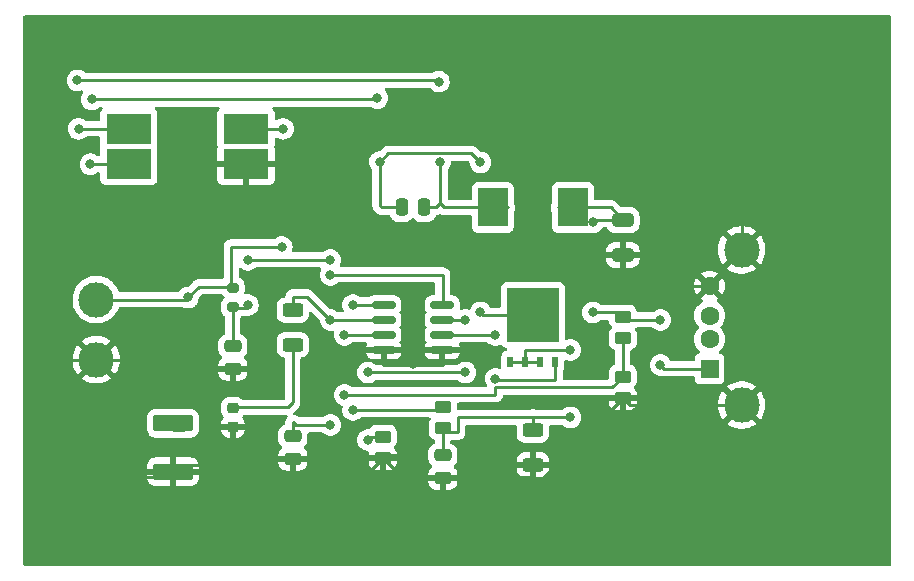
<source format=gbr>
%TF.GenerationSoftware,KiCad,Pcbnew,(6.0.4)*%
%TF.CreationDate,2022-04-27T22:38:45-07:00*%
%TF.ProjectId,SolarChargerV6,536f6c61-7243-4686-9172-67657256362e,rev?*%
%TF.SameCoordinates,Original*%
%TF.FileFunction,Copper,L1,Top*%
%TF.FilePolarity,Positive*%
%FSLAX46Y46*%
G04 Gerber Fmt 4.6, Leading zero omitted, Abs format (unit mm)*
G04 Created by KiCad (PCBNEW (6.0.4)) date 2022-04-27 22:38:45*
%MOMM*%
%LPD*%
G01*
G04 APERTURE LIST*
G04 Aperture macros list*
%AMRoundRect*
0 Rectangle with rounded corners*
0 $1 Rounding radius*
0 $2 $3 $4 $5 $6 $7 $8 $9 X,Y pos of 4 corners*
0 Add a 4 corners polygon primitive as box body*
4,1,4,$2,$3,$4,$5,$6,$7,$8,$9,$2,$3,0*
0 Add four circle primitives for the rounded corners*
1,1,$1+$1,$2,$3*
1,1,$1+$1,$4,$5*
1,1,$1+$1,$6,$7*
1,1,$1+$1,$8,$9*
0 Add four rect primitives between the rounded corners*
20,1,$1+$1,$2,$3,$4,$5,0*
20,1,$1+$1,$4,$5,$6,$7,0*
20,1,$1+$1,$6,$7,$8,$9,0*
20,1,$1+$1,$8,$9,$2,$3,0*%
G04 Aperture macros list end*
%TA.AperFunction,SMDPad,CuDef*%
%ADD10RoundRect,0.225000X-0.250000X0.225000X-0.250000X-0.225000X0.250000X-0.225000X0.250000X0.225000X0*%
%TD*%
%TA.AperFunction,SMDPad,CuDef*%
%ADD11RoundRect,0.250000X-0.475000X0.250000X-0.475000X-0.250000X0.475000X-0.250000X0.475000X0.250000X0*%
%TD*%
%TA.AperFunction,SMDPad,CuDef*%
%ADD12RoundRect,0.250000X-0.450000X0.262500X-0.450000X-0.262500X0.450000X-0.262500X0.450000X0.262500X0*%
%TD*%
%TA.AperFunction,ComponentPad*%
%ADD13C,3.000000*%
%TD*%
%TA.AperFunction,SMDPad,CuDef*%
%ADD14R,2.500000X3.300000*%
%TD*%
%TA.AperFunction,SMDPad,CuDef*%
%ADD15RoundRect,0.150000X-0.825000X-0.150000X0.825000X-0.150000X0.825000X0.150000X-0.825000X0.150000X0*%
%TD*%
%TA.AperFunction,SMDPad,CuDef*%
%ADD16R,3.850000X2.500000*%
%TD*%
%TA.AperFunction,SMDPad,CuDef*%
%ADD17RoundRect,0.250000X-0.625000X0.312500X-0.625000X-0.312500X0.625000X-0.312500X0.625000X0.312500X0*%
%TD*%
%TA.AperFunction,SMDPad,CuDef*%
%ADD18RoundRect,0.250000X-0.250000X-0.475000X0.250000X-0.475000X0.250000X0.475000X-0.250000X0.475000X0*%
%TD*%
%TA.AperFunction,SMDPad,CuDef*%
%ADD19RoundRect,0.200000X-0.275000X0.200000X-0.275000X-0.200000X0.275000X-0.200000X0.275000X0.200000X0*%
%TD*%
%TA.AperFunction,SMDPad,CuDef*%
%ADD20RoundRect,0.249999X-1.450001X0.450001X-1.450001X-0.450001X1.450001X-0.450001X1.450001X0.450001X0*%
%TD*%
%TA.AperFunction,SMDPad,CuDef*%
%ADD21R,0.500000X0.850000*%
%TD*%
%TA.AperFunction,SMDPad,CuDef*%
%ADD22R,4.410000X4.550000*%
%TD*%
%TA.AperFunction,ComponentPad*%
%ADD23R,1.500000X1.600000*%
%TD*%
%TA.AperFunction,ComponentPad*%
%ADD24C,1.600000*%
%TD*%
%TA.AperFunction,SMDPad,CuDef*%
%ADD25RoundRect,0.250000X-0.650000X0.325000X-0.650000X-0.325000X0.650000X-0.325000X0.650000X0.325000X0*%
%TD*%
%TA.AperFunction,ViaPad*%
%ADD26C,0.800000*%
%TD*%
%TA.AperFunction,Conductor*%
%ADD27C,0.250000*%
%TD*%
G04 APERTURE END LIST*
D10*
%TO.P,C3,1*%
%TO.N,Net-(C3-Pad1)*%
X111760000Y-77965000D03*
%TO.P,C3,2*%
%TO.N,GND*%
X111760000Y-79515000D03*
%TD*%
D11*
%TO.P,C5,1*%
%TO.N,Net-(C5-Pad1)*%
X129540000Y-81957500D03*
%TO.P,C5,2*%
%TO.N,GND*%
X129540000Y-83857500D03*
%TD*%
%TO.P,C4,1*%
%TO.N,Net-(C4-Pad1)*%
X116840000Y-80330000D03*
%TO.P,C4,2*%
%TO.N,GND*%
X116840000Y-82230000D03*
%TD*%
%TO.P,C2,1*%
%TO.N,Net-(C2-Pad1)*%
X111760000Y-72710000D03*
%TO.P,C2,2*%
%TO.N,GND*%
X111760000Y-74610000D03*
%TD*%
D12*
%TO.P,R6,1*%
%TO.N,Net-(C7-Pad1)*%
X144780000Y-70207500D03*
%TO.P,R6,2*%
%TO.N,Net-(R6-Pad2)*%
X144780000Y-72032500D03*
%TD*%
%TO.P,R4,1*%
%TO.N,Net-(R4-Pad1)*%
X129540000Y-77827500D03*
%TO.P,R4,2*%
%TO.N,Net-(C5-Pad1)*%
X129540000Y-79652500D03*
%TD*%
%TO.P,R3,1*%
%TO.N,Net-(R3-Pad1)*%
X124460000Y-80367500D03*
%TO.P,R3,2*%
%TO.N,GND*%
X124460000Y-82192500D03*
%TD*%
D13*
%TO.P,SC1,1,+*%
%TO.N,Net-(C1-Pad1)*%
X100200000Y-68760000D03*
%TO.P,SC1,2,-*%
%TO.N,GND*%
X100200000Y-73840000D03*
%TD*%
D14*
%TO.P,D1,1,K*%
%TO.N,Net-(C7-Pad1)*%
X140560000Y-60960000D03*
%TO.P,D1,2,A*%
%TO.N,Net-(C6-Pad2)*%
X133760000Y-60960000D03*
%TD*%
D15*
%TO.P,U1,1,ISEN*%
%TO.N,Net-(R4-Pad1)*%
X124525000Y-69215000D03*
%TO.P,U1,2,COMP*%
%TO.N,Net-(C4-Pad1)*%
X124525000Y-70485000D03*
%TO.P,U1,3,FB*%
%TO.N,Net-(R6-Pad2)*%
X124525000Y-71755000D03*
%TO.P,U1,4,AGND*%
%TO.N,GND*%
X124525000Y-73025000D03*
%TO.P,U1,5,PGND*%
X129475000Y-73025000D03*
%TO.P,U1,6,DR*%
%TO.N,Net-(Q1-Pad4)*%
X129475000Y-71755000D03*
%TO.P,U1,7,FA/SD*%
%TO.N,Net-(R3-Pad1)*%
X129475000Y-70485000D03*
%TO.P,U1,8,VIN*%
%TO.N,Net-(C2-Pad1)*%
X129475000Y-69215000D03*
%TD*%
D16*
%TO.P,L1,1,1*%
%TO.N,Net-(C6-Pad1)*%
X102925000Y-57300000D03*
%TO.P,L1,2,2*%
%TO.N,Net-(C6-Pad2)*%
X102925000Y-54300000D03*
%TO.P,L1,3,3*%
%TO.N,Net-(C1-Pad1)*%
X112875000Y-54300000D03*
%TO.P,L1,4,4*%
%TO.N,GND*%
X112875000Y-57300000D03*
%TD*%
D17*
%TO.P,R2,1*%
%TO.N,Net-(C4-Pad1)*%
X116840000Y-69657500D03*
%TO.P,R2,2*%
%TO.N,Net-(C3-Pad1)*%
X116840000Y-72582500D03*
%TD*%
D18*
%TO.P,C6,1*%
%TO.N,Net-(C6-Pad1)*%
X126050000Y-60960000D03*
%TO.P,C6,2*%
%TO.N,Net-(C6-Pad2)*%
X127950000Y-60960000D03*
%TD*%
D19*
%TO.P,R1,1*%
%TO.N,Net-(C1-Pad1)*%
X111760000Y-67755000D03*
%TO.P,R1,2*%
%TO.N,Net-(C2-Pad1)*%
X111760000Y-69405000D03*
%TD*%
D20*
%TO.P,C1,1*%
%TO.N,Net-(C1-Pad1)*%
X106680000Y-79230000D03*
%TO.P,C1,2*%
%TO.N,GND*%
X106680000Y-83330000D03*
%TD*%
D12*
%TO.P,R7,1*%
%TO.N,Net-(R6-Pad2)*%
X144780000Y-75287500D03*
%TO.P,R7,2*%
%TO.N,GND*%
X144780000Y-77112500D03*
%TD*%
D21*
%TO.P,Q1,1,S*%
%TO.N,Net-(C5-Pad1)*%
X135255000Y-74020000D03*
%TO.P,Q1,2,S*%
X136525000Y-74020000D03*
%TO.P,Q1,3,S*%
X137795000Y-74020000D03*
%TO.P,Q1,4,G*%
%TO.N,Net-(Q1-Pad4)*%
X139065000Y-74020000D03*
D22*
%TO.P,Q1,5,D*%
%TO.N,Net-(C6-Pad1)*%
X137160000Y-70070000D03*
%TD*%
D23*
%TO.P,J1,1,VBUS*%
%TO.N,Net-(C7-Pad1)*%
X152120000Y-74620000D03*
D24*
%TO.P,J1,2,D-*%
%TO.N,unconnected-(J1-Pad2)*%
X152120000Y-72120000D03*
%TO.P,J1,3,D+*%
%TO.N,unconnected-(J1-Pad3)*%
X152120000Y-70120000D03*
%TO.P,J1,4,GND*%
%TO.N,GND*%
X152120000Y-67620000D03*
D13*
%TO.P,J1,5,Shield*%
X154830000Y-64550000D03*
X154830000Y-77690000D03*
%TD*%
D25*
%TO.P,C7,1*%
%TO.N,Net-(C7-Pad1)*%
X144780000Y-62025000D03*
%TO.P,C7,2*%
%TO.N,GND*%
X144780000Y-64975000D03*
%TD*%
D17*
%TO.P,R5,1*%
%TO.N,Net-(C5-Pad1)*%
X137160000Y-79817500D03*
%TO.P,R5,2*%
%TO.N,GND*%
X137160000Y-82742500D03*
%TD*%
D26*
%TO.N,GND*%
X97600000Y-73700000D03*
%TO.N,Net-(C4-Pad1)*%
X120015000Y-70485000D03*
X120015000Y-79375000D03*
%TO.N,Net-(C5-Pad1)*%
X140335000Y-78740000D03*
X140335000Y-73025000D03*
%TO.N,GND*%
X127000000Y-81915000D03*
X127000000Y-74205500D03*
X97600000Y-59800000D03*
X147320000Y-64770000D03*
X104140000Y-76835000D03*
X147320000Y-59690000D03*
X109855000Y-74930000D03*
X109855000Y-79375000D03*
X104140000Y-83820000D03*
X109855000Y-82550000D03*
%TO.N,Net-(C1-Pad1)*%
X116000000Y-54300000D03*
X115900000Y-64300000D03*
X107950000Y-79375000D03*
X107950000Y-68580000D03*
%TO.N,Net-(C2-Pad1)*%
X120015000Y-65405000D03*
X113030000Y-69215000D03*
X120015000Y-66675000D03*
X113030000Y-65405000D03*
%TO.N,Net-(R3-Pad1)*%
X123190000Y-74930000D03*
X131445000Y-70485000D03*
X131445000Y-74930000D03*
X123190000Y-80645000D03*
%TO.N,Net-(R4-Pad1)*%
X121920000Y-69215000D03*
X121920000Y-78105000D03*
%TO.N,Net-(C7-Pad1)*%
X142240000Y-62230000D03*
X147955000Y-70485000D03*
X142240000Y-69850000D03*
X147955000Y-74295000D03*
%TO.N,Net-(R6-Pad2)*%
X121195500Y-71755000D03*
X121195500Y-76835000D03*
%TO.N,Net-(C6-Pad1)*%
X132715000Y-69850000D03*
X132715000Y-57150000D03*
X124000000Y-51700000D03*
X99800000Y-51800000D03*
X99700000Y-57300000D03*
X124200000Y-57100000D03*
%TO.N,Net-(Q1-Pad4)*%
X133985000Y-71755000D03*
X133985000Y-75475500D03*
%TO.N,Net-(C6-Pad2)*%
X129200000Y-50300000D03*
X98700000Y-54300000D03*
X129300000Y-57100000D03*
X98600000Y-50200000D03*
%TD*%
D27*
%TO.N,Net-(C1-Pad1)*%
X100200000Y-68760000D02*
X107770000Y-68760000D01*
X107770000Y-68760000D02*
X107950000Y-68580000D01*
%TO.N,GND*%
X100200000Y-73840000D02*
X103000000Y-73840000D01*
X103000000Y-73840000D02*
X104140000Y-74980000D01*
X97740000Y-73840000D02*
X100200000Y-73840000D01*
X97600000Y-73700000D02*
X97740000Y-73840000D01*
%TO.N,Net-(C4-Pad1)*%
X120015000Y-70485000D02*
X118050000Y-68520000D01*
X117072500Y-79375000D02*
X120015000Y-79375000D01*
X120015000Y-70485000D02*
X124525000Y-70485000D01*
X116840000Y-79142500D02*
X117072500Y-79375000D01*
X118050000Y-68520000D02*
X116840000Y-68520000D01*
X116840000Y-80505000D02*
X116840000Y-79142500D01*
X116840000Y-69657500D02*
X116840000Y-68520000D01*
%TO.N,Net-(C3-Pad1)*%
X116432500Y-77877500D02*
X111760000Y-77877500D01*
X116840000Y-72582500D02*
X116840000Y-77470000D01*
X116840000Y-77470000D02*
X116432500Y-77877500D01*
%TO.N,Net-(C5-Pad1)*%
X137100000Y-78740000D02*
X130810000Y-78740000D01*
X136525000Y-73025000D02*
X136525000Y-74020000D01*
X136525000Y-74020000D02*
X135255000Y-74020000D01*
X137160000Y-78680000D02*
X137100000Y-78740000D01*
X137160000Y-79817500D02*
X137160000Y-78800000D01*
X140335000Y-73025000D02*
X136525000Y-73025000D01*
X130810000Y-80010000D02*
X129897500Y-80010000D01*
X137160000Y-78680000D02*
X137220000Y-78740000D01*
X129897500Y-80010000D02*
X129540000Y-79652500D01*
X129540000Y-79652500D02*
X129540000Y-82045000D01*
X137160000Y-78800000D02*
X137220000Y-78740000D01*
X130810000Y-78740000D02*
X130810000Y-80010000D01*
X137220000Y-78740000D02*
X140335000Y-78740000D01*
X137795000Y-74020000D02*
X136525000Y-74020000D01*
%TO.N,GND*%
X154830000Y-77690000D02*
X145357500Y-77690000D01*
X110262500Y-74522500D02*
X109855000Y-74930000D01*
X154940000Y-59690000D02*
X154830000Y-59800000D01*
X109855000Y-79375000D02*
X111532500Y-79375000D01*
X137160000Y-83660000D02*
X137050000Y-83770000D01*
X112875000Y-59775000D02*
X112900000Y-59800000D01*
X137160000Y-83880000D02*
X138012500Y-83880000D01*
X152120000Y-67620000D02*
X150170000Y-67620000D01*
X154830000Y-64550000D02*
X156845000Y-66565000D01*
X154830000Y-59800000D02*
X154830000Y-64550000D01*
X106680000Y-82780000D02*
X109625000Y-82780000D01*
X129540000Y-73090000D02*
X129475000Y-73025000D01*
X123235000Y-83417500D02*
X124460000Y-82192500D01*
X156845000Y-66565000D02*
X156845000Y-75675000D01*
X124460000Y-74295000D02*
X127000000Y-74295000D01*
X137050000Y-83770000D02*
X137160000Y-83880000D01*
X129540000Y-83770000D02*
X137050000Y-83770000D01*
X145357500Y-77690000D02*
X144780000Y-77112500D01*
X127000000Y-74295000D02*
X127000000Y-74205500D01*
X111532500Y-79375000D02*
X111760000Y-79602500D01*
X104140000Y-74980000D02*
X104140000Y-76835000D01*
X127000000Y-74295000D02*
X129540000Y-74295000D01*
X111760000Y-83185000D02*
X111992500Y-83417500D01*
X116840000Y-83417500D02*
X123235000Y-83417500D01*
X109625000Y-82780000D02*
X109855000Y-82550000D01*
X126037500Y-83770000D02*
X124460000Y-82192500D01*
X129540000Y-83770000D02*
X126037500Y-83770000D01*
X111760000Y-79602500D02*
X111760000Y-83185000D01*
X106680000Y-83820000D02*
X106680000Y-82780000D01*
X150170000Y-67620000D02*
X147320000Y-64770000D01*
X112900000Y-59800000D02*
X97600000Y-59800000D01*
X137160000Y-82742500D02*
X137160000Y-83660000D01*
X156845000Y-75675000D02*
X154830000Y-77690000D01*
X124525000Y-73025000D02*
X124525000Y-74230000D01*
X124737500Y-81915000D02*
X124460000Y-82192500D01*
X138012500Y-83880000D02*
X144780000Y-77112500D01*
X112875000Y-57300000D02*
X112875000Y-59775000D01*
X147090000Y-65000000D02*
X147320000Y-64770000D01*
X116840000Y-82055000D02*
X116840000Y-83417500D01*
X111760000Y-74522500D02*
X110262500Y-74522500D01*
X124525000Y-74230000D02*
X124460000Y-74295000D01*
X111992500Y-83417500D02*
X116840000Y-83417500D01*
X127000000Y-81915000D02*
X124737500Y-81915000D01*
X129540000Y-74295000D02*
X129540000Y-73090000D01*
X104140000Y-83820000D02*
X106680000Y-83820000D01*
X144780000Y-65000000D02*
X147090000Y-65000000D01*
X147320000Y-59690000D02*
X154940000Y-59690000D01*
%TO.N,Net-(C1-Pad1)*%
X106680000Y-79780000D02*
X107545000Y-79780000D01*
X112875000Y-54300000D02*
X116000000Y-54300000D01*
X108862500Y-67667500D02*
X107950000Y-68580000D01*
X111600000Y-67507500D02*
X111760000Y-67667500D01*
X111760000Y-67667500D02*
X108862500Y-67667500D01*
X115900000Y-64300000D02*
X111600000Y-64300000D01*
X111600000Y-64300000D02*
X111600000Y-67507500D01*
X107545000Y-79780000D02*
X107950000Y-79375000D01*
%TO.N,Net-(C2-Pad1)*%
X120015000Y-66675000D02*
X129540000Y-66675000D01*
X111760000Y-69492500D02*
X111760000Y-72797500D01*
X113030000Y-65405000D02*
X120015000Y-65405000D01*
X112752500Y-69492500D02*
X113030000Y-69215000D01*
X129540000Y-66675000D02*
X129540000Y-69150000D01*
X111760000Y-69492500D02*
X112752500Y-69492500D01*
X129540000Y-69150000D02*
X129475000Y-69215000D01*
%TO.N,Net-(R3-Pad1)*%
X123467500Y-80367500D02*
X123190000Y-80645000D01*
X123190000Y-74930000D02*
X131445000Y-74930000D01*
X131445000Y-70485000D02*
X129475000Y-70485000D01*
X124460000Y-80367500D02*
X123467500Y-80367500D01*
%TO.N,Net-(R4-Pad1)*%
X124525000Y-69215000D02*
X121920000Y-69215000D01*
X121920000Y-78105000D02*
X129262500Y-78105000D01*
X129262500Y-78105000D02*
X129540000Y-77827500D01*
%TO.N,Net-(C7-Pad1)*%
X152120000Y-74620000D02*
X148280000Y-74620000D01*
X142470000Y-62000000D02*
X142240000Y-62230000D01*
X142240000Y-69850000D02*
X144422500Y-69850000D01*
X139310000Y-60960000D02*
X143740000Y-60960000D01*
X144780000Y-62000000D02*
X142470000Y-62000000D01*
X147955000Y-70485000D02*
X145057500Y-70485000D01*
X144986250Y-70413750D02*
X144780000Y-70207500D01*
X148280000Y-74620000D02*
X147955000Y-74295000D01*
X144780000Y-70610000D02*
X144790000Y-70610000D01*
X144790000Y-70610000D02*
X144986250Y-70413750D01*
X143740000Y-60960000D02*
X144780000Y-62000000D01*
X144422500Y-69850000D02*
X144780000Y-70207500D01*
X145057500Y-70485000D02*
X144986250Y-70413750D01*
%TO.N,Net-(R6-Pad2)*%
X133985000Y-76200000D02*
X143867500Y-76200000D01*
X144780000Y-71630000D02*
X144780000Y-75287500D01*
X133985000Y-76835000D02*
X133985000Y-76200000D01*
X143867500Y-76200000D02*
X144780000Y-75287500D01*
X121195500Y-76835000D02*
X133985000Y-76835000D01*
X124525000Y-71755000D02*
X121195500Y-71755000D01*
%TO.N,Net-(C6-Pad1)*%
X137160000Y-70070000D02*
X132935000Y-70070000D01*
X124200000Y-60797500D02*
X124362500Y-60960000D01*
X124200000Y-57100000D02*
X124200000Y-60797500D01*
X102925000Y-57300000D02*
X99700000Y-57300000D01*
X126050000Y-60960000D02*
X124362500Y-60960000D01*
X123900000Y-51800000D02*
X124000000Y-51700000D01*
X132935000Y-70070000D02*
X132715000Y-69850000D01*
X124924511Y-56375489D02*
X131940489Y-56375489D01*
X131940489Y-56375489D02*
X132715000Y-57150000D01*
X99800000Y-51800000D02*
X123900000Y-51800000D01*
X124200000Y-57100000D02*
X124924511Y-56375489D01*
%TO.N,Net-(Q1-Pad4)*%
X139065000Y-75565000D02*
X139065000Y-74020000D01*
X134074500Y-75565000D02*
X139065000Y-75565000D01*
X133985000Y-75475500D02*
X134074500Y-75565000D01*
X129475000Y-71755000D02*
X133985000Y-71755000D01*
%TO.N,Net-(C6-Pad2)*%
X98600000Y-50200000D02*
X129100000Y-50200000D01*
X129300000Y-60622500D02*
X129637500Y-60960000D01*
X129100000Y-50200000D02*
X129200000Y-50300000D01*
X135010000Y-60960000D02*
X129637500Y-60960000D01*
X127950000Y-60960000D02*
X128962500Y-60960000D01*
X102925000Y-54300000D02*
X98700000Y-54300000D01*
X129300000Y-57100000D02*
X129300000Y-60622500D01*
X128962500Y-60960000D02*
X129300000Y-60622500D01*
%TD*%
%TA.AperFunction,Conductor*%
%TO.N,GND*%
G36*
X167433621Y-44728502D02*
G01*
X167480114Y-44782158D01*
X167491500Y-44834500D01*
X167491500Y-91165500D01*
X167471498Y-91233621D01*
X167417842Y-91280114D01*
X167365500Y-91291500D01*
X94134500Y-91291500D01*
X94066379Y-91271498D01*
X94019886Y-91217842D01*
X94008500Y-91165500D01*
X94008500Y-83827098D01*
X104472000Y-83827098D01*
X104472337Y-83833613D01*
X104482256Y-83929205D01*
X104485150Y-83942604D01*
X104536588Y-84096785D01*
X104542762Y-84109964D01*
X104628063Y-84247810D01*
X104637099Y-84259209D01*
X104751828Y-84373738D01*
X104763239Y-84382750D01*
X104901242Y-84467816D01*
X104914423Y-84473963D01*
X105068709Y-84525138D01*
X105082085Y-84528005D01*
X105176437Y-84537672D01*
X105182853Y-84538000D01*
X106407885Y-84538000D01*
X106423124Y-84533525D01*
X106424329Y-84532135D01*
X106426000Y-84524452D01*
X106426000Y-84519885D01*
X106934000Y-84519885D01*
X106938475Y-84535124D01*
X106939865Y-84536329D01*
X106947548Y-84538000D01*
X108177098Y-84538000D01*
X108183613Y-84537663D01*
X108279205Y-84527744D01*
X108292604Y-84524850D01*
X108446785Y-84473412D01*
X108459964Y-84467238D01*
X108597810Y-84381937D01*
X108609209Y-84372901D01*
X108723738Y-84258172D01*
X108732750Y-84246761D01*
X108789562Y-84154595D01*
X128307001Y-84154595D01*
X128307338Y-84161114D01*
X128317257Y-84256706D01*
X128320149Y-84270100D01*
X128371588Y-84424284D01*
X128377761Y-84437462D01*
X128463063Y-84575307D01*
X128472099Y-84586708D01*
X128586829Y-84701239D01*
X128598240Y-84710251D01*
X128736243Y-84795316D01*
X128749424Y-84801463D01*
X128903710Y-84852638D01*
X128917086Y-84855505D01*
X129011438Y-84865172D01*
X129017854Y-84865500D01*
X129267885Y-84865500D01*
X129283124Y-84861025D01*
X129284329Y-84859635D01*
X129286000Y-84851952D01*
X129286000Y-84847384D01*
X129794000Y-84847384D01*
X129798475Y-84862623D01*
X129799865Y-84863828D01*
X129807548Y-84865499D01*
X130062095Y-84865499D01*
X130068614Y-84865162D01*
X130164206Y-84855243D01*
X130177600Y-84852351D01*
X130331784Y-84800912D01*
X130344962Y-84794739D01*
X130482807Y-84709437D01*
X130494208Y-84700401D01*
X130608739Y-84585671D01*
X130617751Y-84574260D01*
X130702816Y-84436257D01*
X130708963Y-84423076D01*
X130760138Y-84268790D01*
X130763005Y-84255414D01*
X130772672Y-84161062D01*
X130773000Y-84154646D01*
X130773000Y-84129615D01*
X130768525Y-84114376D01*
X130767135Y-84113171D01*
X130759452Y-84111500D01*
X129812115Y-84111500D01*
X129796876Y-84115975D01*
X129795671Y-84117365D01*
X129794000Y-84125048D01*
X129794000Y-84847384D01*
X129286000Y-84847384D01*
X129286000Y-84129615D01*
X129281525Y-84114376D01*
X129280135Y-84113171D01*
X129272452Y-84111500D01*
X128325116Y-84111500D01*
X128309877Y-84115975D01*
X128308672Y-84117365D01*
X128307001Y-84125048D01*
X128307001Y-84154595D01*
X108789562Y-84154595D01*
X108817816Y-84108758D01*
X108823963Y-84095577D01*
X108875138Y-83941291D01*
X108878005Y-83927915D01*
X108887672Y-83833563D01*
X108888000Y-83827147D01*
X108888000Y-83602115D01*
X108883525Y-83586876D01*
X108882135Y-83585671D01*
X108874452Y-83584000D01*
X106952115Y-83584000D01*
X106936876Y-83588475D01*
X106935671Y-83589865D01*
X106934000Y-83597548D01*
X106934000Y-84519885D01*
X106426000Y-84519885D01*
X106426000Y-83602115D01*
X106421525Y-83586876D01*
X106420135Y-83585671D01*
X106412452Y-83584000D01*
X104490115Y-83584000D01*
X104474876Y-83588475D01*
X104473671Y-83589865D01*
X104472000Y-83597548D01*
X104472000Y-83827098D01*
X94008500Y-83827098D01*
X94008500Y-83057885D01*
X104472000Y-83057885D01*
X104476475Y-83073124D01*
X104477865Y-83074329D01*
X104485548Y-83076000D01*
X106407885Y-83076000D01*
X106423124Y-83071525D01*
X106424329Y-83070135D01*
X106426000Y-83062452D01*
X106426000Y-83057885D01*
X106934000Y-83057885D01*
X106938475Y-83073124D01*
X106939865Y-83074329D01*
X106947548Y-83076000D01*
X108869885Y-83076000D01*
X108885124Y-83071525D01*
X108886329Y-83070135D01*
X108888000Y-83062452D01*
X108888000Y-82832902D01*
X108887663Y-82826387D01*
X108877744Y-82730795D01*
X108874850Y-82717396D01*
X108823412Y-82563215D01*
X108817238Y-82550036D01*
X108803042Y-82527095D01*
X115607001Y-82527095D01*
X115607338Y-82533614D01*
X115617257Y-82629206D01*
X115620149Y-82642600D01*
X115671588Y-82796784D01*
X115677761Y-82809962D01*
X115763063Y-82947807D01*
X115772099Y-82959208D01*
X115886829Y-83073739D01*
X115898240Y-83082751D01*
X116036243Y-83167816D01*
X116049424Y-83173963D01*
X116203710Y-83225138D01*
X116217086Y-83228005D01*
X116311438Y-83237672D01*
X116317854Y-83238000D01*
X116567885Y-83238000D01*
X116583124Y-83233525D01*
X116584329Y-83232135D01*
X116586000Y-83224452D01*
X116586000Y-83219884D01*
X117094000Y-83219884D01*
X117098475Y-83235123D01*
X117099865Y-83236328D01*
X117107548Y-83237999D01*
X117362095Y-83237999D01*
X117368614Y-83237662D01*
X117464206Y-83227743D01*
X117477600Y-83224851D01*
X117631784Y-83173412D01*
X117644962Y-83167239D01*
X117782807Y-83081937D01*
X117794208Y-83072901D01*
X117908739Y-82958171D01*
X117917751Y-82946760D01*
X118002816Y-82808757D01*
X118008963Y-82795576D01*
X118060138Y-82641290D01*
X118063005Y-82627914D01*
X118072672Y-82533562D01*
X118073000Y-82527146D01*
X118073000Y-82502115D01*
X118072994Y-82502095D01*
X123252001Y-82502095D01*
X123252338Y-82508614D01*
X123262257Y-82604206D01*
X123265149Y-82617600D01*
X123316588Y-82771784D01*
X123322761Y-82784962D01*
X123408063Y-82922807D01*
X123417099Y-82934208D01*
X123531829Y-83048739D01*
X123543240Y-83057751D01*
X123681243Y-83142816D01*
X123694424Y-83148963D01*
X123848710Y-83200138D01*
X123862086Y-83203005D01*
X123956438Y-83212672D01*
X123962854Y-83213000D01*
X124187885Y-83213000D01*
X124203124Y-83208525D01*
X124204329Y-83207135D01*
X124206000Y-83199452D01*
X124206000Y-83194884D01*
X124714000Y-83194884D01*
X124718475Y-83210123D01*
X124719865Y-83211328D01*
X124727548Y-83212999D01*
X124957095Y-83212999D01*
X124963614Y-83212662D01*
X125059206Y-83202743D01*
X125072600Y-83199851D01*
X125226784Y-83148412D01*
X125239962Y-83142239D01*
X125377807Y-83056937D01*
X125389208Y-83047901D01*
X125503739Y-82933171D01*
X125512751Y-82921760D01*
X125597816Y-82783757D01*
X125603963Y-82770576D01*
X125655138Y-82616290D01*
X125658005Y-82602914D01*
X125667672Y-82508562D01*
X125668000Y-82502146D01*
X125668000Y-82464615D01*
X125663525Y-82449376D01*
X125662135Y-82448171D01*
X125654452Y-82446500D01*
X124732115Y-82446500D01*
X124716876Y-82450975D01*
X124715671Y-82452365D01*
X124714000Y-82460048D01*
X124714000Y-83194884D01*
X124206000Y-83194884D01*
X124206000Y-82464615D01*
X124201525Y-82449376D01*
X124200135Y-82448171D01*
X124192452Y-82446500D01*
X123270116Y-82446500D01*
X123254877Y-82450975D01*
X123253672Y-82452365D01*
X123252001Y-82460048D01*
X123252001Y-82502095D01*
X118072994Y-82502095D01*
X118068525Y-82486876D01*
X118067135Y-82485671D01*
X118059452Y-82484000D01*
X117112115Y-82484000D01*
X117096876Y-82488475D01*
X117095671Y-82489865D01*
X117094000Y-82497548D01*
X117094000Y-83219884D01*
X116586000Y-83219884D01*
X116586000Y-82502115D01*
X116581525Y-82486876D01*
X116580135Y-82485671D01*
X116572452Y-82484000D01*
X115625116Y-82484000D01*
X115609877Y-82488475D01*
X115608672Y-82489865D01*
X115607001Y-82497548D01*
X115607001Y-82527095D01*
X108803042Y-82527095D01*
X108731937Y-82412190D01*
X108722901Y-82400791D01*
X108608172Y-82286262D01*
X108596761Y-82277250D01*
X108458758Y-82192184D01*
X108445577Y-82186037D01*
X108291291Y-82134862D01*
X108277915Y-82131995D01*
X108183563Y-82122328D01*
X108177146Y-82122000D01*
X106952115Y-82122000D01*
X106936876Y-82126475D01*
X106935671Y-82127865D01*
X106934000Y-82135548D01*
X106934000Y-83057885D01*
X106426000Y-83057885D01*
X106426000Y-82140115D01*
X106421525Y-82124876D01*
X106420135Y-82123671D01*
X106412452Y-82122000D01*
X105182902Y-82122000D01*
X105176387Y-82122337D01*
X105080795Y-82132256D01*
X105067396Y-82135150D01*
X104913215Y-82186588D01*
X104900036Y-82192762D01*
X104762190Y-82278063D01*
X104750791Y-82287099D01*
X104636262Y-82401828D01*
X104627250Y-82413239D01*
X104542184Y-82551242D01*
X104536037Y-82564423D01*
X104484862Y-82718709D01*
X104481995Y-82732085D01*
X104472328Y-82826437D01*
X104472000Y-82832854D01*
X104472000Y-83057885D01*
X94008500Y-83057885D01*
X94008500Y-78729599D01*
X104471500Y-78729599D01*
X104471501Y-79730400D01*
X104482474Y-79836167D01*
X104484658Y-79842713D01*
X104535730Y-79995792D01*
X104538450Y-80003946D01*
X104631521Y-80154349D01*
X104636703Y-80159522D01*
X104680832Y-80203574D01*
X104756697Y-80279306D01*
X104778433Y-80292704D01*
X104885164Y-80358494D01*
X104907261Y-80372115D01*
X104974813Y-80394521D01*
X105068610Y-80425632D01*
X105068612Y-80425632D01*
X105075138Y-80427797D01*
X105081974Y-80428497D01*
X105081977Y-80428498D01*
X105118150Y-80432204D01*
X105179599Y-80438500D01*
X106668429Y-80438500D01*
X108180400Y-80438499D01*
X108286167Y-80427526D01*
X108320953Y-80415920D01*
X108447002Y-80373867D01*
X108447004Y-80373866D01*
X108453946Y-80371550D01*
X108604349Y-80278479D01*
X108729306Y-80153303D01*
X108796162Y-80044843D01*
X108818275Y-80008969D01*
X108818276Y-80008967D01*
X108822115Y-80002739D01*
X108861480Y-79884057D01*
X108875632Y-79841390D01*
X108875632Y-79841388D01*
X108877797Y-79834862D01*
X108882861Y-79785438D01*
X110777000Y-79785438D01*
X110777337Y-79791953D01*
X110786894Y-79884057D01*
X110789788Y-79897456D01*
X110839381Y-80046107D01*
X110845555Y-80059286D01*
X110927788Y-80192173D01*
X110936824Y-80203574D01*
X111047429Y-80313986D01*
X111058840Y-80322998D01*
X111191880Y-80405004D01*
X111205061Y-80411151D01*
X111353814Y-80460491D01*
X111367190Y-80463358D01*
X111458097Y-80472672D01*
X111464513Y-80473000D01*
X111487885Y-80473000D01*
X111503124Y-80468525D01*
X111504329Y-80467135D01*
X111506000Y-80459452D01*
X111506000Y-80454885D01*
X112014000Y-80454885D01*
X112018475Y-80470124D01*
X112019865Y-80471329D01*
X112027548Y-80473000D01*
X112055438Y-80473000D01*
X112061953Y-80472663D01*
X112154057Y-80463106D01*
X112167456Y-80460212D01*
X112316107Y-80410619D01*
X112329286Y-80404445D01*
X112462173Y-80322212D01*
X112473574Y-80313176D01*
X112583986Y-80202571D01*
X112592998Y-80191160D01*
X112675004Y-80058120D01*
X112681151Y-80044939D01*
X112730491Y-79896186D01*
X112733358Y-79882810D01*
X112742672Y-79791903D01*
X112742929Y-79786874D01*
X112738525Y-79771876D01*
X112737135Y-79770671D01*
X112729452Y-79769000D01*
X112032115Y-79769000D01*
X112016876Y-79773475D01*
X112015671Y-79774865D01*
X112014000Y-79782548D01*
X112014000Y-80454885D01*
X111506000Y-80454885D01*
X111506000Y-79787115D01*
X111501525Y-79771876D01*
X111500135Y-79770671D01*
X111492452Y-79769000D01*
X110795115Y-79769000D01*
X110779876Y-79773475D01*
X110778671Y-79774865D01*
X110777000Y-79782548D01*
X110777000Y-79785438D01*
X108882861Y-79785438D01*
X108888500Y-79730401D01*
X108888499Y-78729600D01*
X108877526Y-78623833D01*
X108850584Y-78543078D01*
X108823867Y-78462998D01*
X108823866Y-78462996D01*
X108821550Y-78456054D01*
X108728479Y-78305651D01*
X108661443Y-78238732D01*
X110776500Y-78238732D01*
X110787113Y-78341019D01*
X110794353Y-78362721D01*
X110838811Y-78495974D01*
X110841244Y-78503268D01*
X110845096Y-78509492D01*
X110845096Y-78509493D01*
X110882627Y-78570143D01*
X110931248Y-78648713D01*
X110936430Y-78653886D01*
X110940977Y-78659623D01*
X110939170Y-78661055D01*
X110967902Y-78713575D01*
X110962892Y-78784395D01*
X110939501Y-78820853D01*
X110940552Y-78821683D01*
X110927002Y-78838840D01*
X110844996Y-78971880D01*
X110838849Y-78985061D01*
X110789509Y-79133814D01*
X110786642Y-79147190D01*
X110777328Y-79238097D01*
X110777071Y-79243126D01*
X110781475Y-79258124D01*
X110782865Y-79259329D01*
X110790548Y-79261000D01*
X112724885Y-79261000D01*
X112740124Y-79256525D01*
X112741329Y-79255135D01*
X112743000Y-79247452D01*
X112743000Y-79244562D01*
X112742663Y-79238047D01*
X112733106Y-79145943D01*
X112730212Y-79132544D01*
X112680619Y-78983893D01*
X112674445Y-78970714D01*
X112592212Y-78837827D01*
X112578629Y-78820689D01*
X112580559Y-78819159D01*
X112552097Y-78767120D01*
X112557113Y-78696301D01*
X112580799Y-78659383D01*
X112579843Y-78658628D01*
X112584380Y-78652883D01*
X112589552Y-78647702D01*
X112603461Y-78625138D01*
X112636905Y-78570883D01*
X112689677Y-78523390D01*
X112744164Y-78511000D01*
X116272814Y-78511000D01*
X116340935Y-78531002D01*
X116387428Y-78584658D01*
X116397532Y-78654932D01*
X116364665Y-78723251D01*
X116323414Y-78767179D01*
X116319717Y-78773904D01*
X116319349Y-78774363D01*
X116317264Y-78777330D01*
X116316956Y-78777832D01*
X116311880Y-78783590D01*
X116280958Y-78844278D01*
X116279123Y-78847744D01*
X116246305Y-78907440D01*
X116244397Y-78914871D01*
X116244158Y-78915400D01*
X116242874Y-78918797D01*
X116242699Y-78919367D01*
X116239215Y-78926204D01*
X116237485Y-78933943D01*
X116224364Y-78992640D01*
X116223441Y-78996487D01*
X116208471Y-79054791D01*
X116208470Y-79054796D01*
X116206500Y-79062470D01*
X116206500Y-79070142D01*
X116206400Y-79070715D01*
X116206001Y-79074324D01*
X116205973Y-79074915D01*
X116204298Y-79082409D01*
X116204547Y-79090335D01*
X116204547Y-79090336D01*
X116206438Y-79150486D01*
X116206500Y-79154445D01*
X116206500Y-79242462D01*
X116186498Y-79310583D01*
X116132842Y-79357076D01*
X116120376Y-79361986D01*
X116061691Y-79381565D01*
X116041054Y-79388450D01*
X115890652Y-79481522D01*
X115765695Y-79606697D01*
X115761855Y-79612927D01*
X115761854Y-79612928D01*
X115680744Y-79744513D01*
X115672885Y-79757262D01*
X115663063Y-79786874D01*
X115619952Y-79916852D01*
X115617203Y-79925139D01*
X115616503Y-79931975D01*
X115616502Y-79931978D01*
X115612091Y-79975031D01*
X115606500Y-80029600D01*
X115606500Y-80630400D01*
X115606837Y-80633646D01*
X115606837Y-80633650D01*
X115616629Y-80728022D01*
X115617474Y-80736166D01*
X115673450Y-80903946D01*
X115766522Y-81054348D01*
X115891697Y-81179305D01*
X115896235Y-81182102D01*
X115936824Y-81239353D01*
X115940054Y-81310276D01*
X115904428Y-81371687D01*
X115895932Y-81379062D01*
X115885793Y-81387098D01*
X115771261Y-81501829D01*
X115762249Y-81513240D01*
X115677184Y-81651243D01*
X115671037Y-81664424D01*
X115619862Y-81818710D01*
X115616995Y-81832086D01*
X115607328Y-81926438D01*
X115607000Y-81932855D01*
X115607000Y-81957885D01*
X115611475Y-81973124D01*
X115612865Y-81974329D01*
X115620548Y-81976000D01*
X118054884Y-81976000D01*
X118070123Y-81971525D01*
X118071328Y-81970135D01*
X118072999Y-81962452D01*
X118072999Y-81932905D01*
X118072662Y-81926386D01*
X118062743Y-81830794D01*
X118059851Y-81817400D01*
X118008412Y-81663216D01*
X118002239Y-81650038D01*
X117916937Y-81512193D01*
X117907901Y-81500792D01*
X117793172Y-81386262D01*
X117784238Y-81379206D01*
X117743177Y-81321288D01*
X117739947Y-81250365D01*
X117775574Y-81188954D01*
X117783407Y-81182154D01*
X117789348Y-81178478D01*
X117914305Y-81053303D01*
X117939098Y-81013081D01*
X118003275Y-80908968D01*
X118003276Y-80908966D01*
X118007115Y-80902738D01*
X118062797Y-80734861D01*
X118072004Y-80645000D01*
X122276496Y-80645000D01*
X122277186Y-80651565D01*
X122295296Y-80823868D01*
X122296458Y-80834928D01*
X122355473Y-81016556D01*
X122358776Y-81022278D01*
X122358777Y-81022279D01*
X122376689Y-81053303D01*
X122450960Y-81181944D01*
X122455378Y-81186851D01*
X122455379Y-81186852D01*
X122574325Y-81318955D01*
X122578747Y-81323866D01*
X122733248Y-81436118D01*
X122739276Y-81438802D01*
X122739278Y-81438803D01*
X122880838Y-81501829D01*
X122907712Y-81513794D01*
X123001112Y-81533647D01*
X123088056Y-81552128D01*
X123088061Y-81552128D01*
X123094513Y-81553500D01*
X123161702Y-81553500D01*
X123229823Y-81573502D01*
X123276316Y-81627158D01*
X123286420Y-81697432D01*
X123281295Y-81719168D01*
X123264862Y-81768710D01*
X123261995Y-81782086D01*
X123252328Y-81876438D01*
X123252000Y-81882855D01*
X123252000Y-81920385D01*
X123256475Y-81935624D01*
X123257865Y-81936829D01*
X123265548Y-81938500D01*
X125649884Y-81938500D01*
X125665123Y-81934025D01*
X125666328Y-81932635D01*
X125667999Y-81924952D01*
X125667999Y-81882905D01*
X125667662Y-81876386D01*
X125657743Y-81780794D01*
X125654851Y-81767400D01*
X125603412Y-81613216D01*
X125597239Y-81600038D01*
X125511937Y-81462193D01*
X125502901Y-81450792D01*
X125421538Y-81369570D01*
X125387459Y-81307287D01*
X125392462Y-81236467D01*
X125421383Y-81191380D01*
X125504130Y-81108488D01*
X125504134Y-81108483D01*
X125509305Y-81103303D01*
X125536933Y-81058483D01*
X125598275Y-80958968D01*
X125598276Y-80958966D01*
X125602115Y-80952738D01*
X125641191Y-80834928D01*
X125655632Y-80791389D01*
X125655632Y-80791387D01*
X125657797Y-80784861D01*
X125668500Y-80680400D01*
X125668500Y-80054600D01*
X125668163Y-80051350D01*
X125658238Y-79955692D01*
X125658237Y-79955688D01*
X125657526Y-79948834D01*
X125651903Y-79931978D01*
X125605186Y-79791953D01*
X125601550Y-79781054D01*
X125508478Y-79630652D01*
X125383303Y-79505695D01*
X125373253Y-79499500D01*
X125238968Y-79416725D01*
X125238966Y-79416724D01*
X125232738Y-79412885D01*
X125118518Y-79375000D01*
X125071389Y-79359368D01*
X125071387Y-79359368D01*
X125064861Y-79357203D01*
X125058025Y-79356503D01*
X125058022Y-79356502D01*
X125014168Y-79352009D01*
X124960400Y-79346500D01*
X123959600Y-79346500D01*
X123956354Y-79346837D01*
X123956350Y-79346837D01*
X123860692Y-79356762D01*
X123860688Y-79356763D01*
X123853834Y-79357474D01*
X123847298Y-79359655D01*
X123847296Y-79359655D01*
X123760988Y-79388450D01*
X123686054Y-79413450D01*
X123535652Y-79506522D01*
X123530479Y-79511704D01*
X123483899Y-79558365D01*
X123410695Y-79631697D01*
X123406853Y-79637929D01*
X123406852Y-79637931D01*
X123383005Y-79676617D01*
X123330233Y-79724110D01*
X123275746Y-79736500D01*
X123094513Y-79736500D01*
X123088061Y-79737872D01*
X123088056Y-79737872D01*
X123020279Y-79752279D01*
X122907712Y-79776206D01*
X122901682Y-79778891D01*
X122901681Y-79778891D01*
X122739278Y-79851197D01*
X122739276Y-79851198D01*
X122733248Y-79853882D01*
X122578747Y-79966134D01*
X122574326Y-79971044D01*
X122574325Y-79971045D01*
X122467191Y-80090030D01*
X122450960Y-80108056D01*
X122409192Y-80180400D01*
X122371794Y-80245176D01*
X122355473Y-80273444D01*
X122296458Y-80455072D01*
X122295768Y-80461633D01*
X122295768Y-80461635D01*
X122277968Y-80630999D01*
X122276496Y-80645000D01*
X118072004Y-80645000D01*
X118073500Y-80630400D01*
X118073500Y-80134500D01*
X118093502Y-80066379D01*
X118147158Y-80019886D01*
X118199500Y-80008500D01*
X119306800Y-80008500D01*
X119374921Y-80028502D01*
X119394147Y-80044843D01*
X119394420Y-80044540D01*
X119399332Y-80048963D01*
X119403747Y-80053866D01*
X119409253Y-80057866D01*
X119547741Y-80158484D01*
X119558248Y-80166118D01*
X119564276Y-80168802D01*
X119564278Y-80168803D01*
X119721823Y-80238946D01*
X119732712Y-80243794D01*
X119826113Y-80263647D01*
X119913056Y-80282128D01*
X119913061Y-80282128D01*
X119919513Y-80283500D01*
X120110487Y-80283500D01*
X120116939Y-80282128D01*
X120116944Y-80282128D01*
X120203887Y-80263647D01*
X120297288Y-80243794D01*
X120308177Y-80238946D01*
X120465722Y-80168803D01*
X120465724Y-80168802D01*
X120471752Y-80166118D01*
X120482260Y-80158484D01*
X120565911Y-80097707D01*
X120626253Y-80053866D01*
X120634650Y-80044540D01*
X120749621Y-79916852D01*
X120749622Y-79916851D01*
X120754040Y-79911944D01*
X120826249Y-79786874D01*
X120846223Y-79752279D01*
X120846224Y-79752278D01*
X120849527Y-79746556D01*
X120908542Y-79564928D01*
X120911814Y-79533803D01*
X120927814Y-79381565D01*
X120928504Y-79375000D01*
X120925509Y-79346500D01*
X120909232Y-79191635D01*
X120909232Y-79191633D01*
X120908542Y-79185072D01*
X120849527Y-79003444D01*
X120845511Y-78996487D01*
X120800656Y-78918797D01*
X120754040Y-78838056D01*
X120738551Y-78820853D01*
X120630675Y-78701045D01*
X120630674Y-78701044D01*
X120626253Y-78696134D01*
X120484145Y-78592886D01*
X120477094Y-78587763D01*
X120477093Y-78587762D01*
X120471752Y-78583882D01*
X120465724Y-78581198D01*
X120465722Y-78581197D01*
X120303319Y-78508891D01*
X120303318Y-78508891D01*
X120297288Y-78506206D01*
X120184721Y-78482279D01*
X120116944Y-78467872D01*
X120116939Y-78467872D01*
X120110487Y-78466500D01*
X119919513Y-78466500D01*
X119913061Y-78467872D01*
X119913056Y-78467872D01*
X119845279Y-78482279D01*
X119732712Y-78506206D01*
X119726682Y-78508891D01*
X119726681Y-78508891D01*
X119564278Y-78581197D01*
X119564276Y-78581198D01*
X119558248Y-78583882D01*
X119552907Y-78587762D01*
X119552906Y-78587763D01*
X119455369Y-78658628D01*
X119403747Y-78696134D01*
X119399332Y-78701037D01*
X119394420Y-78705460D01*
X119393295Y-78704211D01*
X119339986Y-78737051D01*
X119306800Y-78741500D01*
X117392541Y-78741500D01*
X117324420Y-78721498D01*
X117306094Y-78706249D01*
X117305472Y-78705393D01*
X117271406Y-78677211D01*
X117262627Y-78669222D01*
X117259770Y-78666365D01*
X117237676Y-78649226D01*
X117234606Y-78646767D01*
X117198971Y-78617287D01*
X117182144Y-78603367D01*
X117175200Y-78600099D01*
X117174713Y-78599757D01*
X117171638Y-78597872D01*
X117171107Y-78597591D01*
X117165041Y-78592886D01*
X117114195Y-78570883D01*
X117102548Y-78565843D01*
X117098940Y-78564214D01*
X117044492Y-78538593D01*
X117044493Y-78538593D01*
X117037318Y-78535217D01*
X117029780Y-78533779D01*
X117029232Y-78533572D01*
X117025755Y-78532502D01*
X117025181Y-78532364D01*
X117018145Y-78529319D01*
X117010324Y-78528080D01*
X117010323Y-78528080D01*
X116990718Y-78524975D01*
X116968696Y-78521487D01*
X116904543Y-78491074D01*
X116867016Y-78430806D01*
X116868030Y-78359817D01*
X116891323Y-78316722D01*
X116897789Y-78308906D01*
X116905778Y-78300126D01*
X117232258Y-77973647D01*
X117240537Y-77966113D01*
X117247018Y-77962000D01*
X117293645Y-77912347D01*
X117296399Y-77909506D01*
X117316135Y-77889770D01*
X117318615Y-77886573D01*
X117326320Y-77877551D01*
X117333567Y-77869834D01*
X117356586Y-77845321D01*
X117360405Y-77838375D01*
X117360407Y-77838372D01*
X117366348Y-77827566D01*
X117377199Y-77811047D01*
X117377559Y-77810583D01*
X117389614Y-77795041D01*
X117392759Y-77787772D01*
X117392762Y-77787768D01*
X117407174Y-77754463D01*
X117412391Y-77743813D01*
X117433695Y-77705060D01*
X117436801Y-77692965D01*
X117438733Y-77685438D01*
X117445137Y-77666734D01*
X117450033Y-77655420D01*
X117450033Y-77655419D01*
X117453181Y-77648145D01*
X117454420Y-77640322D01*
X117454423Y-77640312D01*
X117460099Y-77604476D01*
X117462505Y-77592856D01*
X117471528Y-77557711D01*
X117471528Y-77557710D01*
X117473500Y-77550030D01*
X117473500Y-77529776D01*
X117475051Y-77510065D01*
X117476980Y-77497886D01*
X117478220Y-77490057D01*
X117474059Y-77446038D01*
X117473500Y-77434181D01*
X117473500Y-74930000D01*
X122276496Y-74930000D01*
X122277186Y-74936565D01*
X122295439Y-75110229D01*
X122296458Y-75119928D01*
X122355473Y-75301556D01*
X122358776Y-75307278D01*
X122358777Y-75307279D01*
X122370254Y-75327158D01*
X122450960Y-75466944D01*
X122455378Y-75471851D01*
X122455379Y-75471852D01*
X122571124Y-75600400D01*
X122578747Y-75608866D01*
X122733248Y-75721118D01*
X122739276Y-75723802D01*
X122739278Y-75723803D01*
X122872824Y-75783261D01*
X122907712Y-75798794D01*
X123001112Y-75818647D01*
X123088056Y-75837128D01*
X123088061Y-75837128D01*
X123094513Y-75838500D01*
X123285487Y-75838500D01*
X123291939Y-75837128D01*
X123291944Y-75837128D01*
X123378888Y-75818647D01*
X123472288Y-75798794D01*
X123507176Y-75783261D01*
X123640722Y-75723803D01*
X123640724Y-75723802D01*
X123646752Y-75721118D01*
X123723403Y-75665428D01*
X123794840Y-75613525D01*
X123801253Y-75608866D01*
X123805668Y-75603963D01*
X123810580Y-75599540D01*
X123811705Y-75600789D01*
X123865014Y-75567949D01*
X123898200Y-75563500D01*
X130736800Y-75563500D01*
X130804921Y-75583502D01*
X130824147Y-75599843D01*
X130824420Y-75599540D01*
X130829332Y-75603963D01*
X130833747Y-75608866D01*
X130840160Y-75613525D01*
X130911598Y-75665428D01*
X130988248Y-75721118D01*
X130994276Y-75723802D01*
X130994278Y-75723803D01*
X131127824Y-75783261D01*
X131162712Y-75798794D01*
X131256112Y-75818647D01*
X131343056Y-75837128D01*
X131343061Y-75837128D01*
X131349513Y-75838500D01*
X131540487Y-75838500D01*
X131546939Y-75837128D01*
X131546944Y-75837128D01*
X131633888Y-75818647D01*
X131727288Y-75798794D01*
X131762176Y-75783261D01*
X131895722Y-75723803D01*
X131895724Y-75723802D01*
X131901752Y-75721118D01*
X132056253Y-75608866D01*
X132063876Y-75600400D01*
X132179621Y-75471852D01*
X132179622Y-75471851D01*
X132184040Y-75466944D01*
X132264746Y-75327158D01*
X132276223Y-75307279D01*
X132276224Y-75307278D01*
X132279527Y-75301556D01*
X132338542Y-75119928D01*
X132339562Y-75110229D01*
X132357814Y-74936565D01*
X132358504Y-74930000D01*
X132351996Y-74868079D01*
X132339232Y-74746635D01*
X132339232Y-74746633D01*
X132338542Y-74740072D01*
X132279527Y-74558444D01*
X132273186Y-74547460D01*
X132206353Y-74431704D01*
X132184040Y-74393056D01*
X132146646Y-74351525D01*
X132060675Y-74256045D01*
X132060674Y-74256044D01*
X132056253Y-74251134D01*
X131901752Y-74138882D01*
X131895724Y-74136198D01*
X131895722Y-74136197D01*
X131733319Y-74063891D01*
X131733318Y-74063891D01*
X131727288Y-74061206D01*
X131633887Y-74041353D01*
X131546944Y-74022872D01*
X131546939Y-74022872D01*
X131540487Y-74021500D01*
X131349513Y-74021500D01*
X131343061Y-74022872D01*
X131343056Y-74022872D01*
X131256113Y-74041353D01*
X131162712Y-74061206D01*
X131156682Y-74063891D01*
X131156681Y-74063891D01*
X130994278Y-74136197D01*
X130994276Y-74136198D01*
X130988248Y-74138882D01*
X130982907Y-74142762D01*
X130982906Y-74142763D01*
X130889270Y-74210794D01*
X130833747Y-74251134D01*
X130829332Y-74256037D01*
X130824420Y-74260460D01*
X130823295Y-74259211D01*
X130769986Y-74292051D01*
X130736800Y-74296500D01*
X123898200Y-74296500D01*
X123830079Y-74276498D01*
X123810853Y-74260157D01*
X123810580Y-74260460D01*
X123805668Y-74256037D01*
X123801253Y-74251134D01*
X123745730Y-74210794D01*
X123652094Y-74142763D01*
X123652093Y-74142762D01*
X123646752Y-74138882D01*
X123640724Y-74136198D01*
X123640722Y-74136197D01*
X123478319Y-74063891D01*
X123478318Y-74063891D01*
X123472288Y-74061206D01*
X123378887Y-74041353D01*
X123291944Y-74022872D01*
X123291939Y-74022872D01*
X123285487Y-74021500D01*
X123094513Y-74021500D01*
X123088061Y-74022872D01*
X123088056Y-74022872D01*
X123001113Y-74041353D01*
X122907712Y-74061206D01*
X122901682Y-74063891D01*
X122901681Y-74063891D01*
X122739278Y-74136197D01*
X122739276Y-74136198D01*
X122733248Y-74138882D01*
X122578747Y-74251134D01*
X122574326Y-74256044D01*
X122574325Y-74256045D01*
X122488355Y-74351525D01*
X122450960Y-74393056D01*
X122428647Y-74431704D01*
X122361815Y-74547460D01*
X122355473Y-74558444D01*
X122296458Y-74740072D01*
X122295768Y-74746633D01*
X122295768Y-74746635D01*
X122283004Y-74868079D01*
X122276496Y-74930000D01*
X117473500Y-74930000D01*
X117473500Y-73771450D01*
X117493502Y-73703329D01*
X117547158Y-73656836D01*
X117586496Y-73646123D01*
X117594135Y-73645331D01*
X117614308Y-73643238D01*
X117614312Y-73643237D01*
X117621166Y-73642526D01*
X117627702Y-73640345D01*
X117627704Y-73640345D01*
X117759806Y-73596272D01*
X117788946Y-73586550D01*
X117939348Y-73493478D01*
X118064305Y-73368303D01*
X118068146Y-73362072D01*
X118112035Y-73290871D01*
X123048456Y-73290871D01*
X123089107Y-73430790D01*
X123095352Y-73445221D01*
X123171911Y-73574678D01*
X123181551Y-73587104D01*
X123287896Y-73693449D01*
X123300322Y-73703089D01*
X123429779Y-73779648D01*
X123444210Y-73785893D01*
X123590065Y-73828269D01*
X123602667Y-73830570D01*
X123631084Y-73832807D01*
X123636014Y-73833000D01*
X124252885Y-73833000D01*
X124268124Y-73828525D01*
X124269329Y-73827135D01*
X124271000Y-73819452D01*
X124271000Y-73814884D01*
X124779000Y-73814884D01*
X124783475Y-73830123D01*
X124784865Y-73831328D01*
X124792548Y-73832999D01*
X125413984Y-73832999D01*
X125418920Y-73832805D01*
X125447336Y-73830570D01*
X125459931Y-73828270D01*
X125605790Y-73785893D01*
X125620221Y-73779648D01*
X125749678Y-73703089D01*
X125762104Y-73693449D01*
X125868449Y-73587104D01*
X125878089Y-73574678D01*
X125954648Y-73445221D01*
X125960893Y-73430790D01*
X125999939Y-73296395D01*
X125999923Y-73290871D01*
X127998456Y-73290871D01*
X128039107Y-73430790D01*
X128045352Y-73445221D01*
X128121911Y-73574678D01*
X128131551Y-73587104D01*
X128237896Y-73693449D01*
X128250322Y-73703089D01*
X128379779Y-73779648D01*
X128394210Y-73785893D01*
X128540065Y-73828269D01*
X128552667Y-73830570D01*
X128581084Y-73832807D01*
X128586014Y-73833000D01*
X129202885Y-73833000D01*
X129218124Y-73828525D01*
X129219329Y-73827135D01*
X129221000Y-73819452D01*
X129221000Y-73814884D01*
X129729000Y-73814884D01*
X129733475Y-73830123D01*
X129734865Y-73831328D01*
X129742548Y-73832999D01*
X130363984Y-73832999D01*
X130368920Y-73832805D01*
X130397336Y-73830570D01*
X130409931Y-73828270D01*
X130555790Y-73785893D01*
X130570221Y-73779648D01*
X130699678Y-73703089D01*
X130712104Y-73693449D01*
X130818449Y-73587104D01*
X130828089Y-73574678D01*
X130904648Y-73445221D01*
X130910893Y-73430790D01*
X130949939Y-73296395D01*
X130949899Y-73282294D01*
X130942630Y-73279000D01*
X129747115Y-73279000D01*
X129731876Y-73283475D01*
X129730671Y-73284865D01*
X129729000Y-73292548D01*
X129729000Y-73814884D01*
X129221000Y-73814884D01*
X129221000Y-73297115D01*
X129216525Y-73281876D01*
X129215135Y-73280671D01*
X129207452Y-73279000D01*
X128013122Y-73279000D01*
X127999591Y-73282973D01*
X127998456Y-73290871D01*
X125999923Y-73290871D01*
X125999899Y-73282294D01*
X125992630Y-73279000D01*
X124797115Y-73279000D01*
X124781876Y-73283475D01*
X124780671Y-73284865D01*
X124779000Y-73292548D01*
X124779000Y-73814884D01*
X124271000Y-73814884D01*
X124271000Y-73297115D01*
X124266525Y-73281876D01*
X124265135Y-73280671D01*
X124257452Y-73279000D01*
X123063122Y-73279000D01*
X123049591Y-73282973D01*
X123048456Y-73290871D01*
X118112035Y-73290871D01*
X118153275Y-73223968D01*
X118153276Y-73223966D01*
X118157115Y-73217738D01*
X118192632Y-73110658D01*
X118210632Y-73056389D01*
X118210632Y-73056387D01*
X118212797Y-73049861D01*
X118216513Y-73013598D01*
X118219046Y-72988867D01*
X118223500Y-72945400D01*
X118223500Y-72219600D01*
X118218917Y-72175427D01*
X118213238Y-72120692D01*
X118213237Y-72120688D01*
X118212526Y-72113834D01*
X118194093Y-72058582D01*
X118158868Y-71953002D01*
X118156550Y-71946054D01*
X118063478Y-71795652D01*
X118033907Y-71766132D01*
X117943483Y-71675866D01*
X117938303Y-71670695D01*
X117932072Y-71666854D01*
X117793968Y-71581725D01*
X117793966Y-71581724D01*
X117787738Y-71577885D01*
X117707995Y-71551436D01*
X117626389Y-71524368D01*
X117626387Y-71524368D01*
X117619861Y-71522203D01*
X117613025Y-71521503D01*
X117613022Y-71521502D01*
X117569969Y-71517091D01*
X117515400Y-71511500D01*
X116164600Y-71511500D01*
X116161354Y-71511837D01*
X116161350Y-71511837D01*
X116065692Y-71521762D01*
X116065688Y-71521763D01*
X116058834Y-71522474D01*
X116052298Y-71524655D01*
X116052296Y-71524655D01*
X115949979Y-71558791D01*
X115891054Y-71578450D01*
X115740652Y-71671522D01*
X115615695Y-71796697D01*
X115611855Y-71802927D01*
X115611854Y-71802928D01*
X115578614Y-71856854D01*
X115522885Y-71947262D01*
X115511523Y-71981517D01*
X115480079Y-72076320D01*
X115467203Y-72115139D01*
X115466503Y-72121975D01*
X115466502Y-72121978D01*
X115463136Y-72154834D01*
X115456500Y-72219600D01*
X115456500Y-72945400D01*
X115456837Y-72948646D01*
X115456837Y-72948650D01*
X115463988Y-73017567D01*
X115467474Y-73051166D01*
X115469655Y-73057702D01*
X115469655Y-73057704D01*
X115512275Y-73185452D01*
X115523450Y-73218946D01*
X115616522Y-73369348D01*
X115621704Y-73374521D01*
X115643777Y-73396556D01*
X115741697Y-73494305D01*
X115747927Y-73498145D01*
X115747928Y-73498146D01*
X115885090Y-73582694D01*
X115892262Y-73587115D01*
X115968045Y-73612251D01*
X116053611Y-73640632D01*
X116053613Y-73640632D01*
X116060139Y-73642797D01*
X116066977Y-73643498D01*
X116066979Y-73643498D01*
X116093342Y-73646199D01*
X116159070Y-73673040D01*
X116199852Y-73731155D01*
X116206500Y-73771543D01*
X116206500Y-77118000D01*
X116186498Y-77186121D01*
X116132842Y-77232614D01*
X116080500Y-77244000D01*
X112603527Y-77244000D01*
X112535406Y-77223998D01*
X112514510Y-77207174D01*
X112472883Y-77165620D01*
X112467702Y-77160448D01*
X112461471Y-77156607D01*
X112328331Y-77074538D01*
X112328329Y-77074537D01*
X112322101Y-77070698D01*
X112159757Y-77016851D01*
X112152920Y-77016151D01*
X112152918Y-77016150D01*
X112111599Y-77011917D01*
X112058732Y-77006500D01*
X111461268Y-77006500D01*
X111458022Y-77006837D01*
X111458018Y-77006837D01*
X111423917Y-77010375D01*
X111358981Y-77017113D01*
X111352440Y-77019295D01*
X111352441Y-77019295D01*
X111203676Y-77068927D01*
X111203674Y-77068928D01*
X111196732Y-77071244D01*
X111190508Y-77075096D01*
X111190507Y-77075096D01*
X111121175Y-77118000D01*
X111051287Y-77161248D01*
X110930448Y-77282298D01*
X110926608Y-77288528D01*
X110926607Y-77288529D01*
X110875787Y-77370975D01*
X110840698Y-77427899D01*
X110786851Y-77590243D01*
X110786151Y-77597080D01*
X110786150Y-77597082D01*
X110783573Y-77622237D01*
X110776500Y-77691268D01*
X110776500Y-78238732D01*
X108661443Y-78238732D01*
X108603303Y-78180694D01*
X108505063Y-78120138D01*
X108458969Y-78091725D01*
X108458967Y-78091724D01*
X108452739Y-78087885D01*
X108365020Y-78058790D01*
X108291390Y-78034368D01*
X108291388Y-78034368D01*
X108284862Y-78032203D01*
X108278026Y-78031503D01*
X108278023Y-78031502D01*
X108234970Y-78027091D01*
X108180401Y-78021500D01*
X106691571Y-78021500D01*
X105179600Y-78021501D01*
X105073833Y-78032474D01*
X105067286Y-78034658D01*
X105067287Y-78034658D01*
X104912998Y-78086133D01*
X104912996Y-78086134D01*
X104906054Y-78088450D01*
X104755651Y-78181521D01*
X104750478Y-78186703D01*
X104701800Y-78235466D01*
X104630694Y-78306697D01*
X104626854Y-78312927D01*
X104543496Y-78448159D01*
X104537885Y-78457261D01*
X104517608Y-78518394D01*
X104495630Y-78584658D01*
X104482203Y-78625138D01*
X104481503Y-78631974D01*
X104481502Y-78631977D01*
X104479733Y-78649241D01*
X104471500Y-78729599D01*
X94008500Y-78729599D01*
X94008500Y-75429654D01*
X98975618Y-75429654D01*
X98982673Y-75439627D01*
X99013679Y-75465551D01*
X99020598Y-75470579D01*
X99245272Y-75611515D01*
X99252807Y-75615556D01*
X99494520Y-75724694D01*
X99502551Y-75727680D01*
X99756832Y-75803002D01*
X99765184Y-75804869D01*
X100027340Y-75844984D01*
X100035874Y-75845700D01*
X100301045Y-75849867D01*
X100309596Y-75849418D01*
X100572883Y-75817557D01*
X100581284Y-75815955D01*
X100837824Y-75748653D01*
X100845926Y-75745926D01*
X101090949Y-75644434D01*
X101098617Y-75640628D01*
X101327598Y-75506822D01*
X101334679Y-75502009D01*
X101414655Y-75439301D01*
X101423125Y-75427442D01*
X101416608Y-75415818D01*
X100212812Y-74212022D01*
X100198868Y-74204408D01*
X100197035Y-74204539D01*
X100190420Y-74208790D01*
X98982910Y-75416300D01*
X98975618Y-75429654D01*
X94008500Y-75429654D01*
X94008500Y-73823204D01*
X98187665Y-73823204D01*
X98202932Y-74087969D01*
X98204005Y-74096470D01*
X98255065Y-74356722D01*
X98257276Y-74364974D01*
X98343184Y-74615894D01*
X98346499Y-74623779D01*
X98465664Y-74860713D01*
X98470020Y-74868079D01*
X98599347Y-75056250D01*
X98609601Y-75064594D01*
X98623342Y-75057448D01*
X99827978Y-73852812D01*
X99834356Y-73841132D01*
X100564408Y-73841132D01*
X100564539Y-73842965D01*
X100568790Y-73849580D01*
X101775730Y-75056520D01*
X101787939Y-75063187D01*
X101799439Y-75054497D01*
X101896831Y-74921913D01*
X101901418Y-74914685D01*
X101905539Y-74907095D01*
X110527001Y-74907095D01*
X110527338Y-74913614D01*
X110537257Y-75009206D01*
X110540149Y-75022600D01*
X110591588Y-75176784D01*
X110597761Y-75189962D01*
X110683063Y-75327807D01*
X110692099Y-75339208D01*
X110806829Y-75453739D01*
X110818240Y-75462751D01*
X110956243Y-75547816D01*
X110969424Y-75553963D01*
X111123710Y-75605138D01*
X111137086Y-75608005D01*
X111231438Y-75617672D01*
X111237854Y-75618000D01*
X111487885Y-75618000D01*
X111503124Y-75613525D01*
X111504329Y-75612135D01*
X111506000Y-75604452D01*
X111506000Y-75599884D01*
X112014000Y-75599884D01*
X112018475Y-75615123D01*
X112019865Y-75616328D01*
X112027548Y-75617999D01*
X112282095Y-75617999D01*
X112288614Y-75617662D01*
X112384206Y-75607743D01*
X112397600Y-75604851D01*
X112551784Y-75553412D01*
X112564962Y-75547239D01*
X112702807Y-75461937D01*
X112714208Y-75452901D01*
X112828739Y-75338171D01*
X112837751Y-75326760D01*
X112922816Y-75188757D01*
X112928963Y-75175576D01*
X112980138Y-75021290D01*
X112983005Y-75007914D01*
X112992672Y-74913562D01*
X112993000Y-74907146D01*
X112993000Y-74882115D01*
X112988525Y-74866876D01*
X112987135Y-74865671D01*
X112979452Y-74864000D01*
X112032115Y-74864000D01*
X112016876Y-74868475D01*
X112015671Y-74869865D01*
X112014000Y-74877548D01*
X112014000Y-75599884D01*
X111506000Y-75599884D01*
X111506000Y-74882115D01*
X111501525Y-74866876D01*
X111500135Y-74865671D01*
X111492452Y-74864000D01*
X110545116Y-74864000D01*
X110529877Y-74868475D01*
X110528672Y-74869865D01*
X110527001Y-74877548D01*
X110527001Y-74907095D01*
X101905539Y-74907095D01*
X102027962Y-74681621D01*
X102031530Y-74673827D01*
X102125271Y-74425750D01*
X102127748Y-74417544D01*
X102186954Y-74159038D01*
X102188294Y-74150577D01*
X102212031Y-73884616D01*
X102212277Y-73879677D01*
X102212666Y-73842485D01*
X102212523Y-73837519D01*
X102194362Y-73571123D01*
X102193201Y-73562649D01*
X102139419Y-73302944D01*
X102137120Y-73294709D01*
X102048588Y-73044705D01*
X102045191Y-73036854D01*
X101923550Y-72801178D01*
X101919122Y-72793866D01*
X101800031Y-72624417D01*
X101789509Y-72616037D01*
X101776121Y-72623089D01*
X100572022Y-73827188D01*
X100564408Y-73841132D01*
X99834356Y-73841132D01*
X99835592Y-73838868D01*
X99835461Y-73837035D01*
X99831210Y-73830420D01*
X98623814Y-72623024D01*
X98611804Y-72616466D01*
X98600064Y-72625434D01*
X98491935Y-72775911D01*
X98487418Y-72783196D01*
X98363325Y-73017567D01*
X98359839Y-73025395D01*
X98268700Y-73274446D01*
X98266311Y-73282670D01*
X98209812Y-73541795D01*
X98208563Y-73550250D01*
X98187754Y-73814653D01*
X98187665Y-73823204D01*
X94008500Y-73823204D01*
X94008500Y-72252500D01*
X98976584Y-72252500D01*
X98982980Y-72263770D01*
X100187188Y-73467978D01*
X100201132Y-73475592D01*
X100202965Y-73475461D01*
X100209580Y-73471210D01*
X101416604Y-72264186D01*
X101423795Y-72251017D01*
X101416473Y-72240780D01*
X101369233Y-72202115D01*
X101362261Y-72197160D01*
X101136122Y-72058582D01*
X101128552Y-72054624D01*
X100885704Y-71948022D01*
X100877644Y-71945120D01*
X100622592Y-71872467D01*
X100614214Y-71870685D01*
X100351656Y-71833318D01*
X100343111Y-71832691D01*
X100077908Y-71831302D01*
X100069374Y-71831839D01*
X99806433Y-71866456D01*
X99798035Y-71868149D01*
X99542238Y-71938127D01*
X99534143Y-71940946D01*
X99290199Y-72044997D01*
X99282577Y-72048881D01*
X99055013Y-72185075D01*
X99047981Y-72189962D01*
X98985053Y-72240377D01*
X98976584Y-72252500D01*
X94008500Y-72252500D01*
X94008500Y-68738918D01*
X98186917Y-68738918D01*
X98202682Y-69012320D01*
X98203507Y-69016525D01*
X98203508Y-69016533D01*
X98214967Y-69074938D01*
X98255405Y-69281053D01*
X98256792Y-69285103D01*
X98256793Y-69285108D01*
X98342723Y-69536088D01*
X98344112Y-69540144D01*
X98352337Y-69556498D01*
X98461113Y-69772775D01*
X98467160Y-69784799D01*
X98469586Y-69788328D01*
X98469589Y-69788334D01*
X98570406Y-69935022D01*
X98622274Y-70010490D01*
X98625161Y-70013663D01*
X98625162Y-70013664D01*
X98755206Y-70156581D01*
X98806582Y-70213043D01*
X98809877Y-70215798D01*
X98809878Y-70215799D01*
X98911628Y-70300875D01*
X99016675Y-70388707D01*
X99020316Y-70390991D01*
X99245024Y-70531951D01*
X99245028Y-70531953D01*
X99248664Y-70534234D01*
X99334844Y-70573146D01*
X99494345Y-70645164D01*
X99494349Y-70645166D01*
X99498257Y-70646930D01*
X99502377Y-70648150D01*
X99502376Y-70648150D01*
X99756723Y-70723491D01*
X99756727Y-70723492D01*
X99760836Y-70724709D01*
X99765070Y-70725357D01*
X99765075Y-70725358D01*
X100027298Y-70765483D01*
X100027300Y-70765483D01*
X100031540Y-70766132D01*
X100170912Y-70768322D01*
X100301071Y-70770367D01*
X100301077Y-70770367D01*
X100305362Y-70770434D01*
X100577235Y-70737534D01*
X100842127Y-70668041D01*
X100846087Y-70666401D01*
X100846092Y-70666399D01*
X100968631Y-70615641D01*
X101095136Y-70563241D01*
X101311048Y-70437072D01*
X101327879Y-70427237D01*
X101327880Y-70427236D01*
X101331582Y-70425073D01*
X101547089Y-70256094D01*
X101565032Y-70237579D01*
X101712730Y-70085166D01*
X101737669Y-70059431D01*
X101740202Y-70055983D01*
X101740206Y-70055978D01*
X101897257Y-69842178D01*
X101899795Y-69838723D01*
X101914823Y-69811045D01*
X102028418Y-69601830D01*
X102028419Y-69601828D01*
X102030468Y-69598054D01*
X102076963Y-69475008D01*
X102076980Y-69474963D01*
X102119769Y-69418310D01*
X102186395Y-69393784D01*
X102194846Y-69393500D01*
X107516736Y-69393500D01*
X107567985Y-69404393D01*
X107634390Y-69433958D01*
X107667712Y-69448794D01*
X107759188Y-69468238D01*
X107848056Y-69487128D01*
X107848061Y-69487128D01*
X107854513Y-69488500D01*
X108045487Y-69488500D01*
X108051939Y-69487128D01*
X108051944Y-69487128D01*
X108140812Y-69468238D01*
X108232288Y-69448794D01*
X108259901Y-69436500D01*
X108400722Y-69373803D01*
X108400724Y-69373802D01*
X108406752Y-69371118D01*
X108434627Y-69350866D01*
X108507642Y-69297817D01*
X108561253Y-69258866D01*
X108594839Y-69221565D01*
X108684621Y-69121852D01*
X108684622Y-69121851D01*
X108689040Y-69116944D01*
X108784527Y-68951556D01*
X108843542Y-68769928D01*
X108844524Y-68760591D01*
X108860907Y-68604708D01*
X108887920Y-68539051D01*
X108897122Y-68528782D01*
X109088001Y-68337904D01*
X109150313Y-68303879D01*
X109177096Y-68301000D01*
X110795205Y-68301000D01*
X110863326Y-68321002D01*
X110902980Y-68361728D01*
X110923361Y-68395381D01*
X111018885Y-68490905D01*
X111052911Y-68553217D01*
X111047846Y-68624032D01*
X111018885Y-68669095D01*
X110923361Y-68764619D01*
X110834528Y-68911301D01*
X110783247Y-69074938D01*
X110776500Y-69148365D01*
X110776501Y-69661634D01*
X110783247Y-69735062D01*
X110785246Y-69741440D01*
X110785246Y-69741441D01*
X110830736Y-69886598D01*
X110834528Y-69898699D01*
X110923361Y-70045381D01*
X111044619Y-70166639D01*
X111051120Y-70170576D01*
X111065771Y-70179449D01*
X111113678Y-70231846D01*
X111126500Y-70287225D01*
X111126500Y-71622462D01*
X111106498Y-71690583D01*
X111052842Y-71737076D01*
X111040376Y-71741986D01*
X110981691Y-71761565D01*
X110961054Y-71768450D01*
X110810652Y-71861522D01*
X110685695Y-71986697D01*
X110681855Y-71992927D01*
X110681854Y-71992928D01*
X110600151Y-72125475D01*
X110592885Y-72137262D01*
X110580226Y-72175427D01*
X110539952Y-72296852D01*
X110537203Y-72305139D01*
X110536503Y-72311975D01*
X110536502Y-72311978D01*
X110532258Y-72353402D01*
X110526500Y-72409600D01*
X110526500Y-73010400D01*
X110526837Y-73013646D01*
X110526837Y-73013650D01*
X110535097Y-73093255D01*
X110537474Y-73116166D01*
X110539655Y-73122702D01*
X110539655Y-73122704D01*
X110549318Y-73151666D01*
X110593450Y-73283946D01*
X110686522Y-73434348D01*
X110811697Y-73559305D01*
X110816235Y-73562102D01*
X110856824Y-73619353D01*
X110860054Y-73690276D01*
X110824428Y-73751687D01*
X110815932Y-73759062D01*
X110805793Y-73767098D01*
X110691261Y-73881829D01*
X110682249Y-73893240D01*
X110597184Y-74031243D01*
X110591037Y-74044424D01*
X110539862Y-74198710D01*
X110536995Y-74212086D01*
X110527328Y-74306438D01*
X110527000Y-74312855D01*
X110527000Y-74337885D01*
X110531475Y-74353124D01*
X110532865Y-74354329D01*
X110540548Y-74356000D01*
X112974884Y-74356000D01*
X112990123Y-74351525D01*
X112991328Y-74350135D01*
X112992999Y-74342452D01*
X112992999Y-74312905D01*
X112992662Y-74306386D01*
X112982743Y-74210794D01*
X112979851Y-74197400D01*
X112928412Y-74043216D01*
X112922239Y-74030038D01*
X112836937Y-73892193D01*
X112827901Y-73880792D01*
X112713172Y-73766262D01*
X112704238Y-73759206D01*
X112663177Y-73701288D01*
X112659947Y-73630365D01*
X112695574Y-73568954D01*
X112703407Y-73562154D01*
X112709348Y-73558478D01*
X112834305Y-73433303D01*
X112838680Y-73426206D01*
X112923275Y-73288968D01*
X112923276Y-73288966D01*
X112927115Y-73282738D01*
X112959383Y-73185452D01*
X112980632Y-73121389D01*
X112980632Y-73121387D01*
X112982797Y-73114861D01*
X112986830Y-73075504D01*
X112990026Y-73044308D01*
X112993500Y-73010400D01*
X112993500Y-72409600D01*
X112993163Y-72406350D01*
X112983238Y-72310692D01*
X112983237Y-72310688D01*
X112982526Y-72303834D01*
X112976652Y-72286226D01*
X112928868Y-72143002D01*
X112926550Y-72136054D01*
X112833478Y-71985652D01*
X112708303Y-71860695D01*
X112702072Y-71856854D01*
X112563968Y-71771725D01*
X112563966Y-71771724D01*
X112557738Y-71767885D01*
X112499098Y-71748435D01*
X112479833Y-71742045D01*
X112421473Y-71701614D01*
X112394236Y-71636050D01*
X112393500Y-71622452D01*
X112393500Y-70287225D01*
X112413502Y-70219104D01*
X112454229Y-70179449D01*
X112468880Y-70170576D01*
X112475381Y-70166639D01*
X112480757Y-70161263D01*
X112486728Y-70156581D01*
X112487918Y-70158098D01*
X112541427Y-70128879D01*
X112568210Y-70126000D01*
X112673733Y-70126000D01*
X112684916Y-70126527D01*
X112692409Y-70128202D01*
X112700335Y-70127953D01*
X112700336Y-70127953D01*
X112760486Y-70126062D01*
X112764445Y-70126000D01*
X112792356Y-70126000D01*
X112796291Y-70125503D01*
X112796356Y-70125495D01*
X112808193Y-70124562D01*
X112841988Y-70123500D01*
X112844470Y-70123422D01*
X112852389Y-70123173D01*
X112859999Y-70120962D01*
X112867828Y-70119722D01*
X112868136Y-70121668D01*
X112917393Y-70119861D01*
X112928056Y-70122128D01*
X112928060Y-70122128D01*
X112934513Y-70123500D01*
X113125487Y-70123500D01*
X113131939Y-70122128D01*
X113131944Y-70122128D01*
X113218888Y-70103647D01*
X113312288Y-70083794D01*
X113340128Y-70071399D01*
X113454675Y-70020400D01*
X115456500Y-70020400D01*
X115456837Y-70023646D01*
X115456837Y-70023650D01*
X115463078Y-70083794D01*
X115467474Y-70126166D01*
X115469655Y-70132702D01*
X115469655Y-70132704D01*
X115497202Y-70215271D01*
X115523450Y-70293946D01*
X115616522Y-70444348D01*
X115741697Y-70569305D01*
X115747927Y-70573145D01*
X115747928Y-70573146D01*
X115885090Y-70657694D01*
X115892262Y-70662115D01*
X115936000Y-70676622D01*
X116053611Y-70715632D01*
X116053613Y-70715632D01*
X116060139Y-70717797D01*
X116066975Y-70718497D01*
X116066978Y-70718498D01*
X116110031Y-70722909D01*
X116164600Y-70728500D01*
X117515400Y-70728500D01*
X117518646Y-70728163D01*
X117518650Y-70728163D01*
X117614308Y-70718238D01*
X117614312Y-70718237D01*
X117621166Y-70717526D01*
X117627702Y-70715345D01*
X117627704Y-70715345D01*
X117774412Y-70666399D01*
X117788946Y-70661550D01*
X117939348Y-70568478D01*
X118064305Y-70443303D01*
X118097959Y-70388707D01*
X118153275Y-70298968D01*
X118153276Y-70298966D01*
X118157115Y-70292738D01*
X118212797Y-70124861D01*
X118213833Y-70114756D01*
X118218974Y-70064573D01*
X118223500Y-70020400D01*
X118223500Y-69893594D01*
X118243502Y-69825473D01*
X118297158Y-69778980D01*
X118367432Y-69768876D01*
X118432012Y-69798370D01*
X118438595Y-69804499D01*
X119067878Y-70433782D01*
X119101904Y-70496094D01*
X119104092Y-70509703D01*
X119106431Y-70531951D01*
X119120562Y-70666399D01*
X119121458Y-70674928D01*
X119180473Y-70856556D01*
X119275960Y-71021944D01*
X119280378Y-71026851D01*
X119280379Y-71026852D01*
X119380909Y-71138502D01*
X119403747Y-71163866D01*
X119558248Y-71276118D01*
X119564276Y-71278802D01*
X119564278Y-71278803D01*
X119704872Y-71341399D01*
X119732712Y-71353794D01*
X119826112Y-71373647D01*
X119913056Y-71392128D01*
X119913061Y-71392128D01*
X119919513Y-71393500D01*
X120110487Y-71393500D01*
X120116939Y-71392128D01*
X120116944Y-71392128D01*
X120162576Y-71382428D01*
X120233367Y-71387830D01*
X120289999Y-71430647D01*
X120314493Y-71497284D01*
X120308606Y-71544610D01*
X120303998Y-71558791D01*
X120303996Y-71558798D01*
X120301958Y-71565072D01*
X120301268Y-71571633D01*
X120301268Y-71571635D01*
X120285373Y-71722866D01*
X120281996Y-71755000D01*
X120282686Y-71761565D01*
X120290162Y-71832691D01*
X120301958Y-71944928D01*
X120360973Y-72126556D01*
X120456460Y-72291944D01*
X120460878Y-72296851D01*
X120460879Y-72296852D01*
X120575850Y-72424540D01*
X120584247Y-72433866D01*
X120738748Y-72546118D01*
X120744776Y-72548802D01*
X120744778Y-72548803D01*
X120895789Y-72616037D01*
X120913212Y-72623794D01*
X121006613Y-72643647D01*
X121093556Y-72662128D01*
X121093561Y-72662128D01*
X121100013Y-72663500D01*
X121290987Y-72663500D01*
X121297439Y-72662128D01*
X121297444Y-72662128D01*
X121384387Y-72643647D01*
X121477788Y-72623794D01*
X121495211Y-72616037D01*
X121646222Y-72548803D01*
X121646224Y-72548802D01*
X121652252Y-72546118D01*
X121738923Y-72483148D01*
X121794882Y-72442491D01*
X121806753Y-72433866D01*
X121811168Y-72428963D01*
X121816080Y-72424540D01*
X121817205Y-72425789D01*
X121870514Y-72392949D01*
X121903700Y-72388500D01*
X123002357Y-72388500D01*
X123070478Y-72408502D01*
X123116971Y-72462158D01*
X123127075Y-72532432D01*
X123110811Y-72578639D01*
X123095352Y-72604779D01*
X123089107Y-72619210D01*
X123050061Y-72753605D01*
X123050101Y-72767706D01*
X123057370Y-72771000D01*
X125986878Y-72771000D01*
X126000409Y-72767027D01*
X126001544Y-72759129D01*
X125960893Y-72619210D01*
X125954648Y-72604779D01*
X125878089Y-72475323D01*
X125872129Y-72467640D01*
X125846180Y-72401556D01*
X125860078Y-72331933D01*
X125870421Y-72315839D01*
X125874453Y-72311807D01*
X125959145Y-72168601D01*
X125966232Y-72144209D01*
X125992258Y-72054624D01*
X126005562Y-72008831D01*
X126006897Y-71991880D01*
X126008307Y-71973958D01*
X126008307Y-71973950D01*
X126008500Y-71971502D01*
X126008500Y-71538498D01*
X126008307Y-71536042D01*
X126006067Y-71507579D01*
X126006066Y-71507574D01*
X126005562Y-71501169D01*
X125959145Y-71341399D01*
X125874453Y-71198193D01*
X125871771Y-71195511D01*
X125846498Y-71131139D01*
X125860400Y-71061516D01*
X125870572Y-71045688D01*
X125874453Y-71041807D01*
X125959145Y-70898601D01*
X125969698Y-70862279D01*
X125994546Y-70776749D01*
X126005562Y-70738831D01*
X126006376Y-70728500D01*
X126008307Y-70703958D01*
X126008307Y-70703950D01*
X126008500Y-70701502D01*
X126008500Y-70268498D01*
X126008307Y-70266042D01*
X126006067Y-70237579D01*
X126006066Y-70237574D01*
X126005562Y-70231169D01*
X125971360Y-70113444D01*
X125961357Y-70079012D01*
X125961356Y-70079010D01*
X125959145Y-70071399D01*
X125874453Y-69928193D01*
X125871771Y-69925511D01*
X125846498Y-69861139D01*
X125860400Y-69791516D01*
X125870572Y-69775688D01*
X125874453Y-69771807D01*
X125959145Y-69628601D01*
X125969189Y-69594031D01*
X125987830Y-69529865D01*
X126005562Y-69468831D01*
X126007351Y-69446109D01*
X126008307Y-69433958D01*
X126008307Y-69433950D01*
X126008500Y-69431502D01*
X126008500Y-68998498D01*
X126008307Y-68996042D01*
X126006067Y-68967579D01*
X126006066Y-68967574D01*
X126005562Y-68961169D01*
X125971360Y-68843444D01*
X125961357Y-68809012D01*
X125961356Y-68809010D01*
X125959145Y-68801399D01*
X125924725Y-68743198D01*
X125878491Y-68665020D01*
X125878489Y-68665017D01*
X125874453Y-68658193D01*
X125756807Y-68540547D01*
X125749983Y-68536511D01*
X125749980Y-68536509D01*
X125641102Y-68472119D01*
X125613601Y-68455855D01*
X125605990Y-68453644D01*
X125605988Y-68453643D01*
X125532499Y-68432293D01*
X125453831Y-68409438D01*
X125447426Y-68408934D01*
X125447421Y-68408933D01*
X125418958Y-68406693D01*
X125418950Y-68406693D01*
X125416502Y-68406500D01*
X123633498Y-68406500D01*
X123631050Y-68406693D01*
X123631042Y-68406693D01*
X123602579Y-68408933D01*
X123602574Y-68408934D01*
X123596169Y-68409438D01*
X123517501Y-68432293D01*
X123444012Y-68453643D01*
X123444010Y-68453644D01*
X123436399Y-68455855D01*
X123408898Y-68472119D01*
X123300020Y-68536509D01*
X123300017Y-68536511D01*
X123293193Y-68540547D01*
X123287585Y-68546155D01*
X123281325Y-68551011D01*
X123280156Y-68549504D01*
X123226833Y-68578621D01*
X123200050Y-68581500D01*
X122628200Y-68581500D01*
X122560079Y-68561498D01*
X122540853Y-68545157D01*
X122540580Y-68545460D01*
X122535668Y-68541037D01*
X122531253Y-68536134D01*
X122420759Y-68455855D01*
X122382094Y-68427763D01*
X122382093Y-68427762D01*
X122376752Y-68423882D01*
X122370724Y-68421198D01*
X122370722Y-68421197D01*
X122208319Y-68348891D01*
X122208318Y-68348891D01*
X122202288Y-68346206D01*
X122090794Y-68322507D01*
X122021944Y-68307872D01*
X122021939Y-68307872D01*
X122015487Y-68306500D01*
X121824513Y-68306500D01*
X121818061Y-68307872D01*
X121818056Y-68307872D01*
X121749206Y-68322507D01*
X121637712Y-68346206D01*
X121631682Y-68348891D01*
X121631681Y-68348891D01*
X121469278Y-68421197D01*
X121469276Y-68421198D01*
X121463248Y-68423882D01*
X121308747Y-68536134D01*
X121304326Y-68541044D01*
X121304325Y-68541045D01*
X121189029Y-68669095D01*
X121180960Y-68678056D01*
X121171589Y-68694287D01*
X121106802Y-68806502D01*
X121085473Y-68843444D01*
X121026458Y-69025072D01*
X121025768Y-69031633D01*
X121025768Y-69031635D01*
X121013195Y-69151263D01*
X121006496Y-69215000D01*
X121007186Y-69221565D01*
X121023187Y-69373803D01*
X121026458Y-69404928D01*
X121085473Y-69586556D01*
X121088776Y-69592278D01*
X121088777Y-69592279D01*
X121129319Y-69662500D01*
X121146057Y-69731496D01*
X121122836Y-69798587D01*
X121067029Y-69842474D01*
X121020200Y-69851500D01*
X120723200Y-69851500D01*
X120655079Y-69831498D01*
X120635853Y-69815157D01*
X120635580Y-69815460D01*
X120630668Y-69811037D01*
X120626253Y-69806134D01*
X120587313Y-69777842D01*
X120477094Y-69697763D01*
X120477093Y-69697762D01*
X120471752Y-69693882D01*
X120465724Y-69691198D01*
X120465722Y-69691197D01*
X120303319Y-69618891D01*
X120303318Y-69618891D01*
X120297288Y-69616206D01*
X120203888Y-69596353D01*
X120116944Y-69577872D01*
X120116939Y-69577872D01*
X120110487Y-69576500D01*
X120054594Y-69576500D01*
X119986473Y-69556498D01*
X119965499Y-69539595D01*
X119269349Y-68843444D01*
X118553652Y-68127747D01*
X118546112Y-68119461D01*
X118542000Y-68112982D01*
X118492348Y-68066356D01*
X118489507Y-68063602D01*
X118469770Y-68043865D01*
X118466573Y-68041385D01*
X118457551Y-68033680D01*
X118425321Y-68003414D01*
X118418375Y-67999595D01*
X118418372Y-67999593D01*
X118407566Y-67993652D01*
X118391047Y-67982801D01*
X118390583Y-67982441D01*
X118375041Y-67970386D01*
X118367772Y-67967241D01*
X118367768Y-67967238D01*
X118334463Y-67952826D01*
X118323813Y-67947609D01*
X118285060Y-67926305D01*
X118265437Y-67921267D01*
X118246734Y-67914863D01*
X118235420Y-67909967D01*
X118235419Y-67909967D01*
X118228145Y-67906819D01*
X118220322Y-67905580D01*
X118220312Y-67905577D01*
X118184476Y-67899901D01*
X118172856Y-67897495D01*
X118137711Y-67888472D01*
X118137710Y-67888472D01*
X118130030Y-67886500D01*
X118109776Y-67886500D01*
X118090065Y-67884949D01*
X118085766Y-67884268D01*
X118070057Y-67881780D01*
X118044351Y-67884210D01*
X118026039Y-67885941D01*
X118014181Y-67886500D01*
X116911793Y-67886500D01*
X116888184Y-67884268D01*
X116887881Y-67884210D01*
X116887877Y-67884210D01*
X116880094Y-67882725D01*
X116824049Y-67886251D01*
X116816138Y-67886500D01*
X116800144Y-67886500D01*
X116784270Y-67888506D01*
X116776410Y-67889248D01*
X116748951Y-67890976D01*
X116728263Y-67892277D01*
X116728262Y-67892277D01*
X116720350Y-67892775D01*
X116712809Y-67895225D01*
X116712513Y-67895321D01*
X116689369Y-67900494D01*
X116689065Y-67900532D01*
X116689060Y-67900533D01*
X116681203Y-67901526D01*
X116673838Y-67904442D01*
X116673834Y-67904443D01*
X116628989Y-67922199D01*
X116621570Y-67924871D01*
X116568125Y-67942236D01*
X116561429Y-67946486D01*
X116561428Y-67946486D01*
X116561169Y-67946650D01*
X116540042Y-67957415D01*
X116539754Y-67957529D01*
X116539749Y-67957532D01*
X116532383Y-67960448D01*
X116525975Y-67965104D01*
X116525969Y-67965107D01*
X116486948Y-67993458D01*
X116480411Y-67997901D01*
X116432982Y-68028000D01*
X116427556Y-68033778D01*
X116427555Y-68033779D01*
X116427341Y-68034007D01*
X116409554Y-68049688D01*
X116409309Y-68049866D01*
X116409307Y-68049868D01*
X116402893Y-68054528D01*
X116397839Y-68060637D01*
X116397838Y-68060638D01*
X116367097Y-68097796D01*
X116361866Y-68103730D01*
X116328842Y-68138898D01*
X116328840Y-68138901D01*
X116323414Y-68144679D01*
X116319445Y-68151899D01*
X116306119Y-68171506D01*
X116305920Y-68171746D01*
X116305916Y-68171753D01*
X116300867Y-68177856D01*
X116289261Y-68202520D01*
X116276953Y-68228676D01*
X116273371Y-68235708D01*
X116246305Y-68284940D01*
X116244335Y-68292615D01*
X116244332Y-68292621D01*
X116244256Y-68292919D01*
X116236224Y-68315228D01*
X116236094Y-68315503D01*
X116236091Y-68315511D01*
X116232717Y-68322682D01*
X116228230Y-68346206D01*
X116222195Y-68377843D01*
X116220471Y-68385558D01*
X116206500Y-68439970D01*
X116206500Y-68448207D01*
X116204268Y-68471816D01*
X116202725Y-68479906D01*
X116202730Y-68479983D01*
X116179683Y-68543432D01*
X116123214Y-68586465D01*
X116091176Y-68594118D01*
X116065692Y-68596762D01*
X116065688Y-68596763D01*
X116058834Y-68597474D01*
X116052298Y-68599655D01*
X116052296Y-68599655D01*
X115979230Y-68624032D01*
X115891054Y-68653450D01*
X115740652Y-68746522D01*
X115735479Y-68751704D01*
X115717287Y-68769928D01*
X115615695Y-68871697D01*
X115611855Y-68877927D01*
X115611854Y-68877928D01*
X115531657Y-69008032D01*
X115522885Y-69022262D01*
X115507531Y-69068554D01*
X115473507Y-69171134D01*
X115467203Y-69190139D01*
X115466503Y-69196975D01*
X115466502Y-69196978D01*
X115464656Y-69215000D01*
X115456500Y-69294600D01*
X115456500Y-70020400D01*
X113454675Y-70020400D01*
X113480722Y-70008803D01*
X113480724Y-70008802D01*
X113486752Y-70006118D01*
X113641253Y-69893866D01*
X113647797Y-69886598D01*
X113764621Y-69756852D01*
X113764622Y-69756851D01*
X113769040Y-69751944D01*
X113848201Y-69614834D01*
X113861223Y-69592279D01*
X113861224Y-69592278D01*
X113864527Y-69586556D01*
X113923542Y-69404928D01*
X113926814Y-69373803D01*
X113942814Y-69221565D01*
X113943504Y-69215000D01*
X113936805Y-69151263D01*
X113924232Y-69031635D01*
X113924232Y-69031633D01*
X113923542Y-69025072D01*
X113864527Y-68843444D01*
X113843199Y-68806502D01*
X113778411Y-68694287D01*
X113769040Y-68678056D01*
X113760972Y-68669095D01*
X113645675Y-68541045D01*
X113645674Y-68541044D01*
X113641253Y-68536134D01*
X113486752Y-68423882D01*
X113480724Y-68421198D01*
X113480722Y-68421197D01*
X113318319Y-68348891D01*
X113318318Y-68348891D01*
X113312288Y-68346206D01*
X113200794Y-68322507D01*
X113131944Y-68307872D01*
X113131939Y-68307872D01*
X113125487Y-68306500D01*
X112934513Y-68306500D01*
X112928053Y-68307873D01*
X112928054Y-68307873D01*
X112859203Y-68322507D01*
X112788412Y-68317104D01*
X112731780Y-68274287D01*
X112707287Y-68207650D01*
X112712773Y-68161583D01*
X112736753Y-68085062D01*
X112743500Y-68011635D01*
X112743499Y-67498366D01*
X112743012Y-67493057D01*
X112737364Y-67431592D01*
X112736753Y-67424938D01*
X112734754Y-67418559D01*
X112687744Y-67268550D01*
X112687743Y-67268548D01*
X112685472Y-67261301D01*
X112596639Y-67114619D01*
X112475381Y-66993361D01*
X112418634Y-66958994D01*
X112335199Y-66908464D01*
X112335196Y-66908463D01*
X112328699Y-66904528D01*
X112321450Y-66902256D01*
X112314528Y-66899131D01*
X112315094Y-66897876D01*
X112262796Y-66862911D01*
X112234478Y-66797807D01*
X112233500Y-66782138D01*
X112233500Y-66196565D01*
X112253502Y-66128444D01*
X112307158Y-66081951D01*
X112377432Y-66071847D01*
X112433561Y-66094629D01*
X112573248Y-66196118D01*
X112579276Y-66198802D01*
X112579278Y-66198803D01*
X112734658Y-66267982D01*
X112747712Y-66273794D01*
X112841112Y-66293647D01*
X112928056Y-66312128D01*
X112928061Y-66312128D01*
X112934513Y-66313500D01*
X113125487Y-66313500D01*
X113131939Y-66312128D01*
X113131944Y-66312128D01*
X113218888Y-66293647D01*
X113312288Y-66273794D01*
X113325342Y-66267982D01*
X113480722Y-66198803D01*
X113480724Y-66198802D01*
X113486752Y-66196118D01*
X113641253Y-66083866D01*
X113645668Y-66078963D01*
X113650580Y-66074540D01*
X113651705Y-66075789D01*
X113705014Y-66042949D01*
X113738200Y-66038500D01*
X119115200Y-66038500D01*
X119183321Y-66058502D01*
X119229814Y-66112158D01*
X119239918Y-66182432D01*
X119224319Y-66227500D01*
X119197591Y-66273794D01*
X119180473Y-66303444D01*
X119121458Y-66485072D01*
X119120768Y-66491633D01*
X119120768Y-66491635D01*
X119105685Y-66635144D01*
X119101496Y-66675000D01*
X119102186Y-66681565D01*
X119120694Y-66857656D01*
X119121458Y-66864928D01*
X119180473Y-67046556D01*
X119183776Y-67052278D01*
X119183777Y-67052279D01*
X119202968Y-67085519D01*
X119275960Y-67211944D01*
X119280378Y-67216851D01*
X119280379Y-67216852D01*
X119348443Y-67292445D01*
X119403747Y-67353866D01*
X119558248Y-67466118D01*
X119564276Y-67468802D01*
X119564278Y-67468803D01*
X119726681Y-67541109D01*
X119732712Y-67543794D01*
X119826112Y-67563647D01*
X119913056Y-67582128D01*
X119913061Y-67582128D01*
X119919513Y-67583500D01*
X120110487Y-67583500D01*
X120116939Y-67582128D01*
X120116944Y-67582128D01*
X120203888Y-67563647D01*
X120297288Y-67543794D01*
X120303319Y-67541109D01*
X120465722Y-67468803D01*
X120465724Y-67468802D01*
X120471752Y-67466118D01*
X120519071Y-67431739D01*
X120604671Y-67369546D01*
X120626253Y-67353866D01*
X120630668Y-67348963D01*
X120635580Y-67344540D01*
X120636705Y-67345789D01*
X120690014Y-67312949D01*
X120723200Y-67308500D01*
X128780500Y-67308500D01*
X128848621Y-67328502D01*
X128895114Y-67382158D01*
X128906500Y-67434500D01*
X128906500Y-68280500D01*
X128886498Y-68348621D01*
X128832842Y-68395114D01*
X128780500Y-68406500D01*
X128583498Y-68406500D01*
X128581050Y-68406693D01*
X128581042Y-68406693D01*
X128552579Y-68408933D01*
X128552574Y-68408934D01*
X128546169Y-68409438D01*
X128467501Y-68432293D01*
X128394012Y-68453643D01*
X128394010Y-68453644D01*
X128386399Y-68455855D01*
X128358898Y-68472119D01*
X128250020Y-68536509D01*
X128250017Y-68536511D01*
X128243193Y-68540547D01*
X128125547Y-68658193D01*
X128121511Y-68665017D01*
X128121509Y-68665020D01*
X128075275Y-68743198D01*
X128040855Y-68801399D01*
X128038644Y-68809010D01*
X128038643Y-68809012D01*
X128028640Y-68843444D01*
X127994438Y-68961169D01*
X127993934Y-68967574D01*
X127993933Y-68967579D01*
X127991693Y-68996042D01*
X127991500Y-68998498D01*
X127991500Y-69431502D01*
X127991693Y-69433950D01*
X127991693Y-69433958D01*
X127992650Y-69446109D01*
X127994438Y-69468831D01*
X128012170Y-69529865D01*
X128030812Y-69594031D01*
X128040855Y-69628601D01*
X128125547Y-69771807D01*
X128128229Y-69774489D01*
X128153502Y-69838861D01*
X128139600Y-69908484D01*
X128129428Y-69924312D01*
X128125547Y-69928193D01*
X128040855Y-70071399D01*
X128038644Y-70079010D01*
X128038643Y-70079012D01*
X128028640Y-70113444D01*
X127994438Y-70231169D01*
X127993934Y-70237574D01*
X127993933Y-70237579D01*
X127991693Y-70266042D01*
X127991500Y-70268498D01*
X127991500Y-70701502D01*
X127991693Y-70703950D01*
X127991693Y-70703958D01*
X127993625Y-70728500D01*
X127994438Y-70738831D01*
X128005454Y-70776749D01*
X128030303Y-70862279D01*
X128040855Y-70898601D01*
X128125547Y-71041807D01*
X128128229Y-71044489D01*
X128153502Y-71108861D01*
X128139600Y-71178484D01*
X128129428Y-71194312D01*
X128125547Y-71198193D01*
X128040855Y-71341399D01*
X127994438Y-71501169D01*
X127993934Y-71507574D01*
X127993933Y-71507579D01*
X127991693Y-71536042D01*
X127991500Y-71538498D01*
X127991500Y-71971502D01*
X127991693Y-71973950D01*
X127991693Y-71973958D01*
X127993104Y-71991880D01*
X127994438Y-72008831D01*
X128007742Y-72054624D01*
X128033769Y-72144209D01*
X128040855Y-72168601D01*
X128044892Y-72175427D01*
X128116703Y-72296852D01*
X128125547Y-72311807D01*
X128128487Y-72314747D01*
X128153820Y-72379266D01*
X128139921Y-72448889D01*
X128127874Y-72467636D01*
X128121910Y-72475324D01*
X128045352Y-72604779D01*
X128039107Y-72619210D01*
X128000061Y-72753605D01*
X128000101Y-72767706D01*
X128007370Y-72771000D01*
X130936878Y-72771000D01*
X130950409Y-72767027D01*
X130951544Y-72759129D01*
X130910893Y-72619210D01*
X130904648Y-72604779D01*
X130889189Y-72578639D01*
X130871730Y-72509823D01*
X130894247Y-72442491D01*
X130949591Y-72398022D01*
X130997643Y-72388500D01*
X133276800Y-72388500D01*
X133344921Y-72408502D01*
X133364147Y-72424843D01*
X133364420Y-72424540D01*
X133369332Y-72428963D01*
X133373747Y-72433866D01*
X133385618Y-72442491D01*
X133441578Y-72483148D01*
X133528248Y-72546118D01*
X133534276Y-72548802D01*
X133534278Y-72548803D01*
X133685289Y-72616037D01*
X133702712Y-72623794D01*
X133796113Y-72643647D01*
X133883056Y-72662128D01*
X133883061Y-72662128D01*
X133889513Y-72663500D01*
X134080487Y-72663500D01*
X134086939Y-72662128D01*
X134086944Y-72662128D01*
X134173887Y-72643647D01*
X134267288Y-72623794D01*
X134293783Y-72611998D01*
X134371291Y-72577489D01*
X134441658Y-72568055D01*
X134505955Y-72598161D01*
X134523365Y-72617030D01*
X134591739Y-72708261D01*
X134708295Y-72795615D01*
X134844684Y-72846745D01*
X134863673Y-72848808D01*
X134867411Y-72849214D01*
X134932973Y-72876457D01*
X134973398Y-72934820D01*
X134975853Y-73005774D01*
X134939558Y-73066792D01*
X134893913Y-73091197D01*
X134894684Y-73093255D01*
X134758295Y-73144385D01*
X134641739Y-73231739D01*
X134554385Y-73348295D01*
X134503255Y-73484684D01*
X134496500Y-73546866D01*
X134496500Y-74493134D01*
X134497450Y-74501876D01*
X134484923Y-74571757D01*
X134436604Y-74623774D01*
X134367833Y-74641410D01*
X134320939Y-74630592D01*
X134273323Y-74609392D01*
X134273315Y-74609389D01*
X134267288Y-74606706D01*
X134173888Y-74586853D01*
X134086944Y-74568372D01*
X134086939Y-74568372D01*
X134080487Y-74567000D01*
X133889513Y-74567000D01*
X133883061Y-74568372D01*
X133883056Y-74568372D01*
X133796112Y-74586853D01*
X133702712Y-74606706D01*
X133696682Y-74609391D01*
X133696681Y-74609391D01*
X133534278Y-74681697D01*
X133534276Y-74681698D01*
X133528248Y-74684382D01*
X133373747Y-74796634D01*
X133369326Y-74801544D01*
X133369325Y-74801545D01*
X133267454Y-74914685D01*
X133245960Y-74938556D01*
X133205916Y-75007914D01*
X133163006Y-75082237D01*
X133150473Y-75103944D01*
X133091458Y-75285572D01*
X133090768Y-75292133D01*
X133090768Y-75292135D01*
X133087129Y-75326760D01*
X133071496Y-75475500D01*
X133072186Y-75482065D01*
X133090709Y-75658297D01*
X133091458Y-75665428D01*
X133150473Y-75847056D01*
X133153776Y-75852778D01*
X133153777Y-75852779D01*
X133245960Y-76012444D01*
X133243223Y-76014024D01*
X133262649Y-76067847D01*
X133246822Y-76137057D01*
X133196089Y-76186723D01*
X133136882Y-76201500D01*
X121903700Y-76201500D01*
X121835579Y-76181498D01*
X121816353Y-76165157D01*
X121816080Y-76165460D01*
X121811168Y-76161037D01*
X121806753Y-76156134D01*
X121745155Y-76111380D01*
X121657594Y-76047763D01*
X121657593Y-76047762D01*
X121652252Y-76043882D01*
X121646224Y-76041198D01*
X121646222Y-76041197D01*
X121483819Y-75968891D01*
X121483818Y-75968891D01*
X121477788Y-75966206D01*
X121384388Y-75946353D01*
X121297444Y-75927872D01*
X121297439Y-75927872D01*
X121290987Y-75926500D01*
X121100013Y-75926500D01*
X121093561Y-75927872D01*
X121093556Y-75927872D01*
X121006612Y-75946353D01*
X120913212Y-75966206D01*
X120907182Y-75968891D01*
X120907181Y-75968891D01*
X120744778Y-76041197D01*
X120744776Y-76041198D01*
X120738748Y-76043882D01*
X120584247Y-76156134D01*
X120579826Y-76161044D01*
X120579825Y-76161045D01*
X120520181Y-76227287D01*
X120456460Y-76298056D01*
X120360973Y-76463444D01*
X120301958Y-76645072D01*
X120301268Y-76651633D01*
X120301268Y-76651635D01*
X120293024Y-76730073D01*
X120281996Y-76835000D01*
X120282686Y-76841565D01*
X120301137Y-77017113D01*
X120301958Y-77024928D01*
X120360973Y-77206556D01*
X120456460Y-77371944D01*
X120460878Y-77376851D01*
X120460879Y-77376852D01*
X120579825Y-77508955D01*
X120584247Y-77513866D01*
X120644594Y-77557711D01*
X120698784Y-77597082D01*
X120738748Y-77626118D01*
X120744776Y-77628802D01*
X120744778Y-77628803D01*
X120903747Y-77699580D01*
X120913212Y-77703794D01*
X120919667Y-77705166D01*
X120919676Y-77705169D01*
X120946478Y-77710866D01*
X121008951Y-77744594D01*
X121043272Y-77806744D01*
X121040113Y-77873046D01*
X121026458Y-77915072D01*
X121025768Y-77921633D01*
X121025768Y-77921635D01*
X121009668Y-78074818D01*
X121006496Y-78105000D01*
X121007186Y-78111565D01*
X121020552Y-78238732D01*
X121026458Y-78294928D01*
X121085473Y-78476556D01*
X121088776Y-78482278D01*
X121088777Y-78482279D01*
X121118249Y-78533326D01*
X121180960Y-78641944D01*
X121185378Y-78646851D01*
X121185379Y-78646852D01*
X121271905Y-78742949D01*
X121308747Y-78783866D01*
X121463248Y-78896118D01*
X121469276Y-78898802D01*
X121469278Y-78898803D01*
X121630794Y-78970714D01*
X121637712Y-78973794D01*
X121726375Y-78992640D01*
X121818056Y-79012128D01*
X121818061Y-79012128D01*
X121824513Y-79013500D01*
X122015487Y-79013500D01*
X122021939Y-79012128D01*
X122021944Y-79012128D01*
X122113625Y-78992640D01*
X122202288Y-78973794D01*
X122209206Y-78970714D01*
X122370722Y-78898803D01*
X122370724Y-78898802D01*
X122376752Y-78896118D01*
X122463423Y-78833148D01*
X122521907Y-78790656D01*
X122531253Y-78783866D01*
X122535668Y-78778963D01*
X122540580Y-78774540D01*
X122541705Y-78775789D01*
X122595014Y-78742949D01*
X122628200Y-78738500D01*
X128374855Y-78738500D01*
X128442976Y-78758502D01*
X128489469Y-78812158D01*
X128499573Y-78882432D01*
X128482115Y-78930616D01*
X128431025Y-79013500D01*
X128397885Y-79067262D01*
X128381295Y-79117279D01*
X128356633Y-79191635D01*
X128342203Y-79235139D01*
X128341503Y-79241975D01*
X128341502Y-79241978D01*
X128337920Y-79276944D01*
X128331500Y-79339600D01*
X128331500Y-79965400D01*
X128331837Y-79968646D01*
X128331837Y-79968650D01*
X128341096Y-80057881D01*
X128342474Y-80071166D01*
X128344655Y-80077702D01*
X128344655Y-80077704D01*
X128367799Y-80147073D01*
X128398450Y-80238946D01*
X128491522Y-80389348D01*
X128616697Y-80514305D01*
X128622927Y-80518145D01*
X128622928Y-80518146D01*
X128706324Y-80569552D01*
X128767262Y-80607115D01*
X128820168Y-80624663D01*
X128878527Y-80665094D01*
X128905764Y-80730658D01*
X128906500Y-80744256D01*
X128906500Y-80869962D01*
X128886498Y-80938083D01*
X128832842Y-80984576D01*
X128820376Y-80989486D01*
X128759347Y-81009847D01*
X128741054Y-81015950D01*
X128590652Y-81109022D01*
X128465695Y-81234197D01*
X128461855Y-81240427D01*
X128461854Y-81240428D01*
X128380945Y-81371687D01*
X128372885Y-81384762D01*
X128317203Y-81552639D01*
X128306500Y-81657100D01*
X128306500Y-82257900D01*
X128306837Y-82261146D01*
X128306837Y-82261150D01*
X128309530Y-82287099D01*
X128317474Y-82363666D01*
X128319655Y-82370202D01*
X128319655Y-82370204D01*
X128358178Y-82485671D01*
X128373450Y-82531446D01*
X128466522Y-82681848D01*
X128591697Y-82806805D01*
X128596235Y-82809602D01*
X128636824Y-82866853D01*
X128640054Y-82937776D01*
X128604428Y-82999187D01*
X128595932Y-83006562D01*
X128585793Y-83014598D01*
X128471261Y-83129329D01*
X128462249Y-83140740D01*
X128377184Y-83278743D01*
X128371037Y-83291924D01*
X128319862Y-83446210D01*
X128316995Y-83459586D01*
X128307328Y-83553938D01*
X128307000Y-83560355D01*
X128307000Y-83585385D01*
X128311475Y-83600624D01*
X128312865Y-83601829D01*
X128320548Y-83603500D01*
X130754884Y-83603500D01*
X130770123Y-83599025D01*
X130771328Y-83597635D01*
X130772999Y-83589952D01*
X130772999Y-83560405D01*
X130772662Y-83553886D01*
X130762743Y-83458294D01*
X130759851Y-83444900D01*
X130708412Y-83290716D01*
X130702239Y-83277538D01*
X130616937Y-83139693D01*
X130607901Y-83128292D01*
X130581658Y-83102095D01*
X135777001Y-83102095D01*
X135777338Y-83108614D01*
X135787257Y-83204206D01*
X135790149Y-83217600D01*
X135841588Y-83371784D01*
X135847761Y-83384962D01*
X135933063Y-83522807D01*
X135942099Y-83534208D01*
X136056829Y-83648739D01*
X136068240Y-83657751D01*
X136206243Y-83742816D01*
X136219424Y-83748963D01*
X136373710Y-83800138D01*
X136387086Y-83803005D01*
X136481438Y-83812672D01*
X136487854Y-83813000D01*
X136887885Y-83813000D01*
X136903124Y-83808525D01*
X136904329Y-83807135D01*
X136906000Y-83799452D01*
X136906000Y-83794884D01*
X137414000Y-83794884D01*
X137418475Y-83810123D01*
X137419865Y-83811328D01*
X137427548Y-83812999D01*
X137832095Y-83812999D01*
X137838614Y-83812662D01*
X137934206Y-83802743D01*
X137947600Y-83799851D01*
X138101784Y-83748412D01*
X138114962Y-83742239D01*
X138252807Y-83656937D01*
X138264208Y-83647901D01*
X138378739Y-83533171D01*
X138387751Y-83521760D01*
X138472816Y-83383757D01*
X138478963Y-83370576D01*
X138530138Y-83216290D01*
X138533005Y-83202914D01*
X138542672Y-83108562D01*
X138543000Y-83102146D01*
X138543000Y-83014615D01*
X138538525Y-82999376D01*
X138537135Y-82998171D01*
X138529452Y-82996500D01*
X137432115Y-82996500D01*
X137416876Y-83000975D01*
X137415671Y-83002365D01*
X137414000Y-83010048D01*
X137414000Y-83794884D01*
X136906000Y-83794884D01*
X136906000Y-83014615D01*
X136901525Y-82999376D01*
X136900135Y-82998171D01*
X136892452Y-82996500D01*
X135795116Y-82996500D01*
X135779877Y-83000975D01*
X135778672Y-83002365D01*
X135777001Y-83010048D01*
X135777001Y-83102095D01*
X130581658Y-83102095D01*
X130493172Y-83013762D01*
X130484238Y-83006706D01*
X130443177Y-82948788D01*
X130439947Y-82877865D01*
X130475574Y-82816454D01*
X130483407Y-82809654D01*
X130489348Y-82805978D01*
X130614305Y-82680803D01*
X130646110Y-82629206D01*
X130703275Y-82536468D01*
X130703276Y-82536466D01*
X130707115Y-82530238D01*
X130726967Y-82470385D01*
X135777000Y-82470385D01*
X135781475Y-82485624D01*
X135782865Y-82486829D01*
X135790548Y-82488500D01*
X136887885Y-82488500D01*
X136903124Y-82484025D01*
X136904329Y-82482635D01*
X136906000Y-82474952D01*
X136906000Y-82470385D01*
X137414000Y-82470385D01*
X137418475Y-82485624D01*
X137419865Y-82486829D01*
X137427548Y-82488500D01*
X138524884Y-82488500D01*
X138540123Y-82484025D01*
X138541328Y-82482635D01*
X138542999Y-82474952D01*
X138542999Y-82382905D01*
X138542662Y-82376386D01*
X138532743Y-82280794D01*
X138529851Y-82267400D01*
X138478412Y-82113216D01*
X138472239Y-82100038D01*
X138386937Y-81962193D01*
X138377901Y-81950792D01*
X138263171Y-81836261D01*
X138251760Y-81827249D01*
X138113757Y-81742184D01*
X138100576Y-81736037D01*
X137946290Y-81684862D01*
X137932914Y-81681995D01*
X137838562Y-81672328D01*
X137832145Y-81672000D01*
X137432115Y-81672000D01*
X137416876Y-81676475D01*
X137415671Y-81677865D01*
X137414000Y-81685548D01*
X137414000Y-82470385D01*
X136906000Y-82470385D01*
X136906000Y-81690116D01*
X136901525Y-81674877D01*
X136900135Y-81673672D01*
X136892452Y-81672001D01*
X136487905Y-81672001D01*
X136481386Y-81672338D01*
X136385794Y-81682257D01*
X136372400Y-81685149D01*
X136218216Y-81736588D01*
X136205038Y-81742761D01*
X136067193Y-81828063D01*
X136055792Y-81837099D01*
X135941261Y-81951829D01*
X135932249Y-81963240D01*
X135847184Y-82101243D01*
X135841037Y-82114424D01*
X135789862Y-82268710D01*
X135786995Y-82282086D01*
X135777328Y-82376438D01*
X135777000Y-82382855D01*
X135777000Y-82470385D01*
X130726967Y-82470385D01*
X130734335Y-82448171D01*
X130760632Y-82368889D01*
X130760632Y-82368887D01*
X130762797Y-82362361D01*
X130773500Y-82257900D01*
X130773500Y-81657100D01*
X130773163Y-81653850D01*
X130763238Y-81558192D01*
X130763237Y-81558188D01*
X130762526Y-81551334D01*
X130750460Y-81515166D01*
X130708868Y-81390502D01*
X130706550Y-81383554D01*
X130613478Y-81233152D01*
X130488303Y-81108195D01*
X130407656Y-81058483D01*
X130343968Y-81019225D01*
X130343966Y-81019224D01*
X130337738Y-81015385D01*
X130280051Y-80996251D01*
X130259833Y-80989545D01*
X130201473Y-80949114D01*
X130174236Y-80883550D01*
X130173500Y-80869952D01*
X130173500Y-80769500D01*
X130193502Y-80701379D01*
X130247158Y-80654886D01*
X130299500Y-80643500D01*
X130738207Y-80643500D01*
X130761816Y-80645732D01*
X130762119Y-80645790D01*
X130762123Y-80645790D01*
X130769906Y-80647275D01*
X130825951Y-80643749D01*
X130833862Y-80643500D01*
X130849856Y-80643500D01*
X130865730Y-80641494D01*
X130873590Y-80640752D01*
X130901049Y-80639024D01*
X130921737Y-80637723D01*
X130921738Y-80637723D01*
X130929650Y-80637225D01*
X130937191Y-80634775D01*
X130937487Y-80634679D01*
X130960631Y-80629506D01*
X130960935Y-80629468D01*
X130960940Y-80629467D01*
X130968797Y-80628474D01*
X130976162Y-80625558D01*
X130976166Y-80625557D01*
X131021011Y-80607801D01*
X131028430Y-80605129D01*
X131081875Y-80587764D01*
X131088572Y-80583514D01*
X131088831Y-80583350D01*
X131109958Y-80572585D01*
X131110246Y-80572471D01*
X131110251Y-80572468D01*
X131117617Y-80569552D01*
X131124025Y-80564896D01*
X131124031Y-80564893D01*
X131163052Y-80536542D01*
X131169589Y-80532099D01*
X131217018Y-80502000D01*
X131222659Y-80495993D01*
X131240446Y-80480312D01*
X131240691Y-80480134D01*
X131240693Y-80480132D01*
X131247107Y-80475472D01*
X131257129Y-80463358D01*
X131282903Y-80432204D01*
X131288134Y-80426270D01*
X131321158Y-80391102D01*
X131321160Y-80391099D01*
X131326586Y-80385321D01*
X131330558Y-80378097D01*
X131343881Y-80358494D01*
X131344080Y-80358254D01*
X131344084Y-80358247D01*
X131349133Y-80352144D01*
X131373047Y-80301324D01*
X131376629Y-80294292D01*
X131403695Y-80245060D01*
X131405665Y-80237385D01*
X131405668Y-80237379D01*
X131405744Y-80237081D01*
X131413776Y-80214772D01*
X131413906Y-80214497D01*
X131413909Y-80214489D01*
X131417283Y-80207318D01*
X131427806Y-80152151D01*
X131429532Y-80144429D01*
X131441529Y-80097707D01*
X131441529Y-80097706D01*
X131443500Y-80090030D01*
X131443500Y-80081793D01*
X131445732Y-80058184D01*
X131445790Y-80057881D01*
X131445790Y-80057877D01*
X131447275Y-80050094D01*
X131443749Y-79994049D01*
X131443500Y-79986138D01*
X131443500Y-79499500D01*
X131463502Y-79431379D01*
X131517158Y-79384886D01*
X131569500Y-79373500D01*
X135650500Y-79373500D01*
X135718621Y-79393502D01*
X135765114Y-79447158D01*
X135776500Y-79499500D01*
X135776500Y-80180400D01*
X135776837Y-80183646D01*
X135776837Y-80183650D01*
X135786226Y-80274134D01*
X135787474Y-80286166D01*
X135789655Y-80292702D01*
X135789655Y-80292704D01*
X135823624Y-80394521D01*
X135843450Y-80453946D01*
X135936522Y-80604348D01*
X135941704Y-80609521D01*
X135973238Y-80641000D01*
X136061697Y-80729305D01*
X136067927Y-80733145D01*
X136067928Y-80733146D01*
X136205090Y-80817694D01*
X136212262Y-80822115D01*
X136269820Y-80841206D01*
X136373611Y-80875632D01*
X136373613Y-80875632D01*
X136380139Y-80877797D01*
X136386975Y-80878497D01*
X136386978Y-80878498D01*
X136430031Y-80882909D01*
X136484600Y-80888500D01*
X137835400Y-80888500D01*
X137838646Y-80888163D01*
X137838650Y-80888163D01*
X137934308Y-80878238D01*
X137934312Y-80878237D01*
X137941166Y-80877526D01*
X137947702Y-80875345D01*
X137947704Y-80875345D01*
X138088519Y-80828365D01*
X138108946Y-80821550D01*
X138259348Y-80728478D01*
X138384305Y-80603303D01*
X138388146Y-80597072D01*
X138473275Y-80458968D01*
X138473276Y-80458966D01*
X138477115Y-80452738D01*
X138523137Y-80313986D01*
X138530632Y-80291389D01*
X138530632Y-80291387D01*
X138532797Y-80284861D01*
X138543500Y-80180400D01*
X138543500Y-79499500D01*
X138563502Y-79431379D01*
X138617158Y-79384886D01*
X138669500Y-79373500D01*
X139626800Y-79373500D01*
X139694921Y-79393502D01*
X139714147Y-79409843D01*
X139714420Y-79409540D01*
X139719332Y-79413963D01*
X139723747Y-79418866D01*
X139740970Y-79431379D01*
X139850374Y-79510866D01*
X139878248Y-79531118D01*
X139884276Y-79533802D01*
X139884278Y-79533803D01*
X140046681Y-79606109D01*
X140052712Y-79608794D01*
X140136092Y-79626517D01*
X140233056Y-79647128D01*
X140233061Y-79647128D01*
X140239513Y-79648500D01*
X140430487Y-79648500D01*
X140436939Y-79647128D01*
X140436944Y-79647128D01*
X140533908Y-79626517D01*
X140617288Y-79608794D01*
X140623319Y-79606109D01*
X140785722Y-79533803D01*
X140785724Y-79533802D01*
X140791752Y-79531118D01*
X140819627Y-79510866D01*
X140887552Y-79461515D01*
X140946253Y-79418866D01*
X141014728Y-79342817D01*
X141069621Y-79281852D01*
X141069622Y-79281851D01*
X141071600Y-79279654D01*
X153605618Y-79279654D01*
X153612673Y-79289627D01*
X153643679Y-79315551D01*
X153650598Y-79320579D01*
X153875272Y-79461515D01*
X153882807Y-79465556D01*
X154124520Y-79574694D01*
X154132551Y-79577680D01*
X154386832Y-79653002D01*
X154395184Y-79654869D01*
X154657340Y-79694984D01*
X154665874Y-79695700D01*
X154931045Y-79699867D01*
X154939596Y-79699418D01*
X155202883Y-79667557D01*
X155211284Y-79665955D01*
X155467824Y-79598653D01*
X155475926Y-79595926D01*
X155720949Y-79494434D01*
X155728617Y-79490628D01*
X155957598Y-79356822D01*
X155964679Y-79352009D01*
X156044655Y-79289301D01*
X156053125Y-79277442D01*
X156046608Y-79265818D01*
X154842812Y-78062022D01*
X154828868Y-78054408D01*
X154827035Y-78054539D01*
X154820420Y-78058790D01*
X153612910Y-79266300D01*
X153605618Y-79279654D01*
X141071600Y-79279654D01*
X141074040Y-79276944D01*
X141169527Y-79111556D01*
X141228542Y-78929928D01*
X141229584Y-78920019D01*
X141247814Y-78746565D01*
X141248504Y-78740000D01*
X141244867Y-78705393D01*
X141229232Y-78556635D01*
X141229232Y-78556633D01*
X141228542Y-78550072D01*
X141169527Y-78368444D01*
X141074040Y-78203056D01*
X141051182Y-78177669D01*
X140950675Y-78066045D01*
X140950674Y-78066044D01*
X140946253Y-78061134D01*
X140817929Y-77967901D01*
X140797094Y-77952763D01*
X140797093Y-77952762D01*
X140791752Y-77948882D01*
X140785724Y-77946198D01*
X140785722Y-77946197D01*
X140623319Y-77873891D01*
X140623318Y-77873891D01*
X140617288Y-77871206D01*
X140522697Y-77851100D01*
X140436944Y-77832872D01*
X140436939Y-77832872D01*
X140430487Y-77831500D01*
X140239513Y-77831500D01*
X140233061Y-77832872D01*
X140233056Y-77832872D01*
X140147303Y-77851100D01*
X140052712Y-77871206D01*
X140046682Y-77873891D01*
X140046681Y-77873891D01*
X139884278Y-77946197D01*
X139884276Y-77946198D01*
X139878248Y-77948882D01*
X139872907Y-77952762D01*
X139872906Y-77952763D01*
X139850917Y-77968739D01*
X139723747Y-78061134D01*
X139719332Y-78066037D01*
X139714420Y-78070460D01*
X139713295Y-78069211D01*
X139659986Y-78102051D01*
X139626800Y-78106500D01*
X137460098Y-78106500D01*
X137402895Y-78092767D01*
X137376296Y-78079214D01*
X137368248Y-78077415D01*
X137345707Y-78070091D01*
X137338145Y-78066819D01*
X137292112Y-78059528D01*
X137282674Y-78058033D01*
X137274913Y-78056552D01*
X137220091Y-78044298D01*
X137212167Y-78044547D01*
X137212122Y-78044548D01*
X137211857Y-78044557D01*
X137188186Y-78043067D01*
X137187890Y-78043020D01*
X137187885Y-78043020D01*
X137180057Y-78041780D01*
X137172165Y-78042526D01*
X137124153Y-78047064D01*
X137116255Y-78047561D01*
X137082985Y-78048607D01*
X137060111Y-78049326D01*
X137052202Y-78051624D01*
X137028904Y-78056068D01*
X137028627Y-78056094D01*
X137020708Y-78056843D01*
X136967864Y-78075868D01*
X136960336Y-78078314D01*
X136914020Y-78091770D01*
X136914019Y-78091771D01*
X136906407Y-78093982D01*
X136902135Y-78096509D01*
X136853888Y-78106500D01*
X130881793Y-78106500D01*
X130858190Y-78104269D01*
X130850891Y-78102877D01*
X130787726Y-78070467D01*
X130752109Y-78009051D01*
X130748500Y-77979109D01*
X130748500Y-77594500D01*
X130768502Y-77526379D01*
X130822158Y-77479886D01*
X130874500Y-77468500D01*
X133913207Y-77468500D01*
X133936816Y-77470732D01*
X133937119Y-77470790D01*
X133937123Y-77470790D01*
X133944906Y-77472275D01*
X134000951Y-77468749D01*
X134008862Y-77468500D01*
X134024856Y-77468500D01*
X134040730Y-77466494D01*
X134048590Y-77465752D01*
X134076049Y-77464024D01*
X134096737Y-77462723D01*
X134096738Y-77462723D01*
X134104650Y-77462225D01*
X134112191Y-77459775D01*
X134112487Y-77459679D01*
X134135631Y-77454506D01*
X134135935Y-77454468D01*
X134135940Y-77454467D01*
X134143797Y-77453474D01*
X134151162Y-77450558D01*
X134151166Y-77450557D01*
X134196011Y-77432801D01*
X134203430Y-77430129D01*
X134228157Y-77422095D01*
X143572001Y-77422095D01*
X143572338Y-77428614D01*
X143582257Y-77524206D01*
X143585149Y-77537600D01*
X143636588Y-77691784D01*
X143642761Y-77704962D01*
X143728063Y-77842807D01*
X143737099Y-77854208D01*
X143851829Y-77968739D01*
X143863240Y-77977751D01*
X144001243Y-78062816D01*
X144014424Y-78068963D01*
X144168710Y-78120138D01*
X144182086Y-78123005D01*
X144276438Y-78132672D01*
X144282854Y-78133000D01*
X144507885Y-78133000D01*
X144523124Y-78128525D01*
X144524329Y-78127135D01*
X144526000Y-78119452D01*
X144526000Y-78114884D01*
X145034000Y-78114884D01*
X145038475Y-78130123D01*
X145039865Y-78131328D01*
X145047548Y-78132999D01*
X145277095Y-78132999D01*
X145283614Y-78132662D01*
X145379206Y-78122743D01*
X145392600Y-78119851D01*
X145546784Y-78068412D01*
X145559962Y-78062239D01*
X145697807Y-77976937D01*
X145709208Y-77967901D01*
X145823739Y-77853171D01*
X145832751Y-77841760D01*
X145917816Y-77703757D01*
X145923963Y-77690576D01*
X145929725Y-77673204D01*
X152817665Y-77673204D01*
X152832932Y-77937969D01*
X152834005Y-77946470D01*
X152885065Y-78206722D01*
X152887276Y-78214974D01*
X152973184Y-78465894D01*
X152976499Y-78473779D01*
X153095664Y-78710713D01*
X153100020Y-78718079D01*
X153229347Y-78906250D01*
X153239601Y-78914594D01*
X153253342Y-78907448D01*
X154457978Y-77702812D01*
X154464356Y-77691132D01*
X155194408Y-77691132D01*
X155194539Y-77692965D01*
X155198790Y-77699580D01*
X156405730Y-78906520D01*
X156417939Y-78913187D01*
X156429439Y-78904497D01*
X156526831Y-78771913D01*
X156531418Y-78764685D01*
X156657962Y-78531621D01*
X156661530Y-78523827D01*
X156755271Y-78275750D01*
X156757748Y-78267544D01*
X156816954Y-78009038D01*
X156818294Y-78000577D01*
X156842031Y-77734616D01*
X156842277Y-77729677D01*
X156842666Y-77692485D01*
X156842523Y-77687519D01*
X156824362Y-77421123D01*
X156823201Y-77412649D01*
X156769419Y-77152944D01*
X156767120Y-77144709D01*
X156678588Y-76894705D01*
X156675191Y-76886854D01*
X156553550Y-76651178D01*
X156549122Y-76643866D01*
X156430031Y-76474417D01*
X156419509Y-76466037D01*
X156406121Y-76473089D01*
X155202022Y-77677188D01*
X155194408Y-77691132D01*
X154464356Y-77691132D01*
X154465592Y-77688868D01*
X154465461Y-77687035D01*
X154461210Y-77680420D01*
X153253814Y-76473024D01*
X153241804Y-76466466D01*
X153230064Y-76475434D01*
X153121935Y-76625911D01*
X153117418Y-76633196D01*
X152993325Y-76867567D01*
X152989839Y-76875395D01*
X152898700Y-77124446D01*
X152896311Y-77132670D01*
X152839812Y-77391795D01*
X152838563Y-77400250D01*
X152817754Y-77664653D01*
X152817665Y-77673204D01*
X145929725Y-77673204D01*
X145975138Y-77536290D01*
X145978005Y-77522914D01*
X145987672Y-77428562D01*
X145988000Y-77422146D01*
X145988000Y-77384615D01*
X145983525Y-77369376D01*
X145982135Y-77368171D01*
X145974452Y-77366500D01*
X145052115Y-77366500D01*
X145036876Y-77370975D01*
X145035671Y-77372365D01*
X145034000Y-77380048D01*
X145034000Y-78114884D01*
X144526000Y-78114884D01*
X144526000Y-77384615D01*
X144521525Y-77369376D01*
X144520135Y-77368171D01*
X144512452Y-77366500D01*
X143590116Y-77366500D01*
X143574877Y-77370975D01*
X143573672Y-77372365D01*
X143572001Y-77380048D01*
X143572001Y-77422095D01*
X134228157Y-77422095D01*
X134256875Y-77412764D01*
X134263572Y-77408514D01*
X134263831Y-77408350D01*
X134284958Y-77397585D01*
X134285246Y-77397471D01*
X134285251Y-77397468D01*
X134292617Y-77394552D01*
X134299025Y-77389896D01*
X134299031Y-77389893D01*
X134338052Y-77361542D01*
X134344589Y-77357099D01*
X134392018Y-77327000D01*
X134397659Y-77320993D01*
X134415446Y-77305312D01*
X134415691Y-77305134D01*
X134415693Y-77305132D01*
X134422107Y-77300472D01*
X134427162Y-77294362D01*
X134457903Y-77257204D01*
X134463134Y-77251270D01*
X134496158Y-77216102D01*
X134496160Y-77216099D01*
X134501586Y-77210321D01*
X134505558Y-77203097D01*
X134518881Y-77183494D01*
X134519080Y-77183254D01*
X134519084Y-77183247D01*
X134524133Y-77177144D01*
X134548047Y-77126324D01*
X134551629Y-77119292D01*
X134578695Y-77070060D01*
X134580665Y-77062385D01*
X134580668Y-77062379D01*
X134580744Y-77062081D01*
X134588776Y-77039772D01*
X134588906Y-77039497D01*
X134588909Y-77039489D01*
X134592283Y-77032318D01*
X134602806Y-76977151D01*
X134604526Y-76969455D01*
X134615128Y-76928161D01*
X134651444Y-76867157D01*
X134714977Y-76835470D01*
X134737169Y-76833500D01*
X143503947Y-76833500D01*
X143572068Y-76853502D01*
X143575957Y-76856414D01*
X143585548Y-76858500D01*
X145969884Y-76858500D01*
X145985123Y-76854025D01*
X145986328Y-76852635D01*
X145987999Y-76844952D01*
X145987999Y-76802905D01*
X145987662Y-76796386D01*
X145977743Y-76700794D01*
X145974851Y-76687400D01*
X145923412Y-76533216D01*
X145917239Y-76520038D01*
X145831937Y-76382193D01*
X145822901Y-76370792D01*
X145741538Y-76289570D01*
X145707459Y-76227287D01*
X145712462Y-76156467D01*
X145741383Y-76111380D01*
X145750247Y-76102500D01*
X153606584Y-76102500D01*
X153612980Y-76113770D01*
X154817188Y-77317978D01*
X154831132Y-77325592D01*
X154832965Y-77325461D01*
X154839580Y-77321210D01*
X156046604Y-76114186D01*
X156053795Y-76101017D01*
X156046473Y-76090780D01*
X155999233Y-76052115D01*
X155992261Y-76047160D01*
X155766122Y-75908582D01*
X155758552Y-75904624D01*
X155515704Y-75798022D01*
X155507644Y-75795120D01*
X155252592Y-75722467D01*
X155244214Y-75720685D01*
X154981656Y-75683318D01*
X154973111Y-75682691D01*
X154707908Y-75681302D01*
X154699374Y-75681839D01*
X154436433Y-75716456D01*
X154428035Y-75718149D01*
X154172238Y-75788127D01*
X154164143Y-75790946D01*
X153920199Y-75894997D01*
X153912577Y-75898881D01*
X153685013Y-76035075D01*
X153677981Y-76039962D01*
X153615053Y-76090377D01*
X153606584Y-76102500D01*
X145750247Y-76102500D01*
X145824130Y-76028488D01*
X145824134Y-76028483D01*
X145829305Y-76023303D01*
X145888130Y-75927872D01*
X145918275Y-75878968D01*
X145918276Y-75878966D01*
X145922115Y-75872738D01*
X145963272Y-75748653D01*
X145975632Y-75711389D01*
X145975632Y-75711387D01*
X145977797Y-75704861D01*
X145981707Y-75666705D01*
X145984378Y-75640628D01*
X145988500Y-75600400D01*
X145988500Y-74974600D01*
X145988163Y-74971350D01*
X145978238Y-74875692D01*
X145978237Y-74875688D01*
X145977526Y-74868834D01*
X145965219Y-74831944D01*
X145923868Y-74708002D01*
X145921550Y-74701054D01*
X145828478Y-74550652D01*
X145703303Y-74425695D01*
X145690080Y-74417544D01*
X145558968Y-74336725D01*
X145558966Y-74336724D01*
X145552738Y-74332885D01*
X145499832Y-74315337D01*
X145470477Y-74295000D01*
X147041496Y-74295000D01*
X147061458Y-74484928D01*
X147120473Y-74666556D01*
X147123776Y-74672278D01*
X147123777Y-74672279D01*
X147137491Y-74696032D01*
X147215960Y-74831944D01*
X147220378Y-74836851D01*
X147220379Y-74836852D01*
X147310161Y-74936565D01*
X147343747Y-74973866D01*
X147498248Y-75086118D01*
X147504276Y-75088802D01*
X147504278Y-75088803D01*
X147666681Y-75161109D01*
X147672712Y-75163794D01*
X147766113Y-75183647D01*
X147853056Y-75202128D01*
X147853061Y-75202128D01*
X147859513Y-75203500D01*
X147997853Y-75203500D01*
X148041562Y-75211838D01*
X148044940Y-75213695D01*
X148052613Y-75215665D01*
X148052618Y-75215667D01*
X148064558Y-75218732D01*
X148083266Y-75225137D01*
X148101855Y-75233181D01*
X148109680Y-75234420D01*
X148109682Y-75234421D01*
X148145519Y-75240097D01*
X148157140Y-75242504D01*
X148192289Y-75251528D01*
X148199970Y-75253500D01*
X148220231Y-75253500D01*
X148239940Y-75255051D01*
X148259943Y-75258219D01*
X148267835Y-75257473D01*
X148273062Y-75256979D01*
X148303954Y-75254059D01*
X148315811Y-75253500D01*
X150735500Y-75253500D01*
X150803621Y-75273502D01*
X150850114Y-75327158D01*
X150861500Y-75379500D01*
X150861500Y-75468134D01*
X150868255Y-75530316D01*
X150919385Y-75666705D01*
X151006739Y-75783261D01*
X151123295Y-75870615D01*
X151259684Y-75921745D01*
X151321866Y-75928500D01*
X152918134Y-75928500D01*
X152980316Y-75921745D01*
X153116705Y-75870615D01*
X153233261Y-75783261D01*
X153320615Y-75666705D01*
X153371745Y-75530316D01*
X153378500Y-75468134D01*
X153378500Y-73771866D01*
X153371745Y-73709684D01*
X153320615Y-73573295D01*
X153233261Y-73456739D01*
X153116705Y-73369385D01*
X153108296Y-73366233D01*
X153108295Y-73366232D01*
X153041279Y-73341109D01*
X153012223Y-73330217D01*
X152955459Y-73287576D01*
X152930759Y-73221015D01*
X152945966Y-73151666D01*
X152967358Y-73123140D01*
X153126198Y-72964300D01*
X153137157Y-72948650D01*
X153184098Y-72881611D01*
X153257523Y-72776749D01*
X153259846Y-72771767D01*
X153259849Y-72771762D01*
X153351961Y-72574225D01*
X153351961Y-72574224D01*
X153354284Y-72569243D01*
X153360481Y-72546118D01*
X153412119Y-72353402D01*
X153412119Y-72353400D01*
X153413543Y-72348087D01*
X153433498Y-72120000D01*
X153413543Y-71891913D01*
X153412119Y-71886598D01*
X153355707Y-71676067D01*
X153355706Y-71676065D01*
X153354284Y-71670757D01*
X153331538Y-71621978D01*
X153259849Y-71468238D01*
X153259846Y-71468233D01*
X153257523Y-71463251D01*
X153172201Y-71341399D01*
X153129357Y-71280211D01*
X153129355Y-71280208D01*
X153126198Y-71275700D01*
X153059593Y-71209095D01*
X153025567Y-71146783D01*
X153030632Y-71075968D01*
X153059593Y-71030905D01*
X153126198Y-70964300D01*
X153136547Y-70949521D01*
X153245481Y-70793946D01*
X153257523Y-70776749D01*
X153259846Y-70771767D01*
X153259849Y-70771762D01*
X153351961Y-70574225D01*
X153351961Y-70574224D01*
X153354284Y-70569243D01*
X153363192Y-70536000D01*
X153412119Y-70353402D01*
X153412119Y-70353400D01*
X153413543Y-70348087D01*
X153433498Y-70120000D01*
X153413543Y-69891913D01*
X153405297Y-69861139D01*
X153355707Y-69676067D01*
X153355706Y-69676065D01*
X153354284Y-69670757D01*
X153341369Y-69643060D01*
X153259849Y-69468238D01*
X153259846Y-69468233D01*
X153257523Y-69463251D01*
X153152355Y-69313056D01*
X153129357Y-69280211D01*
X153129355Y-69280208D01*
X153126198Y-69275700D01*
X152964300Y-69113802D01*
X152959792Y-69110645D01*
X152959789Y-69110643D01*
X152799629Y-68998498D01*
X152776749Y-68982477D01*
X152771765Y-68980153D01*
X152769472Y-68978829D01*
X152720479Y-68927447D01*
X152707043Y-68857733D01*
X152733429Y-68791822D01*
X152769472Y-68760591D01*
X152781002Y-68753934D01*
X152833048Y-68717491D01*
X152841424Y-68707012D01*
X152834356Y-68693566D01*
X152132812Y-67992022D01*
X152118868Y-67984408D01*
X152117035Y-67984539D01*
X152110420Y-67988790D01*
X151404923Y-68694287D01*
X151398493Y-68706062D01*
X151407789Y-68718077D01*
X151458998Y-68753934D01*
X151470528Y-68760591D01*
X151519521Y-68811973D01*
X151532958Y-68881687D01*
X151506571Y-68947598D01*
X151470528Y-68978829D01*
X151468235Y-68980153D01*
X151463251Y-68982477D01*
X151440371Y-68998498D01*
X151280211Y-69110643D01*
X151280208Y-69110645D01*
X151275700Y-69113802D01*
X151113802Y-69275700D01*
X151110645Y-69280208D01*
X151110643Y-69280211D01*
X151087645Y-69313056D01*
X150982477Y-69463251D01*
X150980154Y-69468233D01*
X150980151Y-69468238D01*
X150898631Y-69643060D01*
X150885716Y-69670757D01*
X150884294Y-69676065D01*
X150884293Y-69676067D01*
X150834703Y-69861139D01*
X150826457Y-69891913D01*
X150806502Y-70120000D01*
X150826457Y-70348087D01*
X150827881Y-70353400D01*
X150827881Y-70353402D01*
X150876809Y-70536000D01*
X150885716Y-70569243D01*
X150888039Y-70574224D01*
X150888039Y-70574225D01*
X150980151Y-70771762D01*
X150980154Y-70771767D01*
X150982477Y-70776749D01*
X150994519Y-70793946D01*
X151103454Y-70949521D01*
X151113802Y-70964300D01*
X151180407Y-71030905D01*
X151214433Y-71093217D01*
X151209368Y-71164032D01*
X151180407Y-71209095D01*
X151113802Y-71275700D01*
X151110645Y-71280208D01*
X151110643Y-71280211D01*
X151067799Y-71341399D01*
X150982477Y-71463251D01*
X150980154Y-71468233D01*
X150980151Y-71468238D01*
X150908462Y-71621978D01*
X150885716Y-71670757D01*
X150884294Y-71676065D01*
X150884293Y-71676067D01*
X150827881Y-71886598D01*
X150826457Y-71891913D01*
X150806502Y-72120000D01*
X150826457Y-72348087D01*
X150827881Y-72353400D01*
X150827881Y-72353402D01*
X150879520Y-72546118D01*
X150885716Y-72569243D01*
X150888039Y-72574224D01*
X150888039Y-72574225D01*
X150980151Y-72771762D01*
X150980154Y-72771767D01*
X150982477Y-72776749D01*
X151055902Y-72881611D01*
X151102844Y-72948650D01*
X151113802Y-72964300D01*
X151272642Y-73123140D01*
X151306668Y-73185452D01*
X151301603Y-73256267D01*
X151259056Y-73313103D01*
X151227777Y-73330216D01*
X151198721Y-73341109D01*
X151131705Y-73366232D01*
X151131704Y-73366233D01*
X151123295Y-73369385D01*
X151006739Y-73456739D01*
X150919385Y-73573295D01*
X150868255Y-73709684D01*
X150861500Y-73771866D01*
X150861500Y-73860500D01*
X150841498Y-73928621D01*
X150787842Y-73975114D01*
X150735500Y-73986500D01*
X148898671Y-73986500D01*
X148830550Y-73966498D01*
X148792226Y-73921886D01*
X148789527Y-73923444D01*
X148773201Y-73895166D01*
X148694040Y-73758056D01*
X148688306Y-73751687D01*
X148570675Y-73621045D01*
X148570674Y-73621044D01*
X148566253Y-73616134D01*
X148411752Y-73503882D01*
X148405724Y-73501198D01*
X148405722Y-73501197D01*
X148243319Y-73428891D01*
X148243318Y-73428891D01*
X148237288Y-73426206D01*
X148124721Y-73402279D01*
X148056944Y-73387872D01*
X148056939Y-73387872D01*
X148050487Y-73386500D01*
X147859513Y-73386500D01*
X147853061Y-73387872D01*
X147853056Y-73387872D01*
X147785279Y-73402279D01*
X147672712Y-73426206D01*
X147666682Y-73428891D01*
X147666681Y-73428891D01*
X147504278Y-73501197D01*
X147504276Y-73501198D01*
X147498248Y-73503882D01*
X147343747Y-73616134D01*
X147339326Y-73621044D01*
X147339325Y-73621045D01*
X147221695Y-73751687D01*
X147215960Y-73758056D01*
X147120473Y-73923444D01*
X147061458Y-74105072D01*
X147060768Y-74111633D01*
X147060768Y-74111635D01*
X147045158Y-74260157D01*
X147041496Y-74295000D01*
X145470477Y-74295000D01*
X145441473Y-74274906D01*
X145414236Y-74209342D01*
X145413500Y-74195744D01*
X145413500Y-73124197D01*
X145433502Y-73056076D01*
X145487158Y-73009583D01*
X145499623Y-73004674D01*
X145547002Y-72988867D01*
X145547004Y-72988866D01*
X145553946Y-72986550D01*
X145589902Y-72964300D01*
X145698120Y-72897332D01*
X145704348Y-72893478D01*
X145829305Y-72768303D01*
X145866316Y-72708261D01*
X145918275Y-72623968D01*
X145918276Y-72623966D01*
X145922115Y-72617738D01*
X145966756Y-72483148D01*
X145975632Y-72456389D01*
X145975632Y-72456387D01*
X145977797Y-72449861D01*
X145979039Y-72437745D01*
X145987680Y-72353402D01*
X145988500Y-72345400D01*
X145988500Y-71719600D01*
X145987858Y-71713410D01*
X145978238Y-71620692D01*
X145978237Y-71620688D01*
X145977526Y-71613834D01*
X145967008Y-71582306D01*
X145923868Y-71453002D01*
X145921550Y-71446054D01*
X145837854Y-71310803D01*
X145819016Y-71242351D01*
X145840177Y-71174581D01*
X145894618Y-71129010D01*
X145944998Y-71118500D01*
X147246800Y-71118500D01*
X147314921Y-71138502D01*
X147334147Y-71154843D01*
X147334420Y-71154540D01*
X147339332Y-71158963D01*
X147343747Y-71163866D01*
X147353146Y-71170695D01*
X147389662Y-71197225D01*
X147498248Y-71276118D01*
X147504276Y-71278802D01*
X147504278Y-71278803D01*
X147644872Y-71341399D01*
X147672712Y-71353794D01*
X147766112Y-71373647D01*
X147853056Y-71392128D01*
X147853061Y-71392128D01*
X147859513Y-71393500D01*
X148050487Y-71393500D01*
X148056939Y-71392128D01*
X148056944Y-71392128D01*
X148143888Y-71373647D01*
X148237288Y-71353794D01*
X148265128Y-71341399D01*
X148405722Y-71278803D01*
X148405724Y-71278802D01*
X148411752Y-71276118D01*
X148566253Y-71163866D01*
X148589091Y-71138502D01*
X148689621Y-71026852D01*
X148689622Y-71026851D01*
X148694040Y-71021944D01*
X148789527Y-70856556D01*
X148848542Y-70674928D01*
X148849439Y-70666399D01*
X148867814Y-70491565D01*
X148868504Y-70485000D01*
X148862433Y-70427237D01*
X148849232Y-70301635D01*
X148849232Y-70301633D01*
X148848542Y-70295072D01*
X148789527Y-70113444D01*
X148694040Y-69948056D01*
X148648744Y-69897749D01*
X148570675Y-69811045D01*
X148570674Y-69811044D01*
X148566253Y-69806134D01*
X148411752Y-69693882D01*
X148405724Y-69691198D01*
X148405722Y-69691197D01*
X148243319Y-69618891D01*
X148243318Y-69618891D01*
X148237288Y-69616206D01*
X148143888Y-69596353D01*
X148056944Y-69577872D01*
X148056939Y-69577872D01*
X148050487Y-69576500D01*
X147859513Y-69576500D01*
X147853061Y-69577872D01*
X147853056Y-69577872D01*
X147766112Y-69596353D01*
X147672712Y-69616206D01*
X147666682Y-69618891D01*
X147666681Y-69618891D01*
X147504278Y-69691197D01*
X147504276Y-69691198D01*
X147498248Y-69693882D01*
X147492907Y-69697762D01*
X147492906Y-69697763D01*
X147382687Y-69777842D01*
X147343747Y-69806134D01*
X147339332Y-69811037D01*
X147334420Y-69815460D01*
X147333295Y-69814211D01*
X147279986Y-69847051D01*
X147246800Y-69851500D01*
X146089224Y-69851500D01*
X146021103Y-69831498D01*
X145974610Y-69777842D01*
X145969701Y-69765376D01*
X145923872Y-69628009D01*
X145923866Y-69627997D01*
X145921550Y-69621054D01*
X145828478Y-69470652D01*
X145703303Y-69345695D01*
X145697072Y-69341854D01*
X145558968Y-69256725D01*
X145558966Y-69256724D01*
X145552738Y-69252885D01*
X145438518Y-69215000D01*
X145391389Y-69199368D01*
X145391387Y-69199368D01*
X145384861Y-69197203D01*
X145378025Y-69196503D01*
X145378022Y-69196502D01*
X145334969Y-69192091D01*
X145280400Y-69186500D01*
X144279600Y-69186500D01*
X144276354Y-69186837D01*
X144276350Y-69186837D01*
X144180692Y-69196762D01*
X144180688Y-69196763D01*
X144173834Y-69197474D01*
X144167298Y-69199655D01*
X144167296Y-69199655D01*
X144136217Y-69210024D01*
X144096341Y-69216500D01*
X142948200Y-69216500D01*
X142880079Y-69196498D01*
X142860853Y-69180157D01*
X142860580Y-69180460D01*
X142855668Y-69176037D01*
X142851253Y-69171134D01*
X142815935Y-69145474D01*
X142702094Y-69062763D01*
X142702093Y-69062762D01*
X142696752Y-69058882D01*
X142690724Y-69056198D01*
X142690722Y-69056197D01*
X142528319Y-68983891D01*
X142528318Y-68983891D01*
X142522288Y-68981206D01*
X142398962Y-68954992D01*
X142341944Y-68942872D01*
X142341939Y-68942872D01*
X142335487Y-68941500D01*
X142144513Y-68941500D01*
X142138061Y-68942872D01*
X142138056Y-68942872D01*
X142081038Y-68954992D01*
X141957712Y-68981206D01*
X141951682Y-68983891D01*
X141951681Y-68983891D01*
X141789278Y-69056197D01*
X141789276Y-69056198D01*
X141783248Y-69058882D01*
X141777907Y-69062762D01*
X141777906Y-69062763D01*
X141761149Y-69074938D01*
X141628747Y-69171134D01*
X141624326Y-69176044D01*
X141624325Y-69176045D01*
X141529776Y-69281053D01*
X141500960Y-69313056D01*
X141469679Y-69367237D01*
X141434001Y-69429033D01*
X141405473Y-69478444D01*
X141346458Y-69660072D01*
X141345768Y-69666633D01*
X141345768Y-69666635D01*
X141330158Y-69815157D01*
X141326496Y-69850000D01*
X141327186Y-69856565D01*
X141344742Y-70023598D01*
X141346458Y-70039928D01*
X141405473Y-70221556D01*
X141408776Y-70227278D01*
X141408777Y-70227279D01*
X141426944Y-70258745D01*
X141500960Y-70386944D01*
X141505378Y-70391851D01*
X141505379Y-70391852D01*
X141574910Y-70469074D01*
X141628747Y-70528866D01*
X141783248Y-70641118D01*
X141789276Y-70643802D01*
X141789278Y-70643803D01*
X141947827Y-70714393D01*
X141957712Y-70718794D01*
X142021822Y-70732421D01*
X142138056Y-70757128D01*
X142138061Y-70757128D01*
X142144513Y-70758500D01*
X142335487Y-70758500D01*
X142341939Y-70757128D01*
X142341944Y-70757128D01*
X142458178Y-70732421D01*
X142522288Y-70718794D01*
X142532173Y-70714393D01*
X142690722Y-70643803D01*
X142690724Y-70643802D01*
X142696752Y-70641118D01*
X142791428Y-70572332D01*
X142843865Y-70534234D01*
X142851253Y-70528866D01*
X142855668Y-70523963D01*
X142860580Y-70519540D01*
X142861705Y-70520789D01*
X142915014Y-70487949D01*
X142948200Y-70483500D01*
X143454069Y-70483500D01*
X143522190Y-70503502D01*
X143568683Y-70557158D01*
X143579396Y-70596496D01*
X143582474Y-70626166D01*
X143584655Y-70632702D01*
X143584655Y-70632704D01*
X143626624Y-70758500D01*
X143638450Y-70793946D01*
X143731522Y-70944348D01*
X143809254Y-71021944D01*
X143818109Y-71030784D01*
X143852188Y-71093066D01*
X143847185Y-71163886D01*
X143818264Y-71208975D01*
X143730695Y-71296697D01*
X143726855Y-71302927D01*
X143726854Y-71302928D01*
X143648127Y-71430647D01*
X143637885Y-71447262D01*
X143635581Y-71454209D01*
X143594560Y-71577885D01*
X143582203Y-71615139D01*
X143581503Y-71621975D01*
X143581502Y-71621978D01*
X143580060Y-71636050D01*
X143571500Y-71719600D01*
X143571500Y-72345400D01*
X143571837Y-72348646D01*
X143571837Y-72348650D01*
X143581574Y-72442491D01*
X143582474Y-72451166D01*
X143584655Y-72457702D01*
X143584655Y-72457704D01*
X143612858Y-72542237D01*
X143638450Y-72618946D01*
X143731522Y-72769348D01*
X143856697Y-72894305D01*
X143862927Y-72898145D01*
X143862928Y-72898146D01*
X143971575Y-72965117D01*
X144007262Y-72987115D01*
X144060168Y-73004663D01*
X144118527Y-73045094D01*
X144145764Y-73110658D01*
X144146500Y-73124256D01*
X144146500Y-74195803D01*
X144126498Y-74263924D01*
X144072842Y-74310417D01*
X144060377Y-74315326D01*
X144012998Y-74331133D01*
X144012996Y-74331134D01*
X144006054Y-74333450D01*
X143855652Y-74426522D01*
X143730695Y-74551697D01*
X143726855Y-74557927D01*
X143726854Y-74557928D01*
X143650562Y-74681697D01*
X143637885Y-74702262D01*
X143582203Y-74870139D01*
X143581503Y-74876975D01*
X143581502Y-74876978D01*
X143578411Y-74907146D01*
X143571500Y-74974600D01*
X143571500Y-75440500D01*
X143551498Y-75508621D01*
X143497842Y-75555114D01*
X143445500Y-75566500D01*
X139824500Y-75566500D01*
X139756379Y-75546498D01*
X139709886Y-75492842D01*
X139698500Y-75440500D01*
X139698500Y-74823232D01*
X139718502Y-74755111D01*
X139723674Y-74747667D01*
X139760229Y-74698892D01*
X139760230Y-74698890D01*
X139765615Y-74691705D01*
X139816745Y-74555316D01*
X139823500Y-74493134D01*
X139823500Y-73985766D01*
X139843502Y-73917645D01*
X139897158Y-73871152D01*
X139967432Y-73861048D01*
X140000748Y-73870659D01*
X140046677Y-73891108D01*
X140046685Y-73891111D01*
X140052712Y-73893794D01*
X140146112Y-73913647D01*
X140233056Y-73932128D01*
X140233061Y-73932128D01*
X140239513Y-73933500D01*
X140430487Y-73933500D01*
X140436939Y-73932128D01*
X140436944Y-73932128D01*
X140523888Y-73913647D01*
X140617288Y-73893794D01*
X140623321Y-73891108D01*
X140785722Y-73818803D01*
X140785724Y-73818802D01*
X140791752Y-73816118D01*
X140946253Y-73703866D01*
X140950675Y-73698955D01*
X141069621Y-73566852D01*
X141069622Y-73566851D01*
X141074040Y-73561944D01*
X141150858Y-73428891D01*
X141166223Y-73402279D01*
X141166224Y-73402278D01*
X141169527Y-73396556D01*
X141228542Y-73214928D01*
X141237242Y-73132157D01*
X141247814Y-73031565D01*
X141248504Y-73025000D01*
X141247306Y-73013598D01*
X141229232Y-72841635D01*
X141229232Y-72841633D01*
X141228542Y-72835072D01*
X141169527Y-72653444D01*
X141153207Y-72625176D01*
X141120913Y-72569243D01*
X141074040Y-72488056D01*
X141055658Y-72467640D01*
X140950675Y-72351045D01*
X140950674Y-72351044D01*
X140946253Y-72346134D01*
X140832889Y-72263770D01*
X140797094Y-72237763D01*
X140797093Y-72237762D01*
X140791752Y-72233882D01*
X140785724Y-72231198D01*
X140785722Y-72231197D01*
X140623319Y-72158891D01*
X140623318Y-72158891D01*
X140617288Y-72156206D01*
X140504721Y-72132279D01*
X140436944Y-72117872D01*
X140436939Y-72117872D01*
X140430487Y-72116500D01*
X140239513Y-72116500D01*
X140233061Y-72117872D01*
X140233056Y-72117872D01*
X140165279Y-72132279D01*
X140052712Y-72156206D01*
X140046680Y-72158892D01*
X140040400Y-72160932D01*
X140039632Y-72158570D01*
X139980383Y-72166514D01*
X139916085Y-72136408D01*
X139878272Y-72076320D01*
X139873500Y-72041973D01*
X139873500Y-67746866D01*
X139866745Y-67684684D01*
X139844549Y-67625475D01*
X150807483Y-67625475D01*
X150826472Y-67842519D01*
X150828375Y-67853312D01*
X150884764Y-68063761D01*
X150888510Y-68074053D01*
X150980586Y-68271511D01*
X150986069Y-68281006D01*
X151022509Y-68333048D01*
X151032988Y-68341424D01*
X151046434Y-68334356D01*
X151747978Y-67632812D01*
X151754356Y-67621132D01*
X152484408Y-67621132D01*
X152484539Y-67622965D01*
X152488790Y-67629580D01*
X153194287Y-68335077D01*
X153206062Y-68341507D01*
X153218077Y-68332211D01*
X153253931Y-68281006D01*
X153259414Y-68271511D01*
X153351490Y-68074053D01*
X153355236Y-68063761D01*
X153411625Y-67853312D01*
X153413528Y-67842519D01*
X153432517Y-67625475D01*
X153432517Y-67614525D01*
X153413528Y-67397481D01*
X153411625Y-67386688D01*
X153355236Y-67176239D01*
X153351490Y-67165947D01*
X153259414Y-66968489D01*
X153253931Y-66958994D01*
X153217491Y-66906952D01*
X153207012Y-66898576D01*
X153193566Y-66905644D01*
X152492022Y-67607188D01*
X152484408Y-67621132D01*
X151754356Y-67621132D01*
X151755592Y-67618868D01*
X151755461Y-67617035D01*
X151751210Y-67610420D01*
X151045713Y-66904923D01*
X151033938Y-66898493D01*
X151021923Y-66907789D01*
X150986069Y-66958994D01*
X150980586Y-66968489D01*
X150888510Y-67165947D01*
X150884764Y-67176239D01*
X150828375Y-67386688D01*
X150826472Y-67397481D01*
X150807483Y-67614525D01*
X150807483Y-67625475D01*
X139844549Y-67625475D01*
X139815615Y-67548295D01*
X139728261Y-67431739D01*
X139611705Y-67344385D01*
X139475316Y-67293255D01*
X139413134Y-67286500D01*
X134906866Y-67286500D01*
X134844684Y-67293255D01*
X134708295Y-67344385D01*
X134591739Y-67431739D01*
X134504385Y-67548295D01*
X134453255Y-67684684D01*
X134446500Y-67746866D01*
X134446500Y-69310500D01*
X134426498Y-69378621D01*
X134372842Y-69425114D01*
X134320500Y-69436500D01*
X133598057Y-69436500D01*
X133529936Y-69416498D01*
X133488938Y-69373501D01*
X133487562Y-69371118D01*
X133454040Y-69313056D01*
X133425225Y-69281053D01*
X133330675Y-69176045D01*
X133330674Y-69176044D01*
X133326253Y-69171134D01*
X133193851Y-69074938D01*
X133177094Y-69062763D01*
X133177093Y-69062762D01*
X133171752Y-69058882D01*
X133165724Y-69056198D01*
X133165722Y-69056197D01*
X133003319Y-68983891D01*
X133003318Y-68983891D01*
X132997288Y-68981206D01*
X132873962Y-68954992D01*
X132816944Y-68942872D01*
X132816939Y-68942872D01*
X132810487Y-68941500D01*
X132619513Y-68941500D01*
X132613061Y-68942872D01*
X132613056Y-68942872D01*
X132556038Y-68954992D01*
X132432712Y-68981206D01*
X132426682Y-68983891D01*
X132426681Y-68983891D01*
X132264278Y-69056197D01*
X132264276Y-69056198D01*
X132258248Y-69058882D01*
X132252907Y-69062762D01*
X132252906Y-69062763D01*
X132236149Y-69074938D01*
X132103747Y-69171134D01*
X132099326Y-69176044D01*
X132099325Y-69176045D01*
X132004776Y-69281053D01*
X131975960Y-69313056D01*
X131880473Y-69478444D01*
X131878433Y-69484724D01*
X131878432Y-69484725D01*
X131863765Y-69529865D01*
X131823691Y-69588470D01*
X131758294Y-69616107D01*
X131717735Y-69614175D01*
X131546944Y-69577872D01*
X131546939Y-69577872D01*
X131540487Y-69576500D01*
X131349513Y-69576500D01*
X131343061Y-69577872D01*
X131343056Y-69577872D01*
X131256112Y-69596353D01*
X131162712Y-69616206D01*
X131156685Y-69618889D01*
X131156677Y-69618892D01*
X131123584Y-69633626D01*
X131053217Y-69643060D01*
X130988920Y-69612953D01*
X130951107Y-69552864D01*
X130951339Y-69483367D01*
X130955562Y-69468831D01*
X130957351Y-69446109D01*
X130958307Y-69433958D01*
X130958307Y-69433950D01*
X130958500Y-69431502D01*
X130958500Y-68998498D01*
X130958307Y-68996042D01*
X130956067Y-68967579D01*
X130956066Y-68967574D01*
X130955562Y-68961169D01*
X130921360Y-68843444D01*
X130911357Y-68809012D01*
X130911356Y-68809010D01*
X130909145Y-68801399D01*
X130874725Y-68743198D01*
X130828491Y-68665020D01*
X130828489Y-68665017D01*
X130824453Y-68658193D01*
X130706807Y-68540547D01*
X130699983Y-68536511D01*
X130699980Y-68536509D01*
X130591102Y-68472119D01*
X130563601Y-68455855D01*
X130555990Y-68453644D01*
X130555988Y-68453643D01*
X130482499Y-68432293D01*
X130403831Y-68409438D01*
X130397426Y-68408934D01*
X130397421Y-68408933D01*
X130368958Y-68406693D01*
X130368950Y-68406693D01*
X130366502Y-68406500D01*
X130299500Y-68406500D01*
X130231379Y-68386498D01*
X130184886Y-68332842D01*
X130173500Y-68280500D01*
X130173500Y-66746793D01*
X130175732Y-66723184D01*
X130175790Y-66722881D01*
X130175790Y-66722877D01*
X130177275Y-66715094D01*
X130173749Y-66659049D01*
X130173500Y-66651138D01*
X130173500Y-66635144D01*
X130171494Y-66619270D01*
X130170751Y-66611402D01*
X130167723Y-66563263D01*
X130167723Y-66563262D01*
X130167225Y-66555350D01*
X130164679Y-66547513D01*
X130161432Y-66532988D01*
X151398576Y-66532988D01*
X151405644Y-66546434D01*
X152107188Y-67247978D01*
X152121132Y-67255592D01*
X152122965Y-67255461D01*
X152129580Y-67251210D01*
X152835077Y-66545713D01*
X152841507Y-66533938D01*
X152832211Y-66521923D01*
X152781006Y-66486069D01*
X152771511Y-66480586D01*
X152574053Y-66388510D01*
X152563761Y-66384764D01*
X152353312Y-66328375D01*
X152342519Y-66326472D01*
X152125475Y-66307483D01*
X152114525Y-66307483D01*
X151897481Y-66326472D01*
X151886688Y-66328375D01*
X151676239Y-66384764D01*
X151665947Y-66388510D01*
X151468489Y-66480586D01*
X151458994Y-66486069D01*
X151406952Y-66522509D01*
X151398576Y-66532988D01*
X130161432Y-66532988D01*
X130159506Y-66524369D01*
X130159468Y-66524065D01*
X130159467Y-66524060D01*
X130158474Y-66516203D01*
X130155558Y-66508838D01*
X130155557Y-66508834D01*
X130137801Y-66463989D01*
X130135129Y-66456570D01*
X130117764Y-66403125D01*
X130113514Y-66396428D01*
X130113350Y-66396169D01*
X130102585Y-66375042D01*
X130102471Y-66374754D01*
X130102468Y-66374749D01*
X130099552Y-66367383D01*
X130094896Y-66360975D01*
X130094893Y-66360969D01*
X130066542Y-66321948D01*
X130062092Y-66315401D01*
X130060015Y-66312128D01*
X130032000Y-66267982D01*
X130025993Y-66262341D01*
X130010312Y-66244554D01*
X130010134Y-66244309D01*
X130010132Y-66244307D01*
X130005472Y-66237893D01*
X129999362Y-66232838D01*
X129962204Y-66202097D01*
X129956270Y-66196866D01*
X129921102Y-66163842D01*
X129921099Y-66163840D01*
X129915321Y-66158414D01*
X129908097Y-66154442D01*
X129888494Y-66141119D01*
X129888254Y-66140920D01*
X129888247Y-66140916D01*
X129886722Y-66139654D01*
X153605618Y-66139654D01*
X153612673Y-66149627D01*
X153643679Y-66175551D01*
X153650598Y-66180579D01*
X153875272Y-66321515D01*
X153882807Y-66325556D01*
X154124520Y-66434694D01*
X154132551Y-66437680D01*
X154386832Y-66513002D01*
X154395184Y-66514869D01*
X154657340Y-66554984D01*
X154665874Y-66555700D01*
X154931045Y-66559867D01*
X154939596Y-66559418D01*
X155202883Y-66527557D01*
X155211284Y-66525955D01*
X155467824Y-66458653D01*
X155475926Y-66455926D01*
X155720949Y-66354434D01*
X155728617Y-66350628D01*
X155957598Y-66216822D01*
X155964679Y-66212009D01*
X156044655Y-66149301D01*
X156053125Y-66137442D01*
X156046608Y-66125818D01*
X154842812Y-64922022D01*
X154828868Y-64914408D01*
X154827035Y-64914539D01*
X154820420Y-64918790D01*
X153612910Y-66126300D01*
X153605618Y-66139654D01*
X129886722Y-66139654D01*
X129882144Y-66135867D01*
X129842600Y-66117259D01*
X129831324Y-66111953D01*
X129824292Y-66108371D01*
X129775060Y-66081305D01*
X129767385Y-66079335D01*
X129767379Y-66079332D01*
X129767081Y-66079256D01*
X129744772Y-66071224D01*
X129744497Y-66071094D01*
X129744489Y-66071091D01*
X129737318Y-66067717D01*
X129682151Y-66057194D01*
X129674442Y-66055471D01*
X129631527Y-66044452D01*
X129627707Y-66043471D01*
X129627706Y-66043471D01*
X129620030Y-66041500D01*
X129611793Y-66041500D01*
X129588184Y-66039268D01*
X129587881Y-66039210D01*
X129587877Y-66039210D01*
X129580094Y-66037725D01*
X129524049Y-66041251D01*
X129516138Y-66041500D01*
X120914800Y-66041500D01*
X120846679Y-66021498D01*
X120800186Y-65967842D01*
X120790082Y-65897568D01*
X120805681Y-65852500D01*
X120846223Y-65782279D01*
X120846224Y-65782278D01*
X120849527Y-65776556D01*
X120908542Y-65594928D01*
X120928504Y-65405000D01*
X120922418Y-65347095D01*
X143372001Y-65347095D01*
X143372338Y-65353614D01*
X143382257Y-65449206D01*
X143385149Y-65462600D01*
X143436588Y-65616784D01*
X143442761Y-65629962D01*
X143528063Y-65767807D01*
X143537099Y-65779208D01*
X143651829Y-65893739D01*
X143663240Y-65902751D01*
X143801243Y-65987816D01*
X143814424Y-65993963D01*
X143968710Y-66045138D01*
X143982086Y-66048005D01*
X144076438Y-66057672D01*
X144082854Y-66058000D01*
X144507885Y-66058000D01*
X144523124Y-66053525D01*
X144524329Y-66052135D01*
X144526000Y-66044452D01*
X144526000Y-66039884D01*
X145034000Y-66039884D01*
X145038475Y-66055123D01*
X145039865Y-66056328D01*
X145047548Y-66057999D01*
X145477095Y-66057999D01*
X145483614Y-66057662D01*
X145579206Y-66047743D01*
X145592600Y-66044851D01*
X145746784Y-65993412D01*
X145759962Y-65987239D01*
X145897807Y-65901937D01*
X145909208Y-65892901D01*
X146023739Y-65778171D01*
X146032751Y-65766760D01*
X146117816Y-65628757D01*
X146123963Y-65615576D01*
X146175138Y-65461290D01*
X146178005Y-65447914D01*
X146187672Y-65353562D01*
X146188000Y-65347146D01*
X146188000Y-65247115D01*
X146183525Y-65231876D01*
X146182135Y-65230671D01*
X146174452Y-65229000D01*
X145052115Y-65229000D01*
X145036876Y-65233475D01*
X145035671Y-65234865D01*
X145034000Y-65242548D01*
X145034000Y-66039884D01*
X144526000Y-66039884D01*
X144526000Y-65247115D01*
X144521525Y-65231876D01*
X144520135Y-65230671D01*
X144512452Y-65229000D01*
X143390116Y-65229000D01*
X143374877Y-65233475D01*
X143373672Y-65234865D01*
X143372001Y-65242548D01*
X143372001Y-65347095D01*
X120922418Y-65347095D01*
X120909232Y-65221635D01*
X120909232Y-65221633D01*
X120908542Y-65215072D01*
X120849527Y-65033444D01*
X120754040Y-64868056D01*
X120690934Y-64797969D01*
X120630675Y-64731045D01*
X120630674Y-64731044D01*
X120626253Y-64726134D01*
X120594254Y-64702885D01*
X143372000Y-64702885D01*
X143376475Y-64718124D01*
X143377865Y-64719329D01*
X143385548Y-64721000D01*
X144507885Y-64721000D01*
X144523124Y-64716525D01*
X144524329Y-64715135D01*
X144526000Y-64707452D01*
X144526000Y-64702885D01*
X145034000Y-64702885D01*
X145038475Y-64718124D01*
X145039865Y-64719329D01*
X145047548Y-64721000D01*
X146169884Y-64721000D01*
X146185123Y-64716525D01*
X146186328Y-64715135D01*
X146187999Y-64707452D01*
X146187999Y-64602905D01*
X146187662Y-64596386D01*
X146181106Y-64533204D01*
X152817665Y-64533204D01*
X152832932Y-64797969D01*
X152834005Y-64806470D01*
X152885065Y-65066722D01*
X152887276Y-65074974D01*
X152973184Y-65325894D01*
X152976499Y-65333779D01*
X153095664Y-65570713D01*
X153100020Y-65578079D01*
X153229347Y-65766250D01*
X153239601Y-65774594D01*
X153253342Y-65767448D01*
X154457978Y-64562812D01*
X154464356Y-64551132D01*
X155194408Y-64551132D01*
X155194539Y-64552965D01*
X155198790Y-64559580D01*
X156405730Y-65766520D01*
X156417939Y-65773187D01*
X156429439Y-65764497D01*
X156526831Y-65631913D01*
X156531418Y-65624685D01*
X156657962Y-65391621D01*
X156661530Y-65383827D01*
X156755271Y-65135750D01*
X156757748Y-65127544D01*
X156816954Y-64869038D01*
X156818294Y-64860577D01*
X156842031Y-64594616D01*
X156842277Y-64589677D01*
X156842666Y-64552485D01*
X156842523Y-64547519D01*
X156824362Y-64281123D01*
X156823201Y-64272649D01*
X156769419Y-64012944D01*
X156767120Y-64004709D01*
X156678588Y-63754705D01*
X156675191Y-63746854D01*
X156553550Y-63511178D01*
X156549122Y-63503866D01*
X156430031Y-63334417D01*
X156419509Y-63326037D01*
X156406121Y-63333089D01*
X155202022Y-64537188D01*
X155194408Y-64551132D01*
X154464356Y-64551132D01*
X154465592Y-64548868D01*
X154465461Y-64547035D01*
X154461210Y-64540420D01*
X153253814Y-63333024D01*
X153241804Y-63326466D01*
X153230064Y-63335434D01*
X153121935Y-63485911D01*
X153117418Y-63493196D01*
X152993325Y-63727567D01*
X152989839Y-63735395D01*
X152898700Y-63984446D01*
X152896311Y-63992670D01*
X152839812Y-64251795D01*
X152838563Y-64260250D01*
X152817754Y-64524653D01*
X152817665Y-64533204D01*
X146181106Y-64533204D01*
X146177743Y-64500794D01*
X146174851Y-64487400D01*
X146123412Y-64333216D01*
X146117239Y-64320038D01*
X146031937Y-64182193D01*
X146022901Y-64170792D01*
X145908171Y-64056261D01*
X145896760Y-64047249D01*
X145758757Y-63962184D01*
X145745576Y-63956037D01*
X145591290Y-63904862D01*
X145577914Y-63901995D01*
X145483562Y-63892328D01*
X145477145Y-63892000D01*
X145052115Y-63892000D01*
X145036876Y-63896475D01*
X145035671Y-63897865D01*
X145034000Y-63905548D01*
X145034000Y-64702885D01*
X144526000Y-64702885D01*
X144526000Y-63910116D01*
X144521525Y-63894877D01*
X144520135Y-63893672D01*
X144512452Y-63892001D01*
X144082905Y-63892001D01*
X144076386Y-63892338D01*
X143980794Y-63902257D01*
X143967400Y-63905149D01*
X143813216Y-63956588D01*
X143800038Y-63962761D01*
X143662193Y-64048063D01*
X143650792Y-64057099D01*
X143536261Y-64171829D01*
X143527249Y-64183240D01*
X143442184Y-64321243D01*
X143436037Y-64334424D01*
X143384862Y-64488710D01*
X143381995Y-64502086D01*
X143372328Y-64596438D01*
X143372000Y-64602855D01*
X143372000Y-64702885D01*
X120594254Y-64702885D01*
X120471752Y-64613882D01*
X120465724Y-64611198D01*
X120465722Y-64611197D01*
X120303319Y-64538891D01*
X120303318Y-64538891D01*
X120297288Y-64536206D01*
X120203888Y-64516353D01*
X120116944Y-64497872D01*
X120116939Y-64497872D01*
X120110487Y-64496500D01*
X119919513Y-64496500D01*
X119913061Y-64497872D01*
X119913056Y-64497872D01*
X119826112Y-64516353D01*
X119732712Y-64536206D01*
X119726682Y-64538891D01*
X119726681Y-64538891D01*
X119564278Y-64611197D01*
X119564276Y-64611198D01*
X119558248Y-64613882D01*
X119403747Y-64726134D01*
X119399332Y-64731037D01*
X119394420Y-64735460D01*
X119393295Y-64734211D01*
X119339986Y-64767051D01*
X119306800Y-64771500D01*
X116875477Y-64771500D01*
X116807356Y-64751498D01*
X116760863Y-64697842D01*
X116750759Y-64627568D01*
X116755642Y-64606570D01*
X116793542Y-64489928D01*
X116813504Y-64300000D01*
X116810629Y-64272649D01*
X116794232Y-64116635D01*
X116794232Y-64116633D01*
X116793542Y-64110072D01*
X116734527Y-63928444D01*
X116639040Y-63763056D01*
X116616056Y-63737529D01*
X116515675Y-63626045D01*
X116515674Y-63626044D01*
X116511253Y-63621134D01*
X116356752Y-63508882D01*
X116350724Y-63506198D01*
X116350722Y-63506197D01*
X116188319Y-63433891D01*
X116188318Y-63433891D01*
X116182288Y-63431206D01*
X116088887Y-63411353D01*
X116001944Y-63392872D01*
X116001939Y-63392872D01*
X115995487Y-63391500D01*
X115804513Y-63391500D01*
X115798061Y-63392872D01*
X115798056Y-63392872D01*
X115711113Y-63411353D01*
X115617712Y-63431206D01*
X115611682Y-63433891D01*
X115611681Y-63433891D01*
X115449278Y-63506197D01*
X115449276Y-63506198D01*
X115443248Y-63508882D01*
X115288747Y-63621134D01*
X115284332Y-63626037D01*
X115279420Y-63630460D01*
X115278295Y-63629211D01*
X115224986Y-63662051D01*
X115191800Y-63666500D01*
X111671793Y-63666500D01*
X111648184Y-63664268D01*
X111647881Y-63664210D01*
X111647877Y-63664210D01*
X111640094Y-63662725D01*
X111584049Y-63666251D01*
X111576138Y-63666500D01*
X111560144Y-63666500D01*
X111544270Y-63668506D01*
X111536410Y-63669248D01*
X111508951Y-63670976D01*
X111488263Y-63672277D01*
X111488262Y-63672277D01*
X111480350Y-63672775D01*
X111472809Y-63675225D01*
X111472513Y-63675321D01*
X111449369Y-63680494D01*
X111449065Y-63680532D01*
X111449060Y-63680533D01*
X111441203Y-63681526D01*
X111433838Y-63684442D01*
X111433834Y-63684443D01*
X111388989Y-63702199D01*
X111381570Y-63704871D01*
X111328125Y-63722236D01*
X111321429Y-63726486D01*
X111321428Y-63726486D01*
X111321169Y-63726650D01*
X111300042Y-63737415D01*
X111299754Y-63737529D01*
X111299749Y-63737532D01*
X111292383Y-63740448D01*
X111285975Y-63745104D01*
X111285969Y-63745107D01*
X111246948Y-63773458D01*
X111240411Y-63777901D01*
X111192982Y-63808000D01*
X111187556Y-63813778D01*
X111187555Y-63813779D01*
X111187341Y-63814007D01*
X111169554Y-63829688D01*
X111169309Y-63829866D01*
X111169307Y-63829868D01*
X111162893Y-63834528D01*
X111157839Y-63840637D01*
X111157838Y-63840638D01*
X111127097Y-63877796D01*
X111121866Y-63883730D01*
X111088842Y-63918898D01*
X111088840Y-63918901D01*
X111083414Y-63924679D01*
X111079445Y-63931899D01*
X111066119Y-63951506D01*
X111065920Y-63951746D01*
X111065916Y-63951753D01*
X111060867Y-63957856D01*
X111057493Y-63965027D01*
X111036953Y-64008676D01*
X111033371Y-64015708D01*
X111006305Y-64064940D01*
X111004335Y-64072615D01*
X111004332Y-64072621D01*
X111004256Y-64072919D01*
X110996224Y-64095228D01*
X110996094Y-64095503D01*
X110996091Y-64095511D01*
X110992717Y-64102682D01*
X110982195Y-64157843D01*
X110980471Y-64165558D01*
X110966500Y-64219970D01*
X110966500Y-64228207D01*
X110964268Y-64251816D01*
X110962725Y-64259906D01*
X110966251Y-64315951D01*
X110966500Y-64323862D01*
X110966500Y-66908000D01*
X110946498Y-66976121D01*
X110892842Y-67022614D01*
X110840500Y-67034000D01*
X108941267Y-67034000D01*
X108930084Y-67033473D01*
X108922591Y-67031798D01*
X108914665Y-67032047D01*
X108914664Y-67032047D01*
X108854501Y-67033938D01*
X108850543Y-67034000D01*
X108822644Y-67034000D01*
X108818654Y-67034504D01*
X108806820Y-67035436D01*
X108762611Y-67036826D01*
X108754997Y-67039038D01*
X108754992Y-67039039D01*
X108743159Y-67042477D01*
X108723796Y-67046488D01*
X108703703Y-67049026D01*
X108696336Y-67051943D01*
X108696331Y-67051944D01*
X108662592Y-67065302D01*
X108651365Y-67069146D01*
X108608907Y-67081482D01*
X108602081Y-67085519D01*
X108591472Y-67091793D01*
X108573724Y-67100488D01*
X108554883Y-67107948D01*
X108548467Y-67112610D01*
X108548466Y-67112610D01*
X108519113Y-67133936D01*
X108509193Y-67140452D01*
X108477965Y-67158920D01*
X108477962Y-67158922D01*
X108471138Y-67162958D01*
X108456817Y-67177279D01*
X108441784Y-67190119D01*
X108425393Y-67202028D01*
X108420342Y-67208133D01*
X108420337Y-67208138D01*
X108397201Y-67236104D01*
X108389213Y-67244882D01*
X107999500Y-67634595D01*
X107937188Y-67668621D01*
X107910405Y-67671500D01*
X107854513Y-67671500D01*
X107848061Y-67672872D01*
X107848056Y-67672872D01*
X107761112Y-67691353D01*
X107667712Y-67711206D01*
X107661682Y-67713891D01*
X107661681Y-67713891D01*
X107499278Y-67786197D01*
X107499276Y-67786198D01*
X107493248Y-67788882D01*
X107338747Y-67901134D01*
X107334326Y-67906044D01*
X107334325Y-67906045D01*
X107253527Y-67995781D01*
X107210960Y-68043056D01*
X107207658Y-68048776D01*
X107207656Y-68048778D01*
X107199156Y-68063500D01*
X107147773Y-68112493D01*
X107090037Y-68126500D01*
X102195461Y-68126500D01*
X102127340Y-68106498D01*
X102080847Y-68052842D01*
X102076688Y-68042559D01*
X102049050Y-67964510D01*
X102049047Y-67964502D01*
X102047617Y-67960465D01*
X101959056Y-67788882D01*
X101923978Y-67720919D01*
X101923978Y-67720918D01*
X101922013Y-67717112D01*
X101917863Y-67711206D01*
X101767008Y-67496562D01*
X101764545Y-67493057D01*
X101638809Y-67357749D01*
X101581046Y-67295588D01*
X101581043Y-67295585D01*
X101578125Y-67292445D01*
X101574810Y-67289731D01*
X101574806Y-67289728D01*
X101436149Y-67176239D01*
X101366205Y-67118990D01*
X101132704Y-66975901D01*
X101128768Y-66974173D01*
X100885873Y-66867549D01*
X100885869Y-66867548D01*
X100881945Y-66865825D01*
X100618566Y-66790800D01*
X100614324Y-66790196D01*
X100614318Y-66790195D01*
X100413834Y-66761662D01*
X100347443Y-66752213D01*
X100203589Y-66751460D01*
X100077877Y-66750802D01*
X100077871Y-66750802D01*
X100073591Y-66750780D01*
X100069347Y-66751339D01*
X100069343Y-66751339D01*
X99950302Y-66767011D01*
X99802078Y-66786525D01*
X99797938Y-66787658D01*
X99797936Y-66787658D01*
X99760838Y-66797807D01*
X99537928Y-66858788D01*
X99533980Y-66860472D01*
X99289982Y-66964546D01*
X99289978Y-66964548D01*
X99286030Y-66966232D01*
X99231718Y-66998737D01*
X99054725Y-67104664D01*
X99054721Y-67104667D01*
X99051043Y-67106868D01*
X98837318Y-67278094D01*
X98769299Y-67349771D01*
X98662573Y-67462237D01*
X98648808Y-67476742D01*
X98489002Y-67699136D01*
X98360857Y-67941161D01*
X98359385Y-67945184D01*
X98359383Y-67945188D01*
X98288495Y-68138898D01*
X98266743Y-68198337D01*
X98208404Y-68465907D01*
X98186917Y-68738918D01*
X94008500Y-68738918D01*
X94008500Y-50200000D01*
X97686496Y-50200000D01*
X97706458Y-50389928D01*
X97765473Y-50571556D01*
X97860960Y-50736944D01*
X97988747Y-50878866D01*
X98030703Y-50909349D01*
X98126385Y-50978866D01*
X98143248Y-50991118D01*
X98149276Y-50993802D01*
X98149278Y-50993803D01*
X98311681Y-51066109D01*
X98317712Y-51068794D01*
X98404479Y-51087237D01*
X98498056Y-51107128D01*
X98498061Y-51107128D01*
X98504513Y-51108500D01*
X98695487Y-51108500D01*
X98701939Y-51107128D01*
X98701944Y-51107128D01*
X98795521Y-51087237D01*
X98882288Y-51068794D01*
X98898815Y-51061436D01*
X98930935Y-51047135D01*
X99001302Y-51037701D01*
X99065599Y-51067807D01*
X99103413Y-51127896D01*
X99102737Y-51198890D01*
X99075822Y-51246550D01*
X99060960Y-51263056D01*
X98965473Y-51428444D01*
X98906458Y-51610072D01*
X98886496Y-51800000D01*
X98887186Y-51806565D01*
X98896608Y-51896206D01*
X98906458Y-51989928D01*
X98965473Y-52171556D01*
X99060960Y-52336944D01*
X99065378Y-52341851D01*
X99065379Y-52341852D01*
X99180350Y-52469540D01*
X99188747Y-52478866D01*
X99343248Y-52591118D01*
X99349276Y-52593802D01*
X99349278Y-52593803D01*
X99457558Y-52642012D01*
X99517712Y-52668794D01*
X99602136Y-52686739D01*
X99698056Y-52707128D01*
X99698061Y-52707128D01*
X99704513Y-52708500D01*
X99895487Y-52708500D01*
X99901939Y-52707128D01*
X99901944Y-52707128D01*
X99997864Y-52686739D01*
X100082288Y-52668794D01*
X100142442Y-52642012D01*
X100250722Y-52593803D01*
X100250724Y-52593802D01*
X100256752Y-52591118D01*
X100411253Y-52478866D01*
X100415668Y-52473963D01*
X100420580Y-52469540D01*
X100421705Y-52470789D01*
X100475014Y-52437949D01*
X100508200Y-52433500D01*
X100596417Y-52433500D01*
X100664538Y-52453502D01*
X100711031Y-52507158D01*
X100721135Y-52577432D01*
X100691641Y-52642012D01*
X100671983Y-52660325D01*
X100636739Y-52686739D01*
X100549385Y-52803295D01*
X100498255Y-52939684D01*
X100491500Y-53001866D01*
X100491500Y-53540500D01*
X100471498Y-53608621D01*
X100417842Y-53655114D01*
X100365500Y-53666500D01*
X99408200Y-53666500D01*
X99340079Y-53646498D01*
X99320853Y-53630157D01*
X99320580Y-53630460D01*
X99315668Y-53626037D01*
X99311253Y-53621134D01*
X99200270Y-53540500D01*
X99162094Y-53512763D01*
X99162093Y-53512762D01*
X99156752Y-53508882D01*
X99150724Y-53506198D01*
X99150722Y-53506197D01*
X98988319Y-53433891D01*
X98988318Y-53433891D01*
X98982288Y-53431206D01*
X98888887Y-53411353D01*
X98801944Y-53392872D01*
X98801939Y-53392872D01*
X98795487Y-53391500D01*
X98604513Y-53391500D01*
X98598061Y-53392872D01*
X98598056Y-53392872D01*
X98511112Y-53411353D01*
X98417712Y-53431206D01*
X98411682Y-53433891D01*
X98411681Y-53433891D01*
X98249278Y-53506197D01*
X98249276Y-53506198D01*
X98243248Y-53508882D01*
X98237907Y-53512762D01*
X98237906Y-53512763D01*
X98199730Y-53540500D01*
X98088747Y-53621134D01*
X97960960Y-53763056D01*
X97865473Y-53928444D01*
X97806458Y-54110072D01*
X97786496Y-54300000D01*
X97806458Y-54489928D01*
X97865473Y-54671556D01*
X97960960Y-54836944D01*
X98088747Y-54978866D01*
X98177204Y-55043134D01*
X98208561Y-55065916D01*
X98243248Y-55091118D01*
X98249276Y-55093802D01*
X98249278Y-55093803D01*
X98262593Y-55099731D01*
X98417712Y-55168794D01*
X98511112Y-55188647D01*
X98598056Y-55207128D01*
X98598061Y-55207128D01*
X98604513Y-55208500D01*
X98795487Y-55208500D01*
X98801939Y-55207128D01*
X98801944Y-55207128D01*
X98888887Y-55188647D01*
X98982288Y-55168794D01*
X99137407Y-55099731D01*
X99150722Y-55093803D01*
X99150724Y-55093802D01*
X99156752Y-55091118D01*
X99191440Y-55065916D01*
X99289671Y-54994546D01*
X99311253Y-54978866D01*
X99315668Y-54973963D01*
X99320580Y-54969540D01*
X99321705Y-54970789D01*
X99375014Y-54937949D01*
X99408200Y-54933500D01*
X100365500Y-54933500D01*
X100433621Y-54953502D01*
X100480114Y-55007158D01*
X100491500Y-55059500D01*
X100491500Y-55598134D01*
X100498255Y-55660316D01*
X100501027Y-55667712D01*
X100501029Y-55667718D01*
X100534039Y-55755771D01*
X100539222Y-55826578D01*
X100534039Y-55844229D01*
X100501029Y-55932282D01*
X100501027Y-55932288D01*
X100498255Y-55939684D01*
X100491500Y-56001866D01*
X100491500Y-56504802D01*
X100471498Y-56572923D01*
X100417842Y-56619416D01*
X100347568Y-56629520D01*
X100291439Y-56606738D01*
X100162094Y-56512763D01*
X100162093Y-56512762D01*
X100156752Y-56508882D01*
X100150724Y-56506198D01*
X100150722Y-56506197D01*
X99988319Y-56433891D01*
X99988318Y-56433891D01*
X99982288Y-56431206D01*
X99888888Y-56411353D01*
X99801944Y-56392872D01*
X99801939Y-56392872D01*
X99795487Y-56391500D01*
X99604513Y-56391500D01*
X99598061Y-56392872D01*
X99598056Y-56392872D01*
X99511112Y-56411353D01*
X99417712Y-56431206D01*
X99411682Y-56433891D01*
X99411681Y-56433891D01*
X99249278Y-56506197D01*
X99249276Y-56506198D01*
X99243248Y-56508882D01*
X99088747Y-56621134D01*
X98960960Y-56763056D01*
X98865473Y-56928444D01*
X98806458Y-57110072D01*
X98786496Y-57300000D01*
X98787186Y-57306565D01*
X98805129Y-57477279D01*
X98806458Y-57489928D01*
X98865473Y-57671556D01*
X98960960Y-57836944D01*
X98965378Y-57841851D01*
X98965379Y-57841852D01*
X99057176Y-57943803D01*
X99088747Y-57978866D01*
X99243248Y-58091118D01*
X99249276Y-58093802D01*
X99249278Y-58093803D01*
X99411681Y-58166109D01*
X99417712Y-58168794D01*
X99511113Y-58188647D01*
X99598056Y-58207128D01*
X99598061Y-58207128D01*
X99604513Y-58208500D01*
X99795487Y-58208500D01*
X99801939Y-58207128D01*
X99801944Y-58207128D01*
X99888887Y-58188647D01*
X99982288Y-58168794D01*
X99988319Y-58166109D01*
X100150722Y-58093803D01*
X100150724Y-58093802D01*
X100156752Y-58091118D01*
X100203535Y-58057128D01*
X100291439Y-57993262D01*
X100358307Y-57969403D01*
X100427458Y-57985484D01*
X100476939Y-58036398D01*
X100491500Y-58095198D01*
X100491500Y-58598134D01*
X100498255Y-58660316D01*
X100549385Y-58796705D01*
X100636739Y-58913261D01*
X100753295Y-59000615D01*
X100889684Y-59051745D01*
X100951866Y-59058500D01*
X104898134Y-59058500D01*
X104960316Y-59051745D01*
X105096705Y-59000615D01*
X105213261Y-58913261D01*
X105300615Y-58796705D01*
X105351745Y-58660316D01*
X105358500Y-58598134D01*
X105358500Y-58594669D01*
X110442001Y-58594669D01*
X110442371Y-58601490D01*
X110447895Y-58652352D01*
X110451521Y-58667604D01*
X110496676Y-58788054D01*
X110505214Y-58803649D01*
X110581715Y-58905724D01*
X110594276Y-58918285D01*
X110696351Y-58994786D01*
X110711946Y-59003324D01*
X110832394Y-59048478D01*
X110847649Y-59052105D01*
X110898514Y-59057631D01*
X110905328Y-59058000D01*
X112602885Y-59058000D01*
X112618124Y-59053525D01*
X112619329Y-59052135D01*
X112621000Y-59044452D01*
X112621000Y-59039884D01*
X113129000Y-59039884D01*
X113133475Y-59055123D01*
X113134865Y-59056328D01*
X113142548Y-59057999D01*
X114844669Y-59057999D01*
X114851490Y-59057629D01*
X114902352Y-59052105D01*
X114917604Y-59048479D01*
X115038054Y-59003324D01*
X115053649Y-58994786D01*
X115155724Y-58918285D01*
X115168285Y-58905724D01*
X115244786Y-58803649D01*
X115253324Y-58788054D01*
X115298478Y-58667606D01*
X115302105Y-58652351D01*
X115307631Y-58601486D01*
X115308000Y-58594672D01*
X115308000Y-57572115D01*
X115303525Y-57556876D01*
X115302135Y-57555671D01*
X115294452Y-57554000D01*
X113147115Y-57554000D01*
X113131876Y-57558475D01*
X113130671Y-57559865D01*
X113129000Y-57567548D01*
X113129000Y-59039884D01*
X112621000Y-59039884D01*
X112621000Y-57572115D01*
X112616525Y-57556876D01*
X112615135Y-57555671D01*
X112607452Y-57554000D01*
X110460116Y-57554000D01*
X110444877Y-57558475D01*
X110443672Y-57559865D01*
X110442001Y-57567548D01*
X110442001Y-58594669D01*
X105358500Y-58594669D01*
X105358500Y-57100000D01*
X123286496Y-57100000D01*
X123306458Y-57289928D01*
X123365473Y-57471556D01*
X123460960Y-57636944D01*
X123534137Y-57718215D01*
X123564853Y-57782221D01*
X123566500Y-57802524D01*
X123566500Y-60718733D01*
X123565973Y-60729916D01*
X123564298Y-60737409D01*
X123564547Y-60745335D01*
X123564547Y-60745336D01*
X123566438Y-60805486D01*
X123566500Y-60809445D01*
X123566500Y-60837356D01*
X123566997Y-60841290D01*
X123566997Y-60841291D01*
X123567005Y-60841356D01*
X123567938Y-60853193D01*
X123569327Y-60897389D01*
X123573607Y-60912121D01*
X123574978Y-60916839D01*
X123578987Y-60936200D01*
X123581526Y-60956297D01*
X123584445Y-60963668D01*
X123584445Y-60963670D01*
X123597804Y-60997412D01*
X123601649Y-61008642D01*
X123613982Y-61051093D01*
X123618015Y-61057912D01*
X123618017Y-61057917D01*
X123624293Y-61068528D01*
X123632988Y-61086276D01*
X123640448Y-61105117D01*
X123645110Y-61111533D01*
X123645110Y-61111534D01*
X123666436Y-61140887D01*
X123672952Y-61150807D01*
X123695458Y-61188862D01*
X123709779Y-61203183D01*
X123722619Y-61218216D01*
X123734528Y-61234607D01*
X123740634Y-61239658D01*
X123768605Y-61262798D01*
X123777384Y-61270788D01*
X123858843Y-61352247D01*
X123866387Y-61360537D01*
X123870500Y-61367018D01*
X123876277Y-61372443D01*
X123920167Y-61413658D01*
X123923009Y-61416413D01*
X123942731Y-61436135D01*
X123945873Y-61438572D01*
X123945933Y-61438619D01*
X123954945Y-61446317D01*
X123980536Y-61470347D01*
X123987179Y-61476586D01*
X123994122Y-61480403D01*
X124004931Y-61486345D01*
X124021453Y-61497198D01*
X124037459Y-61509614D01*
X124044737Y-61512764D01*
X124044738Y-61512764D01*
X124078037Y-61527174D01*
X124088687Y-61532391D01*
X124127440Y-61553695D01*
X124135115Y-61555666D01*
X124135116Y-61555666D01*
X124147062Y-61558733D01*
X124165767Y-61565137D01*
X124184355Y-61573181D01*
X124192178Y-61574420D01*
X124192188Y-61574423D01*
X124228024Y-61580099D01*
X124239644Y-61582505D01*
X124271459Y-61590673D01*
X124282470Y-61593500D01*
X124302724Y-61593500D01*
X124322434Y-61595051D01*
X124342443Y-61598220D01*
X124350335Y-61597474D01*
X124386461Y-61594059D01*
X124398319Y-61593500D01*
X124962462Y-61593500D01*
X125030583Y-61613502D01*
X125077076Y-61667158D01*
X125081986Y-61679624D01*
X125108450Y-61758946D01*
X125201522Y-61909348D01*
X125326697Y-62034305D01*
X125332927Y-62038145D01*
X125332928Y-62038146D01*
X125470090Y-62122694D01*
X125477262Y-62127115D01*
X125557005Y-62153564D01*
X125638611Y-62180632D01*
X125638613Y-62180632D01*
X125645139Y-62182797D01*
X125651975Y-62183497D01*
X125651978Y-62183498D01*
X125695031Y-62187909D01*
X125749600Y-62193500D01*
X126350400Y-62193500D01*
X126353646Y-62193163D01*
X126353650Y-62193163D01*
X126449308Y-62183238D01*
X126449312Y-62183237D01*
X126456166Y-62182526D01*
X126462702Y-62180345D01*
X126462704Y-62180345D01*
X126594806Y-62136272D01*
X126623946Y-62126550D01*
X126774348Y-62033478D01*
X126899305Y-61908303D01*
X126901906Y-61904084D01*
X126959030Y-61863583D01*
X127029953Y-61860351D01*
X127091365Y-61895976D01*
X127097922Y-61903530D01*
X127101522Y-61909348D01*
X127226697Y-62034305D01*
X127232927Y-62038145D01*
X127232928Y-62038146D01*
X127370090Y-62122694D01*
X127377262Y-62127115D01*
X127457005Y-62153564D01*
X127538611Y-62180632D01*
X127538613Y-62180632D01*
X127545139Y-62182797D01*
X127551975Y-62183497D01*
X127551978Y-62183498D01*
X127595031Y-62187909D01*
X127649600Y-62193500D01*
X128250400Y-62193500D01*
X128253646Y-62193163D01*
X128253650Y-62193163D01*
X128349308Y-62183238D01*
X128349312Y-62183237D01*
X128356166Y-62182526D01*
X128362702Y-62180345D01*
X128362704Y-62180345D01*
X128494806Y-62136272D01*
X128523946Y-62126550D01*
X128674348Y-62033478D01*
X128799305Y-61908303D01*
X128892115Y-61757738D01*
X128918619Y-61677830D01*
X128959049Y-61619469D01*
X129024613Y-61592232D01*
X129034251Y-61591558D01*
X129054469Y-61590922D01*
X129062389Y-61590673D01*
X129081843Y-61585021D01*
X129101200Y-61581013D01*
X129113430Y-61579468D01*
X129113431Y-61579468D01*
X129121297Y-61578474D01*
X129128668Y-61575555D01*
X129128670Y-61575555D01*
X129162412Y-61562196D01*
X129173642Y-61558351D01*
X129208483Y-61548229D01*
X129208484Y-61548229D01*
X129216093Y-61546018D01*
X129222912Y-61541985D01*
X129222917Y-61541983D01*
X129233528Y-61535707D01*
X129251266Y-61527015D01*
X129255691Y-61525264D01*
X129326386Y-61518780D01*
X129352146Y-61526788D01*
X129353078Y-61527192D01*
X129363687Y-61532391D01*
X129402440Y-61553695D01*
X129410115Y-61555666D01*
X129410116Y-61555666D01*
X129422062Y-61558733D01*
X129440767Y-61565137D01*
X129459355Y-61573181D01*
X129467178Y-61574420D01*
X129467188Y-61574423D01*
X129503024Y-61580099D01*
X129514644Y-61582505D01*
X129546459Y-61590673D01*
X129557470Y-61593500D01*
X129577724Y-61593500D01*
X129597434Y-61595051D01*
X129617443Y-61598220D01*
X129625335Y-61597474D01*
X129661461Y-61594059D01*
X129673319Y-61593500D01*
X131875500Y-61593500D01*
X131943621Y-61613502D01*
X131990114Y-61667158D01*
X132001500Y-61719500D01*
X132001500Y-62658134D01*
X132008255Y-62720316D01*
X132059385Y-62856705D01*
X132146739Y-62973261D01*
X132263295Y-63060615D01*
X132399684Y-63111745D01*
X132461866Y-63118500D01*
X135058134Y-63118500D01*
X135120316Y-63111745D01*
X135256705Y-63060615D01*
X135373261Y-62973261D01*
X135460615Y-62856705D01*
X135511745Y-62720316D01*
X135518500Y-62658134D01*
X135518500Y-61384536D01*
X135538502Y-61316415D01*
X135541522Y-61312284D01*
X135544082Y-61308249D01*
X135549133Y-61302144D01*
X135617283Y-61157318D01*
X135647275Y-61000094D01*
X135642230Y-60919906D01*
X138672725Y-60919906D01*
X138675478Y-60963670D01*
X138680500Y-61043483D01*
X138682775Y-61079650D01*
X138685224Y-61087186D01*
X138685224Y-61087188D01*
X138710342Y-61164491D01*
X138732236Y-61231875D01*
X138781887Y-61310112D01*
X138801500Y-61377624D01*
X138801500Y-62658134D01*
X138808255Y-62720316D01*
X138859385Y-62856705D01*
X138946739Y-62973261D01*
X139063295Y-63060615D01*
X139199684Y-63111745D01*
X139261866Y-63118500D01*
X141858134Y-63118500D01*
X141861531Y-63118131D01*
X141912466Y-63112598D01*
X141912468Y-63112598D01*
X141920316Y-63111745D01*
X141927710Y-63108973D01*
X141935398Y-63107145D01*
X141936133Y-63110236D01*
X141991873Y-63106055D01*
X142048685Y-63118131D01*
X142138056Y-63137128D01*
X142138061Y-63137128D01*
X142144513Y-63138500D01*
X142335487Y-63138500D01*
X142341939Y-63137128D01*
X142341944Y-63137128D01*
X142431315Y-63118131D01*
X142522288Y-63098794D01*
X142530035Y-63095345D01*
X142690722Y-63023803D01*
X142690724Y-63023802D01*
X142696752Y-63021118D01*
X142851253Y-62908866D01*
X142859270Y-62899962D01*
X142974621Y-62771852D01*
X142974622Y-62771851D01*
X142979040Y-62766944D01*
X143019711Y-62696500D01*
X143071094Y-62647507D01*
X143128830Y-62633500D01*
X143343219Y-62633500D01*
X143411340Y-62653502D01*
X143450363Y-62693197D01*
X143531522Y-62824348D01*
X143656697Y-62949305D01*
X143662927Y-62953145D01*
X143662928Y-62953146D01*
X143800090Y-63037694D01*
X143807262Y-63042115D01*
X143846800Y-63055229D01*
X143968611Y-63095632D01*
X143968613Y-63095632D01*
X143975139Y-63097797D01*
X143981975Y-63098497D01*
X143981978Y-63098498D01*
X144025031Y-63102909D01*
X144079600Y-63108500D01*
X145480400Y-63108500D01*
X145483646Y-63108163D01*
X145483650Y-63108163D01*
X145579308Y-63098238D01*
X145579312Y-63098237D01*
X145586166Y-63097526D01*
X145592702Y-63095345D01*
X145592704Y-63095345D01*
X145724806Y-63051272D01*
X145753946Y-63041550D01*
X145881689Y-62962500D01*
X153606584Y-62962500D01*
X153612980Y-62973770D01*
X154817188Y-64177978D01*
X154831132Y-64185592D01*
X154832965Y-64185461D01*
X154839580Y-64181210D01*
X156046604Y-62974186D01*
X156053795Y-62961017D01*
X156046473Y-62950780D01*
X155999233Y-62912115D01*
X155992261Y-62907160D01*
X155766122Y-62768582D01*
X155758552Y-62764624D01*
X155515704Y-62658022D01*
X155507644Y-62655120D01*
X155252592Y-62582467D01*
X155244214Y-62580685D01*
X154981656Y-62543318D01*
X154973111Y-62542691D01*
X154707908Y-62541302D01*
X154699374Y-62541839D01*
X154436433Y-62576456D01*
X154428035Y-62578149D01*
X154172238Y-62648127D01*
X154164143Y-62650946D01*
X153920199Y-62754997D01*
X153912577Y-62758881D01*
X153685013Y-62895075D01*
X153677981Y-62899962D01*
X153615053Y-62950377D01*
X153606584Y-62962500D01*
X145881689Y-62962500D01*
X145904348Y-62948478D01*
X146029305Y-62823303D01*
X146063036Y-62768582D01*
X146118275Y-62678968D01*
X146118276Y-62678966D01*
X146122115Y-62672738D01*
X146154050Y-62576456D01*
X146175632Y-62511389D01*
X146175632Y-62511387D01*
X146177797Y-62504861D01*
X146188500Y-62400400D01*
X146188500Y-61649600D01*
X146183092Y-61597474D01*
X146178238Y-61550692D01*
X146178237Y-61550688D01*
X146177526Y-61543834D01*
X146173131Y-61530659D01*
X146123868Y-61383002D01*
X146121550Y-61376054D01*
X146028478Y-61225652D01*
X145903303Y-61100695D01*
X145864965Y-61077063D01*
X145758968Y-61011725D01*
X145758966Y-61011724D01*
X145752738Y-61007885D01*
X145672995Y-60981436D01*
X145591389Y-60954368D01*
X145591387Y-60954368D01*
X145584861Y-60952203D01*
X145578025Y-60951503D01*
X145578022Y-60951502D01*
X145534969Y-60947091D01*
X145480400Y-60941500D01*
X144669595Y-60941500D01*
X144601474Y-60921498D01*
X144580500Y-60904595D01*
X144243652Y-60567747D01*
X144236112Y-60559461D01*
X144232000Y-60552982D01*
X144182348Y-60506356D01*
X144179507Y-60503602D01*
X144159770Y-60483865D01*
X144156573Y-60481385D01*
X144147551Y-60473680D01*
X144121100Y-60448841D01*
X144115321Y-60443414D01*
X144108375Y-60439595D01*
X144108372Y-60439593D01*
X144097566Y-60433652D01*
X144081047Y-60422801D01*
X144080583Y-60422441D01*
X144065041Y-60410386D01*
X144057772Y-60407241D01*
X144057768Y-60407238D01*
X144024463Y-60392826D01*
X144013813Y-60387609D01*
X143975060Y-60366305D01*
X143955437Y-60361267D01*
X143936734Y-60354863D01*
X143925420Y-60349967D01*
X143925419Y-60349967D01*
X143918145Y-60346819D01*
X143910322Y-60345580D01*
X143910312Y-60345577D01*
X143874476Y-60339901D01*
X143862856Y-60337495D01*
X143827711Y-60328472D01*
X143827710Y-60328472D01*
X143820030Y-60326500D01*
X143799776Y-60326500D01*
X143780065Y-60324949D01*
X143767886Y-60323020D01*
X143760057Y-60321780D01*
X143752165Y-60322526D01*
X143716039Y-60325941D01*
X143704181Y-60326500D01*
X142444500Y-60326500D01*
X142376379Y-60306498D01*
X142329886Y-60252842D01*
X142318500Y-60200500D01*
X142318500Y-59261866D01*
X142311745Y-59199684D01*
X142260615Y-59063295D01*
X142173261Y-58946739D01*
X142056705Y-58859385D01*
X141920316Y-58808255D01*
X141858134Y-58801500D01*
X139261866Y-58801500D01*
X139199684Y-58808255D01*
X139063295Y-58859385D01*
X138946739Y-58946739D01*
X138859385Y-59063295D01*
X138808255Y-59199684D01*
X138801500Y-59261866D01*
X138801500Y-60535464D01*
X138781498Y-60603585D01*
X138778478Y-60607716D01*
X138775918Y-60611751D01*
X138770867Y-60617856D01*
X138702717Y-60762682D01*
X138672725Y-60919906D01*
X135642230Y-60919906D01*
X135640315Y-60889470D01*
X135637723Y-60848262D01*
X135637723Y-60848260D01*
X135637225Y-60840350D01*
X135634776Y-60832812D01*
X135590215Y-60695667D01*
X135590214Y-60695664D01*
X135587764Y-60688125D01*
X135538113Y-60609888D01*
X135518500Y-60542376D01*
X135518500Y-59261866D01*
X135511745Y-59199684D01*
X135460615Y-59063295D01*
X135373261Y-58946739D01*
X135256705Y-58859385D01*
X135120316Y-58808255D01*
X135058134Y-58801500D01*
X132461866Y-58801500D01*
X132399684Y-58808255D01*
X132263295Y-58859385D01*
X132146739Y-58946739D01*
X132059385Y-59063295D01*
X132008255Y-59199684D01*
X132001500Y-59261866D01*
X132001500Y-60200500D01*
X131981498Y-60268621D01*
X131927842Y-60315114D01*
X131875500Y-60326500D01*
X130059500Y-60326500D01*
X129991379Y-60306498D01*
X129944886Y-60252842D01*
X129933500Y-60200500D01*
X129933500Y-57802524D01*
X129953502Y-57734403D01*
X129965858Y-57718221D01*
X130039040Y-57636944D01*
X130134527Y-57471556D01*
X130193542Y-57289928D01*
X130211211Y-57121818D01*
X130238224Y-57056162D01*
X130296446Y-57015532D01*
X130336521Y-57008989D01*
X131625895Y-57008989D01*
X131694016Y-57028991D01*
X131714990Y-57045894D01*
X131767878Y-57098782D01*
X131801904Y-57161094D01*
X131804092Y-57174703D01*
X131821458Y-57339928D01*
X131880473Y-57521556D01*
X131883776Y-57527278D01*
X131883777Y-57527279D01*
X131909663Y-57572115D01*
X131975960Y-57686944D01*
X131980378Y-57691851D01*
X131980379Y-57691852D01*
X132099325Y-57823955D01*
X132103747Y-57828866D01*
X132258248Y-57941118D01*
X132264276Y-57943802D01*
X132264278Y-57943803D01*
X132426681Y-58016109D01*
X132432712Y-58018794D01*
X132515532Y-58036398D01*
X132613056Y-58057128D01*
X132613061Y-58057128D01*
X132619513Y-58058500D01*
X132810487Y-58058500D01*
X132816939Y-58057128D01*
X132816944Y-58057128D01*
X132914468Y-58036398D01*
X132997288Y-58018794D01*
X133003319Y-58016109D01*
X133165722Y-57943803D01*
X133165724Y-57943802D01*
X133171752Y-57941118D01*
X133326253Y-57828866D01*
X133330675Y-57823955D01*
X133449621Y-57691852D01*
X133449622Y-57691851D01*
X133454040Y-57686944D01*
X133520337Y-57572115D01*
X133546223Y-57527279D01*
X133546224Y-57527278D01*
X133549527Y-57521556D01*
X133608542Y-57339928D01*
X133628504Y-57150000D01*
X133608542Y-56960072D01*
X133549527Y-56778444D01*
X133454040Y-56613056D01*
X133414169Y-56568774D01*
X133330675Y-56476045D01*
X133330674Y-56476044D01*
X133326253Y-56471134D01*
X133171752Y-56358882D01*
X133165724Y-56356198D01*
X133165722Y-56356197D01*
X133003319Y-56283891D01*
X133003318Y-56283891D01*
X132997288Y-56281206D01*
X132903887Y-56261353D01*
X132816944Y-56242872D01*
X132816939Y-56242872D01*
X132810487Y-56241500D01*
X132754595Y-56241500D01*
X132686474Y-56221498D01*
X132665500Y-56204595D01*
X132444141Y-55983236D01*
X132436601Y-55974950D01*
X132432489Y-55968471D01*
X132382837Y-55921845D01*
X132379996Y-55919091D01*
X132360259Y-55899354D01*
X132357062Y-55896874D01*
X132348040Y-55889169D01*
X132334605Y-55876553D01*
X132315810Y-55858903D01*
X132308864Y-55855084D01*
X132308861Y-55855082D01*
X132298055Y-55849141D01*
X132281536Y-55838290D01*
X132281072Y-55837930D01*
X132265530Y-55825875D01*
X132258261Y-55822730D01*
X132258257Y-55822727D01*
X132224952Y-55808315D01*
X132214302Y-55803098D01*
X132175549Y-55781794D01*
X132155926Y-55776756D01*
X132137223Y-55770352D01*
X132125909Y-55765456D01*
X132125908Y-55765456D01*
X132118634Y-55762308D01*
X132110811Y-55761069D01*
X132110801Y-55761066D01*
X132074965Y-55755390D01*
X132063345Y-55752984D01*
X132028200Y-55743961D01*
X132028199Y-55743961D01*
X132020519Y-55741989D01*
X132000265Y-55741989D01*
X131980554Y-55740438D01*
X131968375Y-55738509D01*
X131960546Y-55737269D01*
X131931275Y-55740036D01*
X131916528Y-55741430D01*
X131904670Y-55741989D01*
X125003278Y-55741989D01*
X124992095Y-55741462D01*
X124984602Y-55739787D01*
X124976676Y-55740036D01*
X124976675Y-55740036D01*
X124916525Y-55741927D01*
X124912566Y-55741989D01*
X124884655Y-55741989D01*
X124880721Y-55742486D01*
X124880720Y-55742486D01*
X124880655Y-55742494D01*
X124868818Y-55743427D01*
X124837001Y-55744427D01*
X124832540Y-55744567D01*
X124824621Y-55744816D01*
X124806965Y-55749945D01*
X124805169Y-55750467D01*
X124785817Y-55754475D01*
X124778746Y-55755369D01*
X124765714Y-55757015D01*
X124758345Y-55759932D01*
X124758343Y-55759933D01*
X124724608Y-55773289D01*
X124713380Y-55777134D01*
X124670918Y-55789471D01*
X124664096Y-55793505D01*
X124664090Y-55793508D01*
X124653479Y-55799783D01*
X124635729Y-55808479D01*
X124624267Y-55813017D01*
X124624262Y-55813020D01*
X124616894Y-55815937D01*
X124602248Y-55826578D01*
X124581136Y-55841916D01*
X124571218Y-55848432D01*
X124559974Y-55855082D01*
X124533148Y-55870947D01*
X124518824Y-55885271D01*
X124503792Y-55898110D01*
X124487404Y-55910017D01*
X124468985Y-55932282D01*
X124459223Y-55944082D01*
X124451233Y-55952862D01*
X124249500Y-56154595D01*
X124187188Y-56188621D01*
X124160405Y-56191500D01*
X124104513Y-56191500D01*
X124098061Y-56192872D01*
X124098056Y-56192872D01*
X124011113Y-56211353D01*
X123917712Y-56231206D01*
X123911682Y-56233891D01*
X123911681Y-56233891D01*
X123749278Y-56306197D01*
X123749276Y-56306198D01*
X123743248Y-56308882D01*
X123588747Y-56421134D01*
X123584326Y-56426044D01*
X123584325Y-56426045D01*
X123577261Y-56433891D01*
X123460960Y-56563056D01*
X123365473Y-56728444D01*
X123306458Y-56910072D01*
X123305768Y-56916633D01*
X123305768Y-56916635D01*
X123290800Y-57059050D01*
X123286496Y-57100000D01*
X105358500Y-57100000D01*
X105358500Y-56001866D01*
X105351745Y-55939684D01*
X105348973Y-55932288D01*
X105348971Y-55932282D01*
X105315961Y-55844229D01*
X105310778Y-55773422D01*
X105315961Y-55755771D01*
X105348971Y-55667718D01*
X105348973Y-55667712D01*
X105351745Y-55660316D01*
X105358500Y-55598134D01*
X105358500Y-53001866D01*
X105351745Y-52939684D01*
X105300615Y-52803295D01*
X105213261Y-52686739D01*
X105178018Y-52660326D01*
X105135503Y-52603467D01*
X105130477Y-52532649D01*
X105164537Y-52470355D01*
X105226868Y-52436365D01*
X105253583Y-52433500D01*
X110546417Y-52433500D01*
X110614538Y-52453502D01*
X110661031Y-52507158D01*
X110671135Y-52577432D01*
X110641641Y-52642012D01*
X110621983Y-52660325D01*
X110586739Y-52686739D01*
X110499385Y-52803295D01*
X110448255Y-52939684D01*
X110441500Y-53001866D01*
X110441500Y-55598134D01*
X110448255Y-55660316D01*
X110451027Y-55667712D01*
X110451029Y-55667718D01*
X110484306Y-55756483D01*
X110489489Y-55827290D01*
X110484306Y-55844941D01*
X110451522Y-55932391D01*
X110447895Y-55947649D01*
X110442369Y-55998514D01*
X110442000Y-56005328D01*
X110442000Y-57027885D01*
X110446475Y-57043124D01*
X110447865Y-57044329D01*
X110455548Y-57046000D01*
X115289884Y-57046000D01*
X115305123Y-57041525D01*
X115306328Y-57040135D01*
X115307999Y-57032452D01*
X115307999Y-56005331D01*
X115307629Y-55998510D01*
X115302105Y-55947648D01*
X115298478Y-55932394D01*
X115265694Y-55844941D01*
X115260511Y-55774134D01*
X115265694Y-55756483D01*
X115298971Y-55667718D01*
X115298973Y-55667712D01*
X115301745Y-55660316D01*
X115308500Y-55598134D01*
X115308500Y-55167852D01*
X115328502Y-55099731D01*
X115382158Y-55053238D01*
X115452432Y-55043134D01*
X115508559Y-55065915D01*
X115543248Y-55091118D01*
X115549276Y-55093802D01*
X115549278Y-55093803D01*
X115562593Y-55099731D01*
X115717712Y-55168794D01*
X115811112Y-55188647D01*
X115898056Y-55207128D01*
X115898061Y-55207128D01*
X115904513Y-55208500D01*
X116095487Y-55208500D01*
X116101939Y-55207128D01*
X116101944Y-55207128D01*
X116188887Y-55188647D01*
X116282288Y-55168794D01*
X116437407Y-55099731D01*
X116450722Y-55093803D01*
X116450724Y-55093802D01*
X116456752Y-55091118D01*
X116491440Y-55065916D01*
X116522796Y-55043134D01*
X116611253Y-54978866D01*
X116739040Y-54836944D01*
X116834527Y-54671556D01*
X116893542Y-54489928D01*
X116913504Y-54300000D01*
X116893542Y-54110072D01*
X116834527Y-53928444D01*
X116739040Y-53763056D01*
X116611253Y-53621134D01*
X116500270Y-53540500D01*
X116462094Y-53512763D01*
X116462093Y-53512762D01*
X116456752Y-53508882D01*
X116450724Y-53506198D01*
X116450722Y-53506197D01*
X116288319Y-53433891D01*
X116288318Y-53433891D01*
X116282288Y-53431206D01*
X116188887Y-53411353D01*
X116101944Y-53392872D01*
X116101939Y-53392872D01*
X116095487Y-53391500D01*
X115904513Y-53391500D01*
X115898061Y-53392872D01*
X115898056Y-53392872D01*
X115811112Y-53411353D01*
X115717712Y-53431206D01*
X115711682Y-53433891D01*
X115711681Y-53433891D01*
X115549278Y-53506197D01*
X115549276Y-53506198D01*
X115543248Y-53508882D01*
X115508559Y-53534085D01*
X115441694Y-53557942D01*
X115372543Y-53541862D01*
X115323062Y-53490949D01*
X115308500Y-53432148D01*
X115308500Y-53001866D01*
X115301745Y-52939684D01*
X115250615Y-52803295D01*
X115163261Y-52686739D01*
X115128018Y-52660326D01*
X115085503Y-52603467D01*
X115080477Y-52532649D01*
X115114537Y-52470355D01*
X115176868Y-52436365D01*
X115203583Y-52433500D01*
X123423004Y-52433500D01*
X123491125Y-52453502D01*
X123497065Y-52457564D01*
X123531724Y-52482745D01*
X123543248Y-52491118D01*
X123549276Y-52493802D01*
X123549278Y-52493803D01*
X123656408Y-52541500D01*
X123717712Y-52568794D01*
X123804479Y-52587237D01*
X123898056Y-52607128D01*
X123898061Y-52607128D01*
X123904513Y-52608500D01*
X124095487Y-52608500D01*
X124101939Y-52607128D01*
X124101944Y-52607128D01*
X124195521Y-52587237D01*
X124282288Y-52568794D01*
X124343592Y-52541500D01*
X124450722Y-52493803D01*
X124450724Y-52493802D01*
X124456752Y-52491118D01*
X124468277Y-52482745D01*
X124512157Y-52450864D01*
X124611253Y-52378866D01*
X124739040Y-52236944D01*
X124834527Y-52071556D01*
X124893542Y-51889928D01*
X124913504Y-51700000D01*
X124904052Y-51610072D01*
X124894232Y-51516635D01*
X124894232Y-51516633D01*
X124893542Y-51510072D01*
X124834527Y-51328444D01*
X124739040Y-51163056D01*
X124724131Y-51146498D01*
X124631671Y-51043810D01*
X124600953Y-50979803D01*
X124609718Y-50909349D01*
X124655181Y-50854818D01*
X124725307Y-50833500D01*
X128401761Y-50833500D01*
X128469882Y-50853502D01*
X128495396Y-50875189D01*
X128588747Y-50978866D01*
X128743248Y-51091118D01*
X128749276Y-51093802D01*
X128749278Y-51093803D01*
X128904824Y-51163056D01*
X128917712Y-51168794D01*
X129011112Y-51188647D01*
X129098056Y-51207128D01*
X129098061Y-51207128D01*
X129104513Y-51208500D01*
X129295487Y-51208500D01*
X129301939Y-51207128D01*
X129301944Y-51207128D01*
X129388887Y-51188647D01*
X129482288Y-51168794D01*
X129495176Y-51163056D01*
X129650722Y-51093803D01*
X129650724Y-51093802D01*
X129656752Y-51091118D01*
X129811253Y-50978866D01*
X129939040Y-50836944D01*
X130034527Y-50671556D01*
X130093542Y-50489928D01*
X130103393Y-50396206D01*
X130112814Y-50306565D01*
X130113504Y-50300000D01*
X130093542Y-50110072D01*
X130034527Y-49928444D01*
X129939040Y-49763056D01*
X129811253Y-49621134D01*
X129702935Y-49542436D01*
X129662094Y-49512763D01*
X129662093Y-49512762D01*
X129656752Y-49508882D01*
X129650724Y-49506198D01*
X129650722Y-49506197D01*
X129488319Y-49433891D01*
X129488318Y-49433891D01*
X129482288Y-49431206D01*
X129388887Y-49411353D01*
X129301944Y-49392872D01*
X129301939Y-49392872D01*
X129295487Y-49391500D01*
X129104513Y-49391500D01*
X129098061Y-49392872D01*
X129098056Y-49392872D01*
X129011112Y-49411353D01*
X128917712Y-49431206D01*
X128911682Y-49433891D01*
X128911681Y-49433891D01*
X128749278Y-49506197D01*
X128749276Y-49506198D01*
X128743248Y-49508882D01*
X128737907Y-49512762D01*
X128737906Y-49512763D01*
X128697065Y-49542436D01*
X128630197Y-49566294D01*
X128623004Y-49566500D01*
X99308200Y-49566500D01*
X99240079Y-49546498D01*
X99220853Y-49530157D01*
X99220580Y-49530460D01*
X99215668Y-49526037D01*
X99211253Y-49521134D01*
X99056752Y-49408882D01*
X99050724Y-49406198D01*
X99050722Y-49406197D01*
X98888319Y-49333891D01*
X98888318Y-49333891D01*
X98882288Y-49331206D01*
X98788888Y-49311353D01*
X98701944Y-49292872D01*
X98701939Y-49292872D01*
X98695487Y-49291500D01*
X98504513Y-49291500D01*
X98498061Y-49292872D01*
X98498056Y-49292872D01*
X98411113Y-49311353D01*
X98317712Y-49331206D01*
X98311682Y-49333891D01*
X98311681Y-49333891D01*
X98149278Y-49406197D01*
X98149276Y-49406198D01*
X98143248Y-49408882D01*
X97988747Y-49521134D01*
X97984326Y-49526044D01*
X97984325Y-49526045D01*
X97969567Y-49542436D01*
X97860960Y-49663056D01*
X97765473Y-49828444D01*
X97706458Y-50010072D01*
X97705768Y-50016633D01*
X97705768Y-50016635D01*
X97695948Y-50110072D01*
X97686496Y-50200000D01*
X94008500Y-50200000D01*
X94008500Y-44834500D01*
X94028502Y-44766379D01*
X94082158Y-44719886D01*
X94134500Y-44708500D01*
X167365500Y-44708500D01*
X167433621Y-44728502D01*
G37*
%TD.AperFunction*%
%TD*%
M02*

</source>
